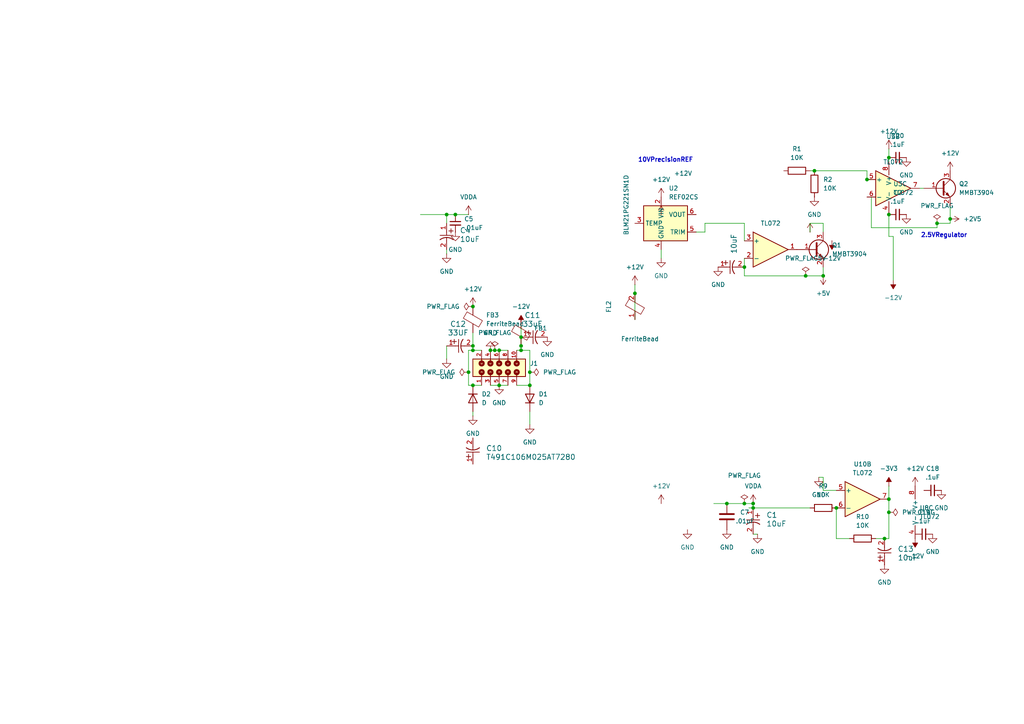
<source format=kicad_sch>
(kicad_sch
	(version 20231120)
	(generator "eeschema")
	(generator_version "8.0")
	(uuid "17a8c150-bd3e-43f6-9315-f3d1e1398665")
	(paper "A4")
	(lib_symbols
		(symbol "Amplifier_Operational:TL072"
			(pin_names
				(offset 0.127)
			)
			(exclude_from_sim no)
			(in_bom yes)
			(on_board yes)
			(property "Reference" "U"
				(at 0 5.08 0)
				(effects
					(font
						(size 1.27 1.27)
					)
					(justify left)
				)
			)
			(property "Value" "TL072"
				(at 0 -5.08 0)
				(effects
					(font
						(size 1.27 1.27)
					)
					(justify left)
				)
			)
			(property "Footprint" ""
				(at 0 0 0)
				(effects
					(font
						(size 1.27 1.27)
					)
					(hide yes)
				)
			)
			(property "Datasheet" "http://www.ti.com/lit/ds/symlink/tl071.pdf"
				(at 0 0 0)
				(effects
					(font
						(size 1.27 1.27)
					)
					(hide yes)
				)
			)
			(property "Description" "Dual Low-Noise JFET-Input Operational Amplifiers, DIP-8/SOIC-8"
				(at 0 0 0)
				(effects
					(font
						(size 1.27 1.27)
					)
					(hide yes)
				)
			)
			(property "ki_locked" ""
				(at 0 0 0)
				(effects
					(font
						(size 1.27 1.27)
					)
				)
			)
			(property "ki_keywords" "dual opamp"
				(at 0 0 0)
				(effects
					(font
						(size 1.27 1.27)
					)
					(hide yes)
				)
			)
			(property "ki_fp_filters" "SOIC*3.9x4.9mm*P1.27mm* DIP*W7.62mm* TO*99* OnSemi*Micro8* TSSOP*3x3mm*P0.65mm* TSSOP*4.4x3mm*P0.65mm* MSOP*3x3mm*P0.65mm* SSOP*3.9x4.9mm*P0.635mm* LFCSP*2x2mm*P0.5mm* *SIP* SOIC*5.3x6.2mm*P1.27mm*"
				(at 0 0 0)
				(effects
					(font
						(size 1.27 1.27)
					)
					(hide yes)
				)
			)
			(symbol "TL072_1_1"
				(polyline
					(pts
						(xy -5.08 5.08) (xy 5.08 0) (xy -5.08 -5.08) (xy -5.08 5.08)
					)
					(stroke
						(width 0.254)
						(type default)
					)
					(fill
						(type background)
					)
				)
				(pin output line
					(at 7.62 0 180)
					(length 2.54)
					(name "~"
						(effects
							(font
								(size 1.27 1.27)
							)
						)
					)
					(number "1"
						(effects
							(font
								(size 1.27 1.27)
							)
						)
					)
				)
				(pin input line
					(at -7.62 -2.54 0)
					(length 2.54)
					(name "-"
						(effects
							(font
								(size 1.27 1.27)
							)
						)
					)
					(number "2"
						(effects
							(font
								(size 1.27 1.27)
							)
						)
					)
				)
				(pin input line
					(at -7.62 2.54 0)
					(length 2.54)
					(name "+"
						(effects
							(font
								(size 1.27 1.27)
							)
						)
					)
					(number "3"
						(effects
							(font
								(size 1.27 1.27)
							)
						)
					)
				)
			)
			(symbol "TL072_2_1"
				(polyline
					(pts
						(xy -5.08 5.08) (xy 5.08 0) (xy -5.08 -5.08) (xy -5.08 5.08)
					)
					(stroke
						(width 0.254)
						(type default)
					)
					(fill
						(type background)
					)
				)
				(pin input line
					(at -7.62 2.54 0)
					(length 2.54)
					(name "+"
						(effects
							(font
								(size 1.27 1.27)
							)
						)
					)
					(number "5"
						(effects
							(font
								(size 1.27 1.27)
							)
						)
					)
				)
				(pin input line
					(at -7.62 -2.54 0)
					(length 2.54)
					(name "-"
						(effects
							(font
								(size 1.27 1.27)
							)
						)
					)
					(number "6"
						(effects
							(font
								(size 1.27 1.27)
							)
						)
					)
				)
				(pin output line
					(at 7.62 0 180)
					(length 2.54)
					(name "~"
						(effects
							(font
								(size 1.27 1.27)
							)
						)
					)
					(number "7"
						(effects
							(font
								(size 1.27 1.27)
							)
						)
					)
				)
			)
			(symbol "TL072_3_1"
				(pin power_in line
					(at -2.54 -7.62 90)
					(length 3.81)
					(name "V-"
						(effects
							(font
								(size 1.27 1.27)
							)
						)
					)
					(number "4"
						(effects
							(font
								(size 1.27 1.27)
							)
						)
					)
				)
				(pin power_in line
					(at -2.54 7.62 270)
					(length 3.81)
					(name "V+"
						(effects
							(font
								(size 1.27 1.27)
							)
						)
					)
					(number "8"
						(effects
							(font
								(size 1.27 1.27)
							)
						)
					)
				)
			)
		)
		(symbol "Device:C"
			(pin_numbers hide)
			(pin_names
				(offset 0.254)
			)
			(exclude_from_sim no)
			(in_bom yes)
			(on_board yes)
			(property "Reference" "C"
				(at 0.635 2.54 0)
				(effects
					(font
						(size 1.27 1.27)
					)
					(justify left)
				)
			)
			(property "Value" "C"
				(at 0.635 -2.54 0)
				(effects
					(font
						(size 1.27 1.27)
					)
					(justify left)
				)
			)
			(property "Footprint" ""
				(at 0.9652 -3.81 0)
				(effects
					(font
						(size 1.27 1.27)
					)
					(hide yes)
				)
			)
			(property "Datasheet" "~"
				(at 0 0 0)
				(effects
					(font
						(size 1.27 1.27)
					)
					(hide yes)
				)
			)
			(property "Description" "Unpolarized capacitor"
				(at 0 0 0)
				(effects
					(font
						(size 1.27 1.27)
					)
					(hide yes)
				)
			)
			(property "ki_keywords" "cap capacitor"
				(at 0 0 0)
				(effects
					(font
						(size 1.27 1.27)
					)
					(hide yes)
				)
			)
			(property "ki_fp_filters" "C_*"
				(at 0 0 0)
				(effects
					(font
						(size 1.27 1.27)
					)
					(hide yes)
				)
			)
			(symbol "C_0_1"
				(polyline
					(pts
						(xy -2.032 -0.762) (xy 2.032 -0.762)
					)
					(stroke
						(width 0.508)
						(type default)
					)
					(fill
						(type none)
					)
				)
				(polyline
					(pts
						(xy -2.032 0.762) (xy 2.032 0.762)
					)
					(stroke
						(width 0.508)
						(type default)
					)
					(fill
						(type none)
					)
				)
			)
			(symbol "C_1_1"
				(pin passive line
					(at 0 3.81 270)
					(length 2.794)
					(name "~"
						(effects
							(font
								(size 1.27 1.27)
							)
						)
					)
					(number "1"
						(effects
							(font
								(size 1.27 1.27)
							)
						)
					)
				)
				(pin passive line
					(at 0 -3.81 90)
					(length 2.794)
					(name "~"
						(effects
							(font
								(size 1.27 1.27)
							)
						)
					)
					(number "2"
						(effects
							(font
								(size 1.27 1.27)
							)
						)
					)
				)
			)
		)
		(symbol "Device:C_Small"
			(pin_numbers hide)
			(pin_names
				(offset 0.254) hide)
			(exclude_from_sim no)
			(in_bom yes)
			(on_board yes)
			(property "Reference" "C"
				(at 0.254 1.778 0)
				(effects
					(font
						(size 1.27 1.27)
					)
					(justify left)
				)
			)
			(property "Value" "C_Small"
				(at 0.254 -2.032 0)
				(effects
					(font
						(size 1.27 1.27)
					)
					(justify left)
				)
			)
			(property "Footprint" ""
				(at 0 0 0)
				(effects
					(font
						(size 1.27 1.27)
					)
					(hide yes)
				)
			)
			(property "Datasheet" "~"
				(at 0 0 0)
				(effects
					(font
						(size 1.27 1.27)
					)
					(hide yes)
				)
			)
			(property "Description" "Unpolarized capacitor, small symbol"
				(at 0 0 0)
				(effects
					(font
						(size 1.27 1.27)
					)
					(hide yes)
				)
			)
			(property "ki_keywords" "capacitor cap"
				(at 0 0 0)
				(effects
					(font
						(size 1.27 1.27)
					)
					(hide yes)
				)
			)
			(property "ki_fp_filters" "C_*"
				(at 0 0 0)
				(effects
					(font
						(size 1.27 1.27)
					)
					(hide yes)
				)
			)
			(symbol "C_Small_0_1"
				(polyline
					(pts
						(xy -1.524 -0.508) (xy 1.524 -0.508)
					)
					(stroke
						(width 0.3302)
						(type default)
					)
					(fill
						(type none)
					)
				)
				(polyline
					(pts
						(xy -1.524 0.508) (xy 1.524 0.508)
					)
					(stroke
						(width 0.3048)
						(type default)
					)
					(fill
						(type none)
					)
				)
			)
			(symbol "C_Small_1_1"
				(pin passive line
					(at 0 2.54 270)
					(length 2.032)
					(name "~"
						(effects
							(font
								(size 1.27 1.27)
							)
						)
					)
					(number "1"
						(effects
							(font
								(size 1.27 1.27)
							)
						)
					)
				)
				(pin passive line
					(at 0 -2.54 90)
					(length 2.032)
					(name "~"
						(effects
							(font
								(size 1.27 1.27)
							)
						)
					)
					(number "2"
						(effects
							(font
								(size 1.27 1.27)
							)
						)
					)
				)
			)
		)
		(symbol "Device:D"
			(pin_numbers hide)
			(pin_names
				(offset 1.016) hide)
			(exclude_from_sim no)
			(in_bom yes)
			(on_board yes)
			(property "Reference" "D"
				(at 0 2.54 0)
				(effects
					(font
						(size 1.27 1.27)
					)
				)
			)
			(property "Value" "D"
				(at 0 -2.54 0)
				(effects
					(font
						(size 1.27 1.27)
					)
				)
			)
			(property "Footprint" ""
				(at 0 0 0)
				(effects
					(font
						(size 1.27 1.27)
					)
					(hide yes)
				)
			)
			(property "Datasheet" "~"
				(at 0 0 0)
				(effects
					(font
						(size 1.27 1.27)
					)
					(hide yes)
				)
			)
			(property "Description" "Diode"
				(at 0 0 0)
				(effects
					(font
						(size 1.27 1.27)
					)
					(hide yes)
				)
			)
			(property "Sim.Device" "D"
				(at 0 0 0)
				(effects
					(font
						(size 1.27 1.27)
					)
					(hide yes)
				)
			)
			(property "Sim.Pins" "1=K 2=A"
				(at 0 0 0)
				(effects
					(font
						(size 1.27 1.27)
					)
					(hide yes)
				)
			)
			(property "ki_keywords" "diode"
				(at 0 0 0)
				(effects
					(font
						(size 1.27 1.27)
					)
					(hide yes)
				)
			)
			(property "ki_fp_filters" "TO-???* *_Diode_* *SingleDiode* D_*"
				(at 0 0 0)
				(effects
					(font
						(size 1.27 1.27)
					)
					(hide yes)
				)
			)
			(symbol "D_0_1"
				(polyline
					(pts
						(xy -1.27 1.27) (xy -1.27 -1.27)
					)
					(stroke
						(width 0.254)
						(type default)
					)
					(fill
						(type none)
					)
				)
				(polyline
					(pts
						(xy 1.27 0) (xy -1.27 0)
					)
					(stroke
						(width 0)
						(type default)
					)
					(fill
						(type none)
					)
				)
				(polyline
					(pts
						(xy 1.27 1.27) (xy 1.27 -1.27) (xy -1.27 0) (xy 1.27 1.27)
					)
					(stroke
						(width 0.254)
						(type default)
					)
					(fill
						(type none)
					)
				)
			)
			(symbol "D_1_1"
				(pin passive line
					(at -3.81 0 0)
					(length 2.54)
					(name "K"
						(effects
							(font
								(size 1.27 1.27)
							)
						)
					)
					(number "1"
						(effects
							(font
								(size 1.27 1.27)
							)
						)
					)
				)
				(pin passive line
					(at 3.81 0 180)
					(length 2.54)
					(name "A"
						(effects
							(font
								(size 1.27 1.27)
							)
						)
					)
					(number "2"
						(effects
							(font
								(size 1.27 1.27)
							)
						)
					)
				)
			)
		)
		(symbol "Device:FerriteBead"
			(pin_numbers hide)
			(pin_names
				(offset 0)
			)
			(exclude_from_sim no)
			(in_bom yes)
			(on_board yes)
			(property "Reference" "FB"
				(at -3.81 0.635 90)
				(effects
					(font
						(size 1.27 1.27)
					)
				)
			)
			(property "Value" "FerriteBead"
				(at 3.81 0 90)
				(effects
					(font
						(size 1.27 1.27)
					)
				)
			)
			(property "Footprint" ""
				(at -1.778 0 90)
				(effects
					(font
						(size 1.27 1.27)
					)
					(hide yes)
				)
			)
			(property "Datasheet" "~"
				(at 0 0 0)
				(effects
					(font
						(size 1.27 1.27)
					)
					(hide yes)
				)
			)
			(property "Description" "Ferrite bead"
				(at 0 0 0)
				(effects
					(font
						(size 1.27 1.27)
					)
					(hide yes)
				)
			)
			(property "ki_keywords" "L ferrite bead inductor filter"
				(at 0 0 0)
				(effects
					(font
						(size 1.27 1.27)
					)
					(hide yes)
				)
			)
			(property "ki_fp_filters" "Inductor_* L_* *Ferrite*"
				(at 0 0 0)
				(effects
					(font
						(size 1.27 1.27)
					)
					(hide yes)
				)
			)
			(symbol "FerriteBead_0_1"
				(polyline
					(pts
						(xy 0 -1.27) (xy 0 -1.2192)
					)
					(stroke
						(width 0)
						(type default)
					)
					(fill
						(type none)
					)
				)
				(polyline
					(pts
						(xy 0 1.27) (xy 0 1.2954)
					)
					(stroke
						(width 0)
						(type default)
					)
					(fill
						(type none)
					)
				)
				(polyline
					(pts
						(xy -2.7686 0.4064) (xy -1.7018 2.2606) (xy 2.7686 -0.3048) (xy 1.6764 -2.159) (xy -2.7686 0.4064)
					)
					(stroke
						(width 0)
						(type default)
					)
					(fill
						(type none)
					)
				)
			)
			(symbol "FerriteBead_1_1"
				(pin passive line
					(at 0 3.81 270)
					(length 2.54)
					(name "~"
						(effects
							(font
								(size 1.27 1.27)
							)
						)
					)
					(number "1"
						(effects
							(font
								(size 1.27 1.27)
							)
						)
					)
				)
				(pin passive line
					(at 0 -3.81 90)
					(length 2.54)
					(name "~"
						(effects
							(font
								(size 1.27 1.27)
							)
						)
					)
					(number "2"
						(effects
							(font
								(size 1.27 1.27)
							)
						)
					)
				)
			)
		)
		(symbol "Device:R"
			(pin_numbers hide)
			(pin_names
				(offset 0)
			)
			(exclude_from_sim no)
			(in_bom yes)
			(on_board yes)
			(property "Reference" "R"
				(at 2.032 0 90)
				(effects
					(font
						(size 1.27 1.27)
					)
				)
			)
			(property "Value" "R"
				(at 0 0 90)
				(effects
					(font
						(size 1.27 1.27)
					)
				)
			)
			(property "Footprint" ""
				(at -1.778 0 90)
				(effects
					(font
						(size 1.27 1.27)
					)
					(hide yes)
				)
			)
			(property "Datasheet" "~"
				(at 0 0 0)
				(effects
					(font
						(size 1.27 1.27)
					)
					(hide yes)
				)
			)
			(property "Description" "Resistor"
				(at 0 0 0)
				(effects
					(font
						(size 1.27 1.27)
					)
					(hide yes)
				)
			)
			(property "ki_keywords" "R res resistor"
				(at 0 0 0)
				(effects
					(font
						(size 1.27 1.27)
					)
					(hide yes)
				)
			)
			(property "ki_fp_filters" "R_*"
				(at 0 0 0)
				(effects
					(font
						(size 1.27 1.27)
					)
					(hide yes)
				)
			)
			(symbol "R_0_1"
				(rectangle
					(start -1.016 -2.54)
					(end 1.016 2.54)
					(stroke
						(width 0.254)
						(type default)
					)
					(fill
						(type none)
					)
				)
			)
			(symbol "R_1_1"
				(pin passive line
					(at 0 3.81 270)
					(length 1.27)
					(name "~"
						(effects
							(font
								(size 1.27 1.27)
							)
						)
					)
					(number "1"
						(effects
							(font
								(size 1.27 1.27)
							)
						)
					)
				)
				(pin passive line
					(at 0 -3.81 90)
					(length 1.27)
					(name "~"
						(effects
							(font
								(size 1.27 1.27)
							)
						)
					)
					(number "2"
						(effects
							(font
								(size 1.27 1.27)
							)
						)
					)
				)
			)
		)
		(symbol "Reference_Voltage:REF02CS"
			(exclude_from_sim no)
			(in_bom yes)
			(on_board yes)
			(property "Reference" "U"
				(at 1.905 8.255 0)
				(effects
					(font
						(size 1.27 1.27)
					)
				)
			)
			(property "Value" "REF02CS"
				(at 0.635 6.35 0)
				(effects
					(font
						(size 1.27 1.27)
					)
					(justify left)
				)
			)
			(property "Footprint" "Package_SO:SOIC-8_3.9x4.9mm_P1.27mm"
				(at -1.27 1.27 0)
				(effects
					(font
						(size 1.27 1.27)
						(italic yes)
					)
					(hide yes)
				)
			)
			(property "Datasheet" "https://www.analog.com/media/en/technical-documentation/data-sheets/REF01_02_03.pdf"
				(at -1.27 0 0)
				(effects
					(font
						(size 1.27 1.27)
						(italic yes)
					)
					(hide yes)
				)
			)
			(property "Description" "5V ±50mV Precision Voltage Reference, SO-8"
				(at 0 0 0)
				(effects
					(font
						(size 1.27 1.27)
					)
					(hide yes)
				)
			)
			(property "ki_keywords" "Precision Voltage Reference 5V"
				(at 0 0 0)
				(effects
					(font
						(size 1.27 1.27)
					)
					(hide yes)
				)
			)
			(property "ki_fp_filters" "SOIC*3.9x4.9mm*P1.27mm*"
				(at 0 0 0)
				(effects
					(font
						(size 1.27 1.27)
					)
					(hide yes)
				)
			)
			(symbol "REF02CS_0_1"
				(rectangle
					(start -5.08 5.08)
					(end 7.62 -5.08)
					(stroke
						(width 0.254)
						(type default)
					)
					(fill
						(type background)
					)
				)
			)
			(symbol "REF02CS_1_1"
				(pin no_connect line
					(at 2.54 -5.08 90)
					(length 2.54) hide
					(name "NC"
						(effects
							(font
								(size 1.27 1.27)
							)
						)
					)
					(number "1"
						(effects
							(font
								(size 1.27 1.27)
							)
						)
					)
				)
				(pin power_in line
					(at 0 7.62 270)
					(length 2.54)
					(name "VIN"
						(effects
							(font
								(size 1.27 1.27)
							)
						)
					)
					(number "2"
						(effects
							(font
								(size 1.27 1.27)
							)
						)
					)
				)
				(pin passive line
					(at -7.62 0 0)
					(length 2.54)
					(name "TEMP"
						(effects
							(font
								(size 1.27 1.27)
							)
						)
					)
					(number "3"
						(effects
							(font
								(size 1.27 1.27)
							)
						)
					)
				)
				(pin power_in line
					(at 0 -7.62 90)
					(length 2.54)
					(name "GND"
						(effects
							(font
								(size 1.27 1.27)
							)
						)
					)
					(number "4"
						(effects
							(font
								(size 1.27 1.27)
							)
						)
					)
				)
				(pin passive line
					(at 10.16 -2.54 180)
					(length 2.54)
					(name "TRIM"
						(effects
							(font
								(size 1.27 1.27)
							)
						)
					)
					(number "5"
						(effects
							(font
								(size 1.27 1.27)
							)
						)
					)
				)
				(pin power_out line
					(at 10.16 2.54 180)
					(length 2.54)
					(name "VOUT"
						(effects
							(font
								(size 1.27 1.27)
							)
						)
					)
					(number "6"
						(effects
							(font
								(size 1.27 1.27)
							)
						)
					)
				)
				(pin no_connect line
					(at -2.54 -5.08 90)
					(length 2.54) hide
					(name "NC"
						(effects
							(font
								(size 1.27 1.27)
							)
						)
					)
					(number "7"
						(effects
							(font
								(size 1.27 1.27)
							)
						)
					)
				)
				(pin no_connect line
					(at 7.62 0 180)
					(length 2.54) hide
					(name "NC"
						(effects
							(font
								(size 1.27 1.27)
							)
						)
					)
					(number "8"
						(effects
							(font
								(size 1.27 1.27)
							)
						)
					)
				)
			)
		)
		(symbol "Transistor_BJT:MMBT3904"
			(pin_names
				(offset 0) hide)
			(exclude_from_sim no)
			(in_bom yes)
			(on_board yes)
			(property "Reference" "Q"
				(at 5.08 1.905 0)
				(effects
					(font
						(size 1.27 1.27)
					)
					(justify left)
				)
			)
			(property "Value" "MMBT3904"
				(at 5.08 0 0)
				(effects
					(font
						(size 1.27 1.27)
					)
					(justify left)
				)
			)
			(property "Footprint" "Package_TO_SOT_SMD:SOT-23"
				(at 5.08 -1.905 0)
				(effects
					(font
						(size 1.27 1.27)
						(italic yes)
					)
					(justify left)
					(hide yes)
				)
			)
			(property "Datasheet" "https://www.onsemi.com/pdf/datasheet/pzt3904-d.pdf"
				(at 0 0 0)
				(effects
					(font
						(size 1.27 1.27)
					)
					(justify left)
					(hide yes)
				)
			)
			(property "Description" "0.2A Ic, 40V Vce, Small Signal NPN Transistor, SOT-23"
				(at 0 0 0)
				(effects
					(font
						(size 1.27 1.27)
					)
					(hide yes)
				)
			)
			(property "ki_keywords" "NPN Transistor"
				(at 0 0 0)
				(effects
					(font
						(size 1.27 1.27)
					)
					(hide yes)
				)
			)
			(property "ki_fp_filters" "SOT?23*"
				(at 0 0 0)
				(effects
					(font
						(size 1.27 1.27)
					)
					(hide yes)
				)
			)
			(symbol "MMBT3904_0_1"
				(polyline
					(pts
						(xy 0.635 0.635) (xy 2.54 2.54)
					)
					(stroke
						(width 0)
						(type default)
					)
					(fill
						(type none)
					)
				)
				(polyline
					(pts
						(xy 0.635 -0.635) (xy 2.54 -2.54) (xy 2.54 -2.54)
					)
					(stroke
						(width 0)
						(type default)
					)
					(fill
						(type none)
					)
				)
				(polyline
					(pts
						(xy 0.635 1.905) (xy 0.635 -1.905) (xy 0.635 -1.905)
					)
					(stroke
						(width 0.508)
						(type default)
					)
					(fill
						(type none)
					)
				)
				(polyline
					(pts
						(xy 1.27 -1.778) (xy 1.778 -1.27) (xy 2.286 -2.286) (xy 1.27 -1.778) (xy 1.27 -1.778)
					)
					(stroke
						(width 0)
						(type default)
					)
					(fill
						(type outline)
					)
				)
				(circle
					(center 1.27 0)
					(radius 2.8194)
					(stroke
						(width 0.254)
						(type default)
					)
					(fill
						(type none)
					)
				)
			)
			(symbol "MMBT3904_1_1"
				(pin input line
					(at -5.08 0 0)
					(length 5.715)
					(name "B"
						(effects
							(font
								(size 1.27 1.27)
							)
						)
					)
					(number "1"
						(effects
							(font
								(size 1.27 1.27)
							)
						)
					)
				)
				(pin passive line
					(at 2.54 -5.08 90)
					(length 2.54)
					(name "E"
						(effects
							(font
								(size 1.27 1.27)
							)
						)
					)
					(number "2"
						(effects
							(font
								(size 1.27 1.27)
							)
						)
					)
				)
				(pin passive line
					(at 2.54 5.08 270)
					(length 2.54)
					(name "C"
						(effects
							(font
								(size 1.27 1.27)
							)
						)
					)
					(number "3"
						(effects
							(font
								(size 1.27 1.27)
							)
						)
					)
				)
			)
		)
		(symbol "esp32lib:T491C106M025AT7280"
			(pin_names
				(offset 0.254)
			)
			(exclude_from_sim no)
			(in_bom yes)
			(on_board yes)
			(property "Reference" "C"
				(at 3.81 3.81 0)
				(effects
					(font
						(size 1.524 1.524)
					)
				)
			)
			(property "Value" "T491C106M025AT7280"
				(at 3.81 -3.81 0)
				(effects
					(font
						(size 1.524 1.524)
					)
				)
			)
			(property "Footprint" "customfootprints:10uFtantcap"
				(at 0 0 0)
				(effects
					(font
						(size 1.27 1.27)
						(italic yes)
					)
					(hide yes)
				)
			)
			(property "Datasheet" "T491C106M025AT7280"
				(at 0 0 0)
				(effects
					(font
						(size 1.27 1.27)
						(italic yes)
					)
					(hide yes)
				)
			)
			(property "Description" ""
				(at 0 0 0)
				(effects
					(font
						(size 1.27 1.27)
					)
					(hide yes)
				)
			)
			(property "ki_keywords" "10uFtantcap"
				(at 0 0 0)
				(effects
					(font
						(size 1.27 1.27)
					)
					(hide yes)
				)
			)
			(property "ki_fp_filters" "CAPMP6.3X3.2_2.8N_KEM CAPMP6.3X3.2_2.8N_KEM-M CAPMP6.3X3.2_2.8N_KEM-L"
				(at 0 0 0)
				(effects
					(font
						(size 1.27 1.27)
					)
					(hide yes)
				)
			)
			(symbol "T491C106M025AT7280_1_1"
				(polyline
					(pts
						(xy 1.5748 1.27) (xy 2.8448 1.27)
					)
					(stroke
						(width 0.2032)
						(type default)
					)
					(fill
						(type none)
					)
				)
				(polyline
					(pts
						(xy 2.2098 0.635) (xy 2.2098 1.905)
					)
					(stroke
						(width 0.2032)
						(type default)
					)
					(fill
						(type none)
					)
				)
				(polyline
					(pts
						(xy 2.54 0) (xy 3.4798 0)
					)
					(stroke
						(width 0.2032)
						(type default)
					)
					(fill
						(type none)
					)
				)
				(polyline
					(pts
						(xy 3.4798 -1.905) (xy 3.4798 1.905)
					)
					(stroke
						(width 0.2032)
						(type default)
					)
					(fill
						(type none)
					)
				)
				(polyline
					(pts
						(xy 4.1148 0) (xy 5.08 0)
					)
					(stroke
						(width 0.2032)
						(type default)
					)
					(fill
						(type none)
					)
				)
				(arc
					(start 4.7541 1.9108)
					(mid 4.1148 0)
					(end 4.7541 -1.9108)
					(stroke
						(width 0.254)
						(type default)
					)
					(fill
						(type none)
					)
				)
				(pin unspecified line
					(at 0 0 0)
					(length 2.54)
					(name ""
						(effects
							(font
								(size 1.27 1.27)
							)
						)
					)
					(number "1"
						(effects
							(font
								(size 1.27 1.27)
							)
						)
					)
				)
				(pin unspecified line
					(at 7.62 0 180)
					(length 2.54)
					(name ""
						(effects
							(font
								(size 1.27 1.27)
							)
						)
					)
					(number "2"
						(effects
							(font
								(size 1.27 1.27)
							)
						)
					)
				)
			)
			(symbol "T491C106M025AT7280_1_2"
				(polyline
					(pts
						(xy -1.905 -3.4798) (xy 1.905 -3.4798)
					)
					(stroke
						(width 0.2032)
						(type default)
					)
					(fill
						(type none)
					)
				)
				(polyline
					(pts
						(xy 0 -4.1148) (xy 0 -5.08)
					)
					(stroke
						(width 0.2032)
						(type default)
					)
					(fill
						(type none)
					)
				)
				(polyline
					(pts
						(xy 0 -2.54) (xy 0 -3.4798)
					)
					(stroke
						(width 0.2032)
						(type default)
					)
					(fill
						(type none)
					)
				)
				(polyline
					(pts
						(xy 0.635 -2.2098) (xy 1.905 -2.2098)
					)
					(stroke
						(width 0.2032)
						(type default)
					)
					(fill
						(type none)
					)
				)
				(polyline
					(pts
						(xy 1.27 -1.5748) (xy 1.27 -2.8448)
					)
					(stroke
						(width 0.2032)
						(type default)
					)
					(fill
						(type none)
					)
				)
				(arc
					(start 1.9108 -4.7541)
					(mid 0 -4.1148)
					(end -1.9108 -4.7541)
					(stroke
						(width 0.254)
						(type default)
					)
					(fill
						(type none)
					)
				)
				(pin unspecified line
					(at 0 0 270)
					(length 2.54)
					(name ""
						(effects
							(font
								(size 1.27 1.27)
							)
						)
					)
					(number "1"
						(effects
							(font
								(size 1.27 1.27)
							)
						)
					)
				)
				(pin unspecified line
					(at 0 -7.62 90)
					(length 2.54)
					(name ""
						(effects
							(font
								(size 1.27 1.27)
							)
						)
					)
					(number "2"
						(effects
							(font
								(size 1.27 1.27)
							)
						)
					)
				)
			)
		)
		(symbol "esp32lib:bead"
			(pin_names
				(offset 1.016)
			)
			(exclude_from_sim no)
			(in_bom yes)
			(on_board yes)
			(property "Reference" "FL1"
				(at -1.27 6.35 0)
				(effects
					(font
						(size 1.27 1.27)
					)
				)
			)
			(property "Value" "BLM21PG221SN1D"
				(at -1.27 3.81 0)
				(effects
					(font
						(size 1.27 1.27)
					)
				)
			)
			(property "Footprint" "customfootprints:bead"
				(at 0 0 0)
				(effects
					(font
						(size 1.27 1.27)
					)
					(justify bottom)
					(hide yes)
				)
			)
			(property "Datasheet" ""
				(at 0 0 0)
				(effects
					(font
						(size 1.27 1.27)
					)
					(hide yes)
				)
			)
			(property "Description" ""
				(at 0 0 0)
				(effects
					(font
						(size 1.27 1.27)
					)
					(hide yes)
				)
			)
			(property "ki_keywords" "beadBLM21PG221SN1D"
				(at 0 0 0)
				(effects
					(font
						(size 1.27 1.27)
					)
					(hide yes)
				)
			)
			(symbol "bead_0_1"
				(polyline
					(pts
						(xy -3.81 -2.54) (xy -3.81 -2.4892)
					)
					(stroke
						(width 0)
						(type default)
					)
					(fill
						(type none)
					)
				)
				(polyline
					(pts
						(xy -3.81 0) (xy -3.81 0.0254)
					)
					(stroke
						(width 0)
						(type default)
					)
					(fill
						(type none)
					)
				)
				(polyline
					(pts
						(xy -6.5786 -0.8636) (xy -5.5118 0.9906) (xy -1.0414 -1.5748) (xy -2.1336 -3.429) (xy -6.5786 -0.8636)
					)
					(stroke
						(width 0)
						(type default)
					)
					(fill
						(type none)
					)
				)
			)
			(symbol "bead_1_1"
				(pin passive line
					(at -3.81 2.54 270)
					(length 2.54)
					(name "~"
						(effects
							(font
								(size 1.27 1.27)
							)
						)
					)
					(number "1"
						(effects
							(font
								(size 1.27 1.27)
							)
						)
					)
				)
				(pin passive line
					(at -3.81 -5.08 90)
					(length 2.54)
					(name "~"
						(effects
							(font
								(size 1.27 1.27)
							)
						)
					)
					(number "2"
						(effects
							(font
								(size 1.27 1.27)
							)
						)
					)
				)
			)
		)
		(symbol "esp32lib:header2x5"
			(pin_names
				(offset 1.016)
			)
			(exclude_from_sim no)
			(in_bom yes)
			(on_board yes)
			(property "Reference" "J"
				(at -8.8 0.35 0)
				(effects
					(font
						(size 1.27 1.27)
					)
					(justify right bottom)
				)
			)
			(property "Value" "6120XX21621_61201021621"
				(at -8.66 -1.87 0)
				(effects
					(font
						(size 1.27 1.27)
					)
					(justify right bottom)
				)
			)
			(property "Footprint" "customfootprints:2x5header"
				(at 0 0 0)
				(effects
					(font
						(size 1.27 1.27)
					)
					(justify bottom)
					(hide yes)
				)
			)
			(property "Datasheet" ""
				(at 0 0 0)
				(effects
					(font
						(size 1.27 1.27)
					)
					(hide yes)
				)
			)
			(property "Description" ""
				(at 0 0 0)
				(effects
					(font
						(size 1.27 1.27)
					)
					(hide yes)
				)
			)
			(property "ki_keywords" "header2x5europower"
				(at 0 0 0)
				(effects
					(font
						(size 1.27 1.27)
					)
					(hide yes)
				)
			)
			(symbol "header2x5_0_0"
				(rectangle
					(start -7.62 -2.54)
					(end 7.62 2.54)
					(stroke
						(width 0.254)
						(type default)
					)
					(fill
						(type background)
					)
				)
				(circle
					(center -5.08 -1.27)
					(radius 0.254)
					(stroke
						(width 0.635)
						(type default)
					)
					(fill
						(type none)
					)
				)
				(circle
					(center -5.08 1.27)
					(radius 0.254)
					(stroke
						(width 0.635)
						(type default)
					)
					(fill
						(type none)
					)
				)
				(circle
					(center -2.54 -1.27)
					(radius 0.254)
					(stroke
						(width 0.635)
						(type default)
					)
					(fill
						(type none)
					)
				)
				(circle
					(center -2.54 1.27)
					(radius 0.254)
					(stroke
						(width 0.635)
						(type default)
					)
					(fill
						(type none)
					)
				)
				(circle
					(center 0 -1.27)
					(radius 0.254)
					(stroke
						(width 0.635)
						(type default)
					)
					(fill
						(type none)
					)
				)
				(polyline
					(pts
						(xy -5.08 -1.27) (xy -5.08 -2.54)
					)
					(stroke
						(width 0.254)
						(type default)
					)
					(fill
						(type none)
					)
				)
				(polyline
					(pts
						(xy -5.08 1.27) (xy -5.08 2.54)
					)
					(stroke
						(width 0.254)
						(type default)
					)
					(fill
						(type none)
					)
				)
				(polyline
					(pts
						(xy -2.54 -1.27) (xy -2.54 -2.54)
					)
					(stroke
						(width 0.254)
						(type default)
					)
					(fill
						(type none)
					)
				)
				(polyline
					(pts
						(xy -2.54 1.27) (xy -2.54 2.54)
					)
					(stroke
						(width 0.254)
						(type default)
					)
					(fill
						(type none)
					)
				)
				(polyline
					(pts
						(xy 0 -1.27) (xy 0 -2.54)
					)
					(stroke
						(width 0.254)
						(type default)
					)
					(fill
						(type none)
					)
				)
				(polyline
					(pts
						(xy 0 1.27) (xy 0 2.54)
					)
					(stroke
						(width 0.254)
						(type default)
					)
					(fill
						(type none)
					)
				)
				(polyline
					(pts
						(xy 2.54 -1.27) (xy 2.54 -2.54)
					)
					(stroke
						(width 0.254)
						(type default)
					)
					(fill
						(type none)
					)
				)
				(polyline
					(pts
						(xy 2.54 1.27) (xy 2.54 2.54)
					)
					(stroke
						(width 0.254)
						(type default)
					)
					(fill
						(type none)
					)
				)
				(polyline
					(pts
						(xy 5.08 -1.27) (xy 5.08 -2.54)
					)
					(stroke
						(width 0.254)
						(type default)
					)
					(fill
						(type none)
					)
				)
				(polyline
					(pts
						(xy 5.08 1.27) (xy 5.08 2.54)
					)
					(stroke
						(width 0.254)
						(type default)
					)
					(fill
						(type none)
					)
				)
				(circle
					(center 0 1.27)
					(radius 0.254)
					(stroke
						(width 0.635)
						(type default)
					)
					(fill
						(type none)
					)
				)
				(circle
					(center 2.54 -1.27)
					(radius 0.254)
					(stroke
						(width 0.635)
						(type default)
					)
					(fill
						(type none)
					)
				)
				(circle
					(center 2.54 1.27)
					(radius 0.254)
					(stroke
						(width 0.635)
						(type default)
					)
					(fill
						(type none)
					)
				)
				(circle
					(center 5.08 -1.27)
					(radius 0.254)
					(stroke
						(width 0.635)
						(type default)
					)
					(fill
						(type none)
					)
				)
				(circle
					(center 5.08 1.27)
					(radius 0.254)
					(stroke
						(width 0.635)
						(type default)
					)
					(fill
						(type none)
					)
				)
				(pin passive line
					(at -5.08 -5.08 90)
					(length 2.54)
					(name "~"
						(effects
							(font
								(size 1.016 1.016)
							)
						)
					)
					(number "1"
						(effects
							(font
								(size 1.016 1.016)
							)
						)
					)
				)
				(pin passive line
					(at 5.08 5.08 270)
					(length 2.54)
					(name "~"
						(effects
							(font
								(size 1.016 1.016)
							)
						)
					)
					(number "10"
						(effects
							(font
								(size 1.016 1.016)
							)
						)
					)
				)
				(pin passive line
					(at -5.08 5.08 270)
					(length 2.54)
					(name "~"
						(effects
							(font
								(size 1.016 1.016)
							)
						)
					)
					(number "2"
						(effects
							(font
								(size 1.016 1.016)
							)
						)
					)
				)
				(pin passive line
					(at -2.54 -5.08 90)
					(length 2.54)
					(name "~"
						(effects
							(font
								(size 1.016 1.016)
							)
						)
					)
					(number "3"
						(effects
							(font
								(size 1.016 1.016)
							)
						)
					)
				)
				(pin passive line
					(at -2.54 5.08 270)
					(length 2.54)
					(name "~"
						(effects
							(font
								(size 1.016 1.016)
							)
						)
					)
					(number "4"
						(effects
							(font
								(size 1.016 1.016)
							)
						)
					)
				)
				(pin passive line
					(at 0 -5.08 90)
					(length 2.54)
					(name "~"
						(effects
							(font
								(size 1.016 1.016)
							)
						)
					)
					(number "5"
						(effects
							(font
								(size 1.016 1.016)
							)
						)
					)
				)
				(pin passive line
					(at 0 5.08 270)
					(length 2.54)
					(name "~"
						(effects
							(font
								(size 1.016 1.016)
							)
						)
					)
					(number "6"
						(effects
							(font
								(size 1.016 1.016)
							)
						)
					)
				)
				(pin passive line
					(at 2.54 -5.08 90)
					(length 2.54)
					(name "~"
						(effects
							(font
								(size 1.016 1.016)
							)
						)
					)
					(number "7"
						(effects
							(font
								(size 1.016 1.016)
							)
						)
					)
				)
				(pin passive line
					(at 2.54 5.08 270)
					(length 2.54)
					(name "~"
						(effects
							(font
								(size 1.016 1.016)
							)
						)
					)
					(number "8"
						(effects
							(font
								(size 1.016 1.016)
							)
						)
					)
				)
				(pin passive line
					(at 5.08 -5.08 90)
					(length 2.54)
					(name "~"
						(effects
							(font
								(size 1.016 1.016)
							)
						)
					)
					(number "9"
						(effects
							(font
								(size 1.016 1.016)
							)
						)
					)
				)
			)
		)
		(symbol "power:+12V"
			(power)
			(pin_numbers hide)
			(pin_names
				(offset 0) hide)
			(exclude_from_sim no)
			(in_bom yes)
			(on_board yes)
			(property "Reference" "#PWR"
				(at 0 -3.81 0)
				(effects
					(font
						(size 1.27 1.27)
					)
					(hide yes)
				)
			)
			(property "Value" "+12V"
				(at 0 3.556 0)
				(effects
					(font
						(size 1.27 1.27)
					)
				)
			)
			(property "Footprint" ""
				(at 0 0 0)
				(effects
					(font
						(size 1.27 1.27)
					)
					(hide yes)
				)
			)
			(property "Datasheet" ""
				(at 0 0 0)
				(effects
					(font
						(size 1.27 1.27)
					)
					(hide yes)
				)
			)
			(property "Description" "Power symbol creates a global label with name \"+12V\""
				(at 0 0 0)
				(effects
					(font
						(size 1.27 1.27)
					)
					(hide yes)
				)
			)
			(property "ki_keywords" "global power"
				(at 0 0 0)
				(effects
					(font
						(size 1.27 1.27)
					)
					(hide yes)
				)
			)
			(symbol "+12V_0_1"
				(polyline
					(pts
						(xy -0.762 1.27) (xy 0 2.54)
					)
					(stroke
						(width 0)
						(type default)
					)
					(fill
						(type none)
					)
				)
				(polyline
					(pts
						(xy 0 0) (xy 0 2.54)
					)
					(stroke
						(width 0)
						(type default)
					)
					(fill
						(type none)
					)
				)
				(polyline
					(pts
						(xy 0 2.54) (xy 0.762 1.27)
					)
					(stroke
						(width 0)
						(type default)
					)
					(fill
						(type none)
					)
				)
			)
			(symbol "+12V_1_1"
				(pin power_in line
					(at 0 0 90)
					(length 0)
					(name "~"
						(effects
							(font
								(size 1.27 1.27)
							)
						)
					)
					(number "1"
						(effects
							(font
								(size 1.27 1.27)
							)
						)
					)
				)
			)
		)
		(symbol "power:+2V5"
			(power)
			(pin_numbers hide)
			(pin_names
				(offset 0) hide)
			(exclude_from_sim no)
			(in_bom yes)
			(on_board yes)
			(property "Reference" "#PWR"
				(at 0 -3.81 0)
				(effects
					(font
						(size 1.27 1.27)
					)
					(hide yes)
				)
			)
			(property "Value" "+2V5"
				(at 0 3.556 0)
				(effects
					(font
						(size 1.27 1.27)
					)
				)
			)
			(property "Footprint" ""
				(at 0 0 0)
				(effects
					(font
						(size 1.27 1.27)
					)
					(hide yes)
				)
			)
			(property "Datasheet" ""
				(at 0 0 0)
				(effects
					(font
						(size 1.27 1.27)
					)
					(hide yes)
				)
			)
			(property "Description" "Power symbol creates a global label with name \"+2V5\""
				(at 0 0 0)
				(effects
					(font
						(size 1.27 1.27)
					)
					(hide yes)
				)
			)
			(property "ki_keywords" "global power"
				(at 0 0 0)
				(effects
					(font
						(size 1.27 1.27)
					)
					(hide yes)
				)
			)
			(symbol "+2V5_0_1"
				(polyline
					(pts
						(xy -0.762 1.27) (xy 0 2.54)
					)
					(stroke
						(width 0)
						(type default)
					)
					(fill
						(type none)
					)
				)
				(polyline
					(pts
						(xy 0 0) (xy 0 2.54)
					)
					(stroke
						(width 0)
						(type default)
					)
					(fill
						(type none)
					)
				)
				(polyline
					(pts
						(xy 0 2.54) (xy 0.762 1.27)
					)
					(stroke
						(width 0)
						(type default)
					)
					(fill
						(type none)
					)
				)
			)
			(symbol "+2V5_1_1"
				(pin power_in line
					(at 0 0 90)
					(length 0)
					(name "~"
						(effects
							(font
								(size 1.27 1.27)
							)
						)
					)
					(number "1"
						(effects
							(font
								(size 1.27 1.27)
							)
						)
					)
				)
			)
		)
		(symbol "power:+5V"
			(power)
			(pin_numbers hide)
			(pin_names
				(offset 0) hide)
			(exclude_from_sim no)
			(in_bom yes)
			(on_board yes)
			(property "Reference" "#PWR"
				(at 0 -3.81 0)
				(effects
					(font
						(size 1.27 1.27)
					)
					(hide yes)
				)
			)
			(property "Value" "+5V"
				(at 0 3.556 0)
				(effects
					(font
						(size 1.27 1.27)
					)
				)
			)
			(property "Footprint" ""
				(at 0 0 0)
				(effects
					(font
						(size 1.27 1.27)
					)
					(hide yes)
				)
			)
			(property "Datasheet" ""
				(at 0 0 0)
				(effects
					(font
						(size 1.27 1.27)
					)
					(hide yes)
				)
			)
			(property "Description" "Power symbol creates a global label with name \"+5V\""
				(at 0 0 0)
				(effects
					(font
						(size 1.27 1.27)
					)
					(hide yes)
				)
			)
			(property "ki_keywords" "global power"
				(at 0 0 0)
				(effects
					(font
						(size 1.27 1.27)
					)
					(hide yes)
				)
			)
			(symbol "+5V_0_1"
				(polyline
					(pts
						(xy -0.762 1.27) (xy 0 2.54)
					)
					(stroke
						(width 0)
						(type default)
					)
					(fill
						(type none)
					)
				)
				(polyline
					(pts
						(xy 0 0) (xy 0 2.54)
					)
					(stroke
						(width 0)
						(type default)
					)
					(fill
						(type none)
					)
				)
				(polyline
					(pts
						(xy 0 2.54) (xy 0.762 1.27)
					)
					(stroke
						(width 0)
						(type default)
					)
					(fill
						(type none)
					)
				)
			)
			(symbol "+5V_1_1"
				(pin power_in line
					(at 0 0 90)
					(length 0)
					(name "~"
						(effects
							(font
								(size 1.27 1.27)
							)
						)
					)
					(number "1"
						(effects
							(font
								(size 1.27 1.27)
							)
						)
					)
				)
			)
		)
		(symbol "power:-12V"
			(power)
			(pin_numbers hide)
			(pin_names
				(offset 0) hide)
			(exclude_from_sim no)
			(in_bom yes)
			(on_board yes)
			(property "Reference" "#PWR"
				(at 0 -3.81 0)
				(effects
					(font
						(size 1.27 1.27)
					)
					(hide yes)
				)
			)
			(property "Value" "-12V"
				(at 0 3.556 0)
				(effects
					(font
						(size 1.27 1.27)
					)
				)
			)
			(property "Footprint" ""
				(at 0 0 0)
				(effects
					(font
						(size 1.27 1.27)
					)
					(hide yes)
				)
			)
			(property "Datasheet" ""
				(at 0 0 0)
				(effects
					(font
						(size 1.27 1.27)
					)
					(hide yes)
				)
			)
			(property "Description" "Power symbol creates a global label with name \"-12V\""
				(at 0 0 0)
				(effects
					(font
						(size 1.27 1.27)
					)
					(hide yes)
				)
			)
			(property "ki_keywords" "global power"
				(at 0 0 0)
				(effects
					(font
						(size 1.27 1.27)
					)
					(hide yes)
				)
			)
			(symbol "-12V_0_0"
				(pin power_in line
					(at 0 0 90)
					(length 0)
					(name "~"
						(effects
							(font
								(size 1.27 1.27)
							)
						)
					)
					(number "1"
						(effects
							(font
								(size 1.27 1.27)
							)
						)
					)
				)
			)
			(symbol "-12V_0_1"
				(polyline
					(pts
						(xy 0 0) (xy 0 1.27) (xy 0.762 1.27) (xy 0 2.54) (xy -0.762 1.27) (xy 0 1.27)
					)
					(stroke
						(width 0)
						(type default)
					)
					(fill
						(type outline)
					)
				)
			)
		)
		(symbol "power:-3V3"
			(power)
			(pin_numbers hide)
			(pin_names
				(offset 0) hide)
			(exclude_from_sim no)
			(in_bom yes)
			(on_board yes)
			(property "Reference" "#PWR"
				(at 0 -3.81 0)
				(effects
					(font
						(size 1.27 1.27)
					)
					(hide yes)
				)
			)
			(property "Value" "-3V3"
				(at 0 3.556 0)
				(effects
					(font
						(size 1.27 1.27)
					)
				)
			)
			(property "Footprint" ""
				(at 0 0 0)
				(effects
					(font
						(size 1.27 1.27)
					)
					(hide yes)
				)
			)
			(property "Datasheet" ""
				(at 0 0 0)
				(effects
					(font
						(size 1.27 1.27)
					)
					(hide yes)
				)
			)
			(property "Description" "Power symbol creates a global label with name \"-3V3\""
				(at 0 0 0)
				(effects
					(font
						(size 1.27 1.27)
					)
					(hide yes)
				)
			)
			(property "ki_keywords" "global power"
				(at 0 0 0)
				(effects
					(font
						(size 1.27 1.27)
					)
					(hide yes)
				)
			)
			(symbol "-3V3_0_0"
				(pin power_in line
					(at 0 0 90)
					(length 0)
					(name "~"
						(effects
							(font
								(size 1.27 1.27)
							)
						)
					)
					(number "1"
						(effects
							(font
								(size 1.27 1.27)
							)
						)
					)
				)
			)
			(symbol "-3V3_0_1"
				(polyline
					(pts
						(xy 0 0) (xy 0 1.27) (xy 0.762 1.27) (xy 0 2.54) (xy -0.762 1.27) (xy 0 1.27)
					)
					(stroke
						(width 0)
						(type default)
					)
					(fill
						(type outline)
					)
				)
			)
		)
		(symbol "power:GND"
			(power)
			(pin_numbers hide)
			(pin_names
				(offset 0) hide)
			(exclude_from_sim no)
			(in_bom yes)
			(on_board yes)
			(property "Reference" "#PWR"
				(at 0 -6.35 0)
				(effects
					(font
						(size 1.27 1.27)
					)
					(hide yes)
				)
			)
			(property "Value" "GND"
				(at 0 -3.81 0)
				(effects
					(font
						(size 1.27 1.27)
					)
				)
			)
			(property "Footprint" ""
				(at 0 0 0)
				(effects
					(font
						(size 1.27 1.27)
					)
					(hide yes)
				)
			)
			(property "Datasheet" ""
				(at 0 0 0)
				(effects
					(font
						(size 1.27 1.27)
					)
					(hide yes)
				)
			)
			(property "Description" "Power symbol creates a global label with name \"GND\" , ground"
				(at 0 0 0)
				(effects
					(font
						(size 1.27 1.27)
					)
					(hide yes)
				)
			)
			(property "ki_keywords" "global power"
				(at 0 0 0)
				(effects
					(font
						(size 1.27 1.27)
					)
					(hide yes)
				)
			)
			(symbol "GND_0_1"
				(polyline
					(pts
						(xy 0 0) (xy 0 -1.27) (xy 1.27 -1.27) (xy 0 -2.54) (xy -1.27 -1.27) (xy 0 -1.27)
					)
					(stroke
						(width 0)
						(type default)
					)
					(fill
						(type none)
					)
				)
			)
			(symbol "GND_1_1"
				(pin power_in line
					(at 0 0 270)
					(length 0)
					(name "~"
						(effects
							(font
								(size 1.27 1.27)
							)
						)
					)
					(number "1"
						(effects
							(font
								(size 1.27 1.27)
							)
						)
					)
				)
			)
		)
		(symbol "power:PWR_FLAG"
			(power)
			(pin_numbers hide)
			(pin_names
				(offset 0) hide)
			(exclude_from_sim no)
			(in_bom yes)
			(on_board yes)
			(property "Reference" "#FLG"
				(at 0 1.905 0)
				(effects
					(font
						(size 1.27 1.27)
					)
					(hide yes)
				)
			)
			(property "Value" "PWR_FLAG"
				(at 0 3.81 0)
				(effects
					(font
						(size 1.27 1.27)
					)
				)
			)
			(property "Footprint" ""
				(at 0 0 0)
				(effects
					(font
						(size 1.27 1.27)
					)
					(hide yes)
				)
			)
			(property "Datasheet" "~"
				(at 0 0 0)
				(effects
					(font
						(size 1.27 1.27)
					)
					(hide yes)
				)
			)
			(property "Description" "Special symbol for telling ERC where power comes from"
				(at 0 0 0)
				(effects
					(font
						(size 1.27 1.27)
					)
					(hide yes)
				)
			)
			(property "ki_keywords" "flag power"
				(at 0 0 0)
				(effects
					(font
						(size 1.27 1.27)
					)
					(hide yes)
				)
			)
			(symbol "PWR_FLAG_0_0"
				(pin power_out line
					(at 0 0 90)
					(length 0)
					(name "~"
						(effects
							(font
								(size 1.27 1.27)
							)
						)
					)
					(number "1"
						(effects
							(font
								(size 1.27 1.27)
							)
						)
					)
				)
			)
			(symbol "PWR_FLAG_0_1"
				(polyline
					(pts
						(xy 0 0) (xy 0 1.27) (xy -1.016 1.905) (xy 0 2.54) (xy 1.016 1.905) (xy 0 1.27)
					)
					(stroke
						(width 0)
						(type default)
					)
					(fill
						(type none)
					)
				)
			)
		)
		(symbol "power:VDDA"
			(power)
			(pin_numbers hide)
			(pin_names
				(offset 0) hide)
			(exclude_from_sim no)
			(in_bom yes)
			(on_board yes)
			(property "Reference" "#PWR"
				(at 0 -3.81 0)
				(effects
					(font
						(size 1.27 1.27)
					)
					(hide yes)
				)
			)
			(property "Value" "VDDA"
				(at 0 3.556 0)
				(effects
					(font
						(size 1.27 1.27)
					)
				)
			)
			(property "Footprint" ""
				(at 0 0 0)
				(effects
					(font
						(size 1.27 1.27)
					)
					(hide yes)
				)
			)
			(property "Datasheet" ""
				(at 0 0 0)
				(effects
					(font
						(size 1.27 1.27)
					)
					(hide yes)
				)
			)
			(property "Description" "Power symbol creates a global label with name \"VDDA\""
				(at 0 0 0)
				(effects
					(font
						(size 1.27 1.27)
					)
					(hide yes)
				)
			)
			(property "ki_keywords" "global power"
				(at 0 0 0)
				(effects
					(font
						(size 1.27 1.27)
					)
					(hide yes)
				)
			)
			(symbol "VDDA_0_1"
				(polyline
					(pts
						(xy -0.762 1.27) (xy 0 2.54)
					)
					(stroke
						(width 0)
						(type default)
					)
					(fill
						(type none)
					)
				)
				(polyline
					(pts
						(xy 0 0) (xy 0 2.54)
					)
					(stroke
						(width 0)
						(type default)
					)
					(fill
						(type none)
					)
				)
				(polyline
					(pts
						(xy 0 2.54) (xy 0.762 1.27)
					)
					(stroke
						(width 0)
						(type default)
					)
					(fill
						(type none)
					)
				)
			)
			(symbol "VDDA_1_1"
				(pin power_in line
					(at 0 0 90)
					(length 0)
					(name "~"
						(effects
							(font
								(size 1.27 1.27)
							)
						)
					)
					(number "1"
						(effects
							(font
								(size 1.27 1.27)
							)
						)
					)
				)
			)
		)
	)
	(junction
		(at 144.78 111.76)
		(diameter 0)
		(color 0 0 0 0)
		(uuid "0651e94b-c40a-4784-a51e-9354050bc6b2")
	)
	(junction
		(at 256.54 156.21)
		(diameter 0)
		(color 0 0 0 0)
		(uuid "0819a071-4efe-4072-9a0e-100506b92fc4")
	)
	(junction
		(at 257.81 144.78)
		(diameter 0)
		(color 0 0 0 0)
		(uuid "0f06018e-6213-47c9-8149-d2c95e117457")
	)
	(junction
		(at 238.76 80.01)
		(diameter 0)
		(color 0 0 0 0)
		(uuid "1e2947df-d31b-4167-8714-ee6edf08453a")
	)
	(junction
		(at 153.67 107.95)
		(diameter 0)
		(color 0 0 0 0)
		(uuid "1ec28f35-4808-40b6-8424-5857d5b52ea4")
	)
	(junction
		(at 151.13 97.79)
		(diameter 0)
		(color 0 0 0 0)
		(uuid "20be1e4d-5675-47f7-a187-35306f31f58b")
	)
	(junction
		(at 151.13 100.33)
		(diameter 0)
		(color 0 0 0 0)
		(uuid "2be960d6-7c4a-4b14-ad1e-6dc80c75da9e")
	)
	(junction
		(at 218.44 146.05)
		(diameter 0)
		(color 0 0 0 0)
		(uuid "38ab997e-5de6-4355-abad-6b2716ca7e38")
	)
	(junction
		(at 242.57 147.32)
		(diameter 0)
		(color 0 0 0 0)
		(uuid "397c44c0-abab-4f87-a28c-4dcee6a7041f")
	)
	(junction
		(at 151.13 101.6)
		(diameter 0)
		(color 0 0 0 0)
		(uuid "3cb939b5-1027-4553-a06f-1d9e6c5d9fde")
	)
	(junction
		(at 251.46 52.07)
		(diameter 0)
		(color 0 0 0 0)
		(uuid "5c6002d9-2989-47b0-a00e-0cd2af2f5f1e")
	)
	(junction
		(at 210.82 146.05)
		(diameter 0)
		(color 0 0 0 0)
		(uuid "67714a67-32a8-4a7b-a3cc-0c58161e5ba7")
	)
	(junction
		(at 257.81 45.72)
		(diameter 0)
		(color 0 0 0 0)
		(uuid "6b720b55-0b6d-45eb-bfec-352d34fd2e67")
	)
	(junction
		(at 257.81 62.23)
		(diameter 0)
		(color 0 0 0 0)
		(uuid "6e1b95f4-d10d-48ed-84f3-b5d41cb6b431")
	)
	(junction
		(at 144.78 101.6)
		(diameter 0)
		(color 0 0 0 0)
		(uuid "7485a0e6-0f1f-44ab-8af0-086b0af6d196")
	)
	(junction
		(at 215.9 146.05)
		(diameter 0)
		(color 0 0 0 0)
		(uuid "754b1c0b-a7d5-4000-aa1d-99586163af3e")
	)
	(junction
		(at 218.44 147.32)
		(diameter 0)
		(color 0 0 0 0)
		(uuid "7c23ee93-5c04-4318-a448-0175eaedc766")
	)
	(junction
		(at 143.51 101.6)
		(diameter 0)
		(color 0 0 0 0)
		(uuid "81cb445c-cc8c-4112-b058-da552e1d964c")
	)
	(junction
		(at 129.54 62.23)
		(diameter 0)
		(color 0 0 0 0)
		(uuid "9a609332-0811-4e64-a145-2d03c60341e1")
	)
	(junction
		(at 184.15 85.09)
		(diameter 0)
		(color 0 0 0 0)
		(uuid "a0871a81-8770-4955-8f9d-a09bbf29a613")
	)
	(junction
		(at 257.81 148.59)
		(diameter 0)
		(color 0 0 0 0)
		(uuid "a4ce092d-f8a4-45d6-bc00-e98d29b7b255")
	)
	(junction
		(at 271.78 64.77)
		(diameter 0)
		(color 0 0 0 0)
		(uuid "a5af538b-4d0c-4783-abbe-562194eefede")
	)
	(junction
		(at 137.16 88.9)
		(diameter 0)
		(color 0 0 0 0)
		(uuid "b965f2d9-cf0c-4bb7-b722-4ec7ca7b93d5")
	)
	(junction
		(at 137.16 100.33)
		(diameter 0)
		(color 0 0 0 0)
		(uuid "bae2aaec-692c-4191-8f90-707d3e9ddef7")
	)
	(junction
		(at 236.22 49.53)
		(diameter 0)
		(color 0 0 0 0)
		(uuid "c0b040a2-cace-4bce-a538-39f119a471c0")
	)
	(junction
		(at 135.89 107.95)
		(diameter 0)
		(color 0 0 0 0)
		(uuid "ca45ba98-af42-4b02-9288-ddc86c245673")
	)
	(junction
		(at 137.16 101.6)
		(diameter 0)
		(color 0 0 0 0)
		(uuid "d04dc9e3-0811-482c-ab28-a4172660bdd2")
	)
	(junction
		(at 137.16 111.76)
		(diameter 0)
		(color 0 0 0 0)
		(uuid "d8c7236e-212c-40af-b925-4d6d6f703d2a")
	)
	(junction
		(at 153.67 111.76)
		(diameter 0)
		(color 0 0 0 0)
		(uuid "de589bf9-b6cc-4c97-8ca9-c4f91d263374")
	)
	(junction
		(at 215.9 77.47)
		(diameter 0)
		(color 0 0 0 0)
		(uuid "e4cbcc14-ad17-46a9-8fd2-4ca44f3ceacf")
	)
	(junction
		(at 142.24 101.6)
		(diameter 0)
		(color 0 0 0 0)
		(uuid "eb7dbdec-5ffc-4ae5-8d28-e831f5dbb243")
	)
	(junction
		(at 275.59 63.5)
		(diameter 0)
		(color 0 0 0 0)
		(uuid "ee89230f-b8ad-4873-bcec-f7a3f0b6c0ae")
	)
	(junction
		(at 132.08 62.23)
		(diameter 0)
		(color 0 0 0 0)
		(uuid "f7f90ff6-48dc-473e-853f-a19e6c76a527")
	)
	(junction
		(at 233.68 80.01)
		(diameter 0)
		(color 0 0 0 0)
		(uuid "ff98924c-b711-4f06-98f0-4f029bcba8a0")
	)
	(wire
		(pts
			(xy 137.16 101.6) (xy 139.7 101.6)
		)
		(stroke
			(width 0)
			(type default)
		)
		(uuid "01e3d9ae-2a55-40de-9ec6-ee8b8670a57f")
	)
	(wire
		(pts
			(xy 210.82 146.05) (xy 207.01 146.05)
		)
		(stroke
			(width 0)
			(type default)
		)
		(uuid "0286bfc1-0b18-4836-b66b-002b13451080")
	)
	(wire
		(pts
			(xy 191.77 74.93) (xy 191.77 72.39)
		)
		(stroke
			(width 0)
			(type default)
		)
		(uuid "065398de-a7e3-49fd-a3f5-4e6e2a354994")
	)
	(wire
		(pts
			(xy 201.93 67.31) (xy 204.47 67.31)
		)
		(stroke
			(width 0)
			(type default)
		)
		(uuid "0931149f-eef2-4721-ab21-dd4d4cedab6a")
	)
	(wire
		(pts
			(xy 238.76 138.43) (xy 238.76 142.24)
		)
		(stroke
			(width 0)
			(type default)
		)
		(uuid "0956c009-506e-478b-8f74-d86dec67ab50")
	)
	(wire
		(pts
			(xy 252.73 66.04) (xy 252.73 57.15)
		)
		(stroke
			(width 0)
			(type default)
		)
		(uuid "0a85affe-9735-42e3-be34-f5ee286cfd53")
	)
	(wire
		(pts
			(xy 238.76 64.77) (xy 234.95 64.77)
		)
		(stroke
			(width 0)
			(type default)
		)
		(uuid "0c9a7ec6-0842-4145-938b-1cd96160c60b")
	)
	(wire
		(pts
			(xy 129.54 104.14) (xy 129.54 100.33)
		)
		(stroke
			(width 0)
			(type default)
		)
		(uuid "0cc63128-b074-4821-8f81-20c145d386b0")
	)
	(wire
		(pts
			(xy 234.95 64.77) (xy 234.95 67.31)
		)
		(stroke
			(width 0)
			(type default)
		)
		(uuid "0d946a1c-c4c1-481b-9c68-29e1731c2a62")
	)
	(wire
		(pts
			(xy 143.51 101.6) (xy 144.78 101.6)
		)
		(stroke
			(width 0)
			(type default)
		)
		(uuid "11927cd8-146d-4f0d-8f82-36375cbea31b")
	)
	(wire
		(pts
			(xy 215.9 146.05) (xy 210.82 146.05)
		)
		(stroke
			(width 0)
			(type default)
		)
		(uuid "168bd991-2509-48c1-a1ca-653690e8434d")
	)
	(wire
		(pts
			(xy 151.13 100.33) (xy 151.13 101.6)
		)
		(stroke
			(width 0)
			(type default)
		)
		(uuid "19f35d7e-e6ef-4e46-b949-6fcca8eb381c")
	)
	(wire
		(pts
			(xy 129.54 64.77) (xy 129.54 62.23)
		)
		(stroke
			(width 0)
			(type default)
		)
		(uuid "1b0bc27f-f948-4b01-b263-8241754b7e09")
	)
	(wire
		(pts
			(xy 266.7 54.61) (xy 267.97 54.61)
		)
		(stroke
			(width 0)
			(type default)
		)
		(uuid "1b12e5d8-05e1-4641-ac41-389e1c4be565")
	)
	(wire
		(pts
			(xy 135.89 111.76) (xy 135.89 107.95)
		)
		(stroke
			(width 0)
			(type default)
		)
		(uuid "1bbc07a6-c575-4b7c-8093-b594fe7792a0")
	)
	(wire
		(pts
			(xy 237.49 138.43) (xy 238.76 138.43)
		)
		(stroke
			(width 0)
			(type default)
		)
		(uuid "1be4ddd5-3cd6-4f2d-bbf0-6fd89a1e6317")
	)
	(wire
		(pts
			(xy 257.81 144.78) (xy 257.81 148.59)
		)
		(stroke
			(width 0)
			(type default)
		)
		(uuid "1fc914b1-dbff-42ad-8666-ec86fde190b3")
	)
	(wire
		(pts
			(xy 218.44 147.32) (xy 234.95 147.32)
		)
		(stroke
			(width 0)
			(type default)
		)
		(uuid "28f053c0-7b32-4b54-869b-c3a38d096af5")
	)
	(wire
		(pts
			(xy 236.22 49.53) (xy 234.95 49.53)
		)
		(stroke
			(width 0)
			(type default)
		)
		(uuid "2b90f45c-0aca-4ecf-bfb5-39ba22034a29")
	)
	(wire
		(pts
			(xy 151.13 93.98) (xy 151.13 97.79)
		)
		(stroke
			(width 0)
			(type default)
		)
		(uuid "2c5c785f-f6af-47be-bbdf-e1523f9daa3c")
	)
	(wire
		(pts
			(xy 144.78 111.76) (xy 147.32 111.76)
		)
		(stroke
			(width 0)
			(type default)
		)
		(uuid "315df2bf-7ce1-4a28-9a4d-d4855e695f02")
	)
	(wire
		(pts
			(xy 153.67 107.95) (xy 153.67 111.76)
		)
		(stroke
			(width 0)
			(type default)
		)
		(uuid "3a1cfa29-a34c-49f2-bee8-ef7e4aece195")
	)
	(wire
		(pts
			(xy 139.7 111.76) (xy 137.16 111.76)
		)
		(stroke
			(width 0)
			(type default)
		)
		(uuid "3ac540f7-1277-45be-97b3-0360006912e1")
	)
	(wire
		(pts
			(xy 238.76 142.24) (xy 242.57 142.24)
		)
		(stroke
			(width 0)
			(type default)
		)
		(uuid "3b98613a-360d-44be-8b6f-9dda9eebf5a7")
	)
	(wire
		(pts
			(xy 271.78 66.04) (xy 271.78 64.77)
		)
		(stroke
			(width 0)
			(type default)
		)
		(uuid "3d1747c7-9920-4a1b-9f25-7b834d3ea86a")
	)
	(wire
		(pts
			(xy 275.59 64.77) (xy 271.78 64.77)
		)
		(stroke
			(width 0)
			(type default)
		)
		(uuid "3d8d6c13-71bf-4759-b10b-b7a78f44d636")
	)
	(wire
		(pts
			(xy 252.73 66.04) (xy 271.78 66.04)
		)
		(stroke
			(width 0)
			(type default)
		)
		(uuid "3f7c1483-f618-46e9-a5b6-51efb349b0e0")
	)
	(wire
		(pts
			(xy 275.59 59.69) (xy 275.59 63.5)
		)
		(stroke
			(width 0)
			(type default)
		)
		(uuid "4114f92b-f45d-4bb9-9bfa-77eb9b9c4a15")
	)
	(wire
		(pts
			(xy 218.44 147.32) (xy 218.44 146.05)
		)
		(stroke
			(width 0)
			(type default)
		)
		(uuid "4d23c591-eb15-47a2-b5ca-fe0b80231dfd")
	)
	(wire
		(pts
			(xy 254 156.21) (xy 256.54 156.21)
		)
		(stroke
			(width 0)
			(type default)
		)
		(uuid "502d1456-52e2-49b0-b204-5446f5ebfec7")
	)
	(wire
		(pts
			(xy 137.16 120.65) (xy 137.16 119.38)
		)
		(stroke
			(width 0)
			(type default)
		)
		(uuid "54e1b407-fc2a-4988-a71c-db59bd2207f4")
	)
	(wire
		(pts
			(xy 256.54 156.21) (xy 257.81 156.21)
		)
		(stroke
			(width 0)
			(type default)
		)
		(uuid "5bb56d0b-0616-48a1-bcb2-70b5e460e73f")
	)
	(wire
		(pts
			(xy 129.54 72.39) (xy 129.54 73.66)
		)
		(stroke
			(width 0)
			(type default)
		)
		(uuid "5ce4f8eb-414f-4e19-a459-e091399b9306")
	)
	(wire
		(pts
			(xy 246.38 156.21) (xy 242.57 156.21)
		)
		(stroke
			(width 0)
			(type default)
		)
		(uuid "5d2435a8-416f-41f2-8594-4220ee3fe89a")
	)
	(wire
		(pts
			(xy 275.59 63.5) (xy 275.59 64.77)
		)
		(stroke
			(width 0)
			(type default)
		)
		(uuid "5ecb4d36-101e-447a-b499-590635aea583")
	)
	(wire
		(pts
			(xy 153.67 119.38) (xy 153.67 123.19)
		)
		(stroke
			(width 0)
			(type default)
		)
		(uuid "60be421f-c327-47a1-a6f6-d71517afca4b")
	)
	(wire
		(pts
			(xy 142.24 111.76) (xy 144.78 111.76)
		)
		(stroke
			(width 0)
			(type default)
		)
		(uuid "657eb221-9fc9-42d6-8ce6-539cfee8d402")
	)
	(wire
		(pts
			(xy 218.44 146.05) (xy 215.9 146.05)
		)
		(stroke
			(width 0)
			(type default)
		)
		(uuid "69c3d1ef-dc06-4ee6-a6bf-2e63c2d02757")
	)
	(wire
		(pts
			(xy 217.17 147.32) (xy 218.44 147.32)
		)
		(stroke
			(width 0)
			(type default)
		)
		(uuid "6d1b58e4-804f-416c-9a47-9f66b160659d")
	)
	(wire
		(pts
			(xy 149.86 101.6) (xy 151.13 101.6)
		)
		(stroke
			(width 0)
			(type default)
		)
		(uuid "726f1299-b5f6-4570-8dde-f5086e6c478f")
	)
	(wire
		(pts
			(xy 238.76 67.31) (xy 238.76 64.77)
		)
		(stroke
			(width 0)
			(type default)
		)
		(uuid "767bf85c-e4ca-4fca-8f0c-d2603c68f506")
	)
	(wire
		(pts
			(xy 242.57 156.21) (xy 242.57 147.32)
		)
		(stroke
			(width 0)
			(type default)
		)
		(uuid "8482a190-5c87-4e49-b833-d074f0d8de38")
	)
	(wire
		(pts
			(xy 238.76 80.01) (xy 233.68 80.01)
		)
		(stroke
			(width 0)
			(type default)
		)
		(uuid "87342c85-d825-4911-89c0-5d2f333043b1")
	)
	(wire
		(pts
			(xy 144.78 101.6) (xy 147.32 101.6)
		)
		(stroke
			(width 0)
			(type default)
		)
		(uuid "879dbe90-8afb-46bb-8b6e-1ab166a71f2e")
	)
	(wire
		(pts
			(xy 257.81 148.59) (xy 257.81 156.21)
		)
		(stroke
			(width 0)
			(type default)
		)
		(uuid "9202466d-59b9-44d4-a992-c55e7bd354a6")
	)
	(wire
		(pts
			(xy 135.89 107.95) (xy 135.89 101.6)
		)
		(stroke
			(width 0)
			(type default)
		)
		(uuid "920ad02f-d217-419b-9114-a0f6b5c08215")
	)
	(wire
		(pts
			(xy 233.68 80.01) (xy 215.9 80.01)
		)
		(stroke
			(width 0)
			(type default)
		)
		(uuid "9f64acf4-a9f6-496c-b3d3-d251a938a0f3")
	)
	(wire
		(pts
			(xy 204.47 64.77) (xy 215.9 64.77)
		)
		(stroke
			(width 0)
			(type default)
		)
		(uuid "9f8dceb1-cb72-4dc4-b818-63b0fdfc0217")
	)
	(wire
		(pts
			(xy 135.89 101.6) (xy 137.16 101.6)
		)
		(stroke
			(width 0)
			(type default)
		)
		(uuid "9ff71c88-d893-4524-8611-b409e344a3a6")
	)
	(wire
		(pts
			(xy 184.15 92.71) (xy 184.15 85.09)
		)
		(stroke
			(width 0)
			(type default)
		)
		(uuid "a729f2c5-cf34-4e37-b908-d79a3b03d50c")
	)
	(wire
		(pts
			(xy 215.9 64.77) (xy 215.9 69.85)
		)
		(stroke
			(width 0)
			(type default)
		)
		(uuid "a9b9417d-9db6-4823-af13-e809f3d9adc6")
	)
	(wire
		(pts
			(xy 259.08 81.28) (xy 259.08 68.58)
		)
		(stroke
			(width 0)
			(type default)
		)
		(uuid "ae22fcfa-23ea-4091-bf3e-4fd12c321791")
	)
	(wire
		(pts
			(xy 151.13 101.6) (xy 153.67 101.6)
		)
		(stroke
			(width 0)
			(type default)
		)
		(uuid "b0ecb234-1692-47ce-8fc7-45f401479d6d")
	)
	(wire
		(pts
			(xy 184.15 82.55) (xy 184.15 85.09)
		)
		(stroke
			(width 0)
			(type default)
		)
		(uuid "b26f8e8a-c9e1-4711-aa56-d7bee445161e")
	)
	(wire
		(pts
			(xy 238.76 77.47) (xy 238.76 80.01)
		)
		(stroke
			(width 0)
			(type default)
		)
		(uuid "c1eddd2d-1e16-482e-9051-1a5336cf7efd")
	)
	(wire
		(pts
			(xy 137.16 96.52) (xy 137.16 100.33)
		)
		(stroke
			(width 0)
			(type default)
		)
		(uuid "c3d9b7a6-11d7-4ba7-971d-aae3abd6b50f")
	)
	(wire
		(pts
			(xy 121.92 62.23) (xy 129.54 62.23)
		)
		(stroke
			(width 0)
			(type default)
		)
		(uuid "c62f17bf-cf17-4e55-b647-e2516f7f6d5a")
	)
	(wire
		(pts
			(xy 257.81 140.97) (xy 257.81 144.78)
		)
		(stroke
			(width 0)
			(type default)
		)
		(uuid "cfdb995d-3b69-435f-9fee-26365931e248")
	)
	(wire
		(pts
			(xy 215.9 74.93) (xy 215.9 77.47)
		)
		(stroke
			(width 0)
			(type default)
		)
		(uuid "d0ae2ce0-7fdd-4558-b4d6-5c44c38aff19")
	)
	(wire
		(pts
			(xy 218.44 154.94) (xy 219.71 154.94)
		)
		(stroke
			(width 0)
			(type default)
		)
		(uuid "d1d4a436-1d1c-4873-b928-35d506f99aa9")
	)
	(wire
		(pts
			(xy 153.67 111.76) (xy 149.86 111.76)
		)
		(stroke
			(width 0)
			(type default)
		)
		(uuid "d3efa954-97d9-4034-9cba-dde035e135e4")
	)
	(wire
		(pts
			(xy 132.08 62.23) (xy 135.89 62.23)
		)
		(stroke
			(width 0)
			(type default)
		)
		(uuid "d64c0bb8-76e8-465a-b808-932b7058077d")
	)
	(wire
		(pts
			(xy 151.13 97.79) (xy 151.13 100.33)
		)
		(stroke
			(width 0)
			(type default)
		)
		(uuid "d8fc8d38-57da-413e-8a15-b94f5bdfabc0")
	)
	(wire
		(pts
			(xy 257.81 43.18) (xy 257.81 45.72)
		)
		(stroke
			(width 0)
			(type default)
		)
		(uuid "dabb175b-5cdf-4f24-ac2b-a2bc59caaad7")
	)
	(wire
		(pts
			(xy 204.47 67.31) (xy 204.47 64.77)
		)
		(stroke
			(width 0)
			(type default)
		)
		(uuid "db7eb762-bad7-44a8-8ac0-9d56b12c9116")
	)
	(wire
		(pts
			(xy 129.54 62.23) (xy 132.08 62.23)
		)
		(stroke
			(width 0)
			(type default)
		)
		(uuid "dc59b7dc-122d-4690-bda1-28cac0558a12")
	)
	(wire
		(pts
			(xy 137.16 111.76) (xy 135.89 111.76)
		)
		(stroke
			(width 0)
			(type default)
		)
		(uuid "e0663ac4-3b27-4169-b188-9660daf62763")
	)
	(wire
		(pts
			(xy 252.73 52.07) (xy 251.46 52.07)
		)
		(stroke
			(width 0)
			(type default)
		)
		(uuid "e31075f2-1cde-43dd-872b-ac0be1a141c5")
	)
	(wire
		(pts
			(xy 257.81 45.72) (xy 257.81 46.99)
		)
		(stroke
			(width 0)
			(type default)
		)
		(uuid "e4c5dbdc-da9d-4c01-ac41-aeff017bf4f5")
	)
	(wire
		(pts
			(xy 236.22 49.53) (xy 251.46 49.53)
		)
		(stroke
			(width 0)
			(type default)
		)
		(uuid "e54b7a31-bc12-4264-af33-e386cc040e87")
	)
	(wire
		(pts
			(xy 142.24 101.6) (xy 143.51 101.6)
		)
		(stroke
			(width 0)
			(type default)
		)
		(uuid "e6305b08-94b8-4875-964f-52fe45f0b882")
	)
	(wire
		(pts
			(xy 257.81 68.58) (xy 257.81 62.23)
		)
		(stroke
			(width 0)
			(type default)
		)
		(uuid "e65ae07d-e5de-4fab-85f5-1cbdcd141edb")
	)
	(wire
		(pts
			(xy 251.46 49.53) (xy 251.46 52.07)
		)
		(stroke
			(width 0)
			(type default)
		)
		(uuid "ef245580-b767-4e53-8b04-45d5603f84ff")
	)
	(wire
		(pts
			(xy 259.08 68.58) (xy 257.81 68.58)
		)
		(stroke
			(width 0)
			(type default)
		)
		(uuid "eff1ac27-194e-4087-a87d-5e5184e1ee78")
	)
	(wire
		(pts
			(xy 153.67 101.6) (xy 153.67 107.95)
		)
		(stroke
			(width 0)
			(type default)
		)
		(uuid "f416abb7-8eee-4e6d-84ee-587c218df5e2")
	)
	(wire
		(pts
			(xy 137.16 100.33) (xy 137.16 101.6)
		)
		(stroke
			(width 0)
			(type default)
		)
		(uuid "f7b9eedd-10d8-4a4f-80b3-90d5a9865901")
	)
	(wire
		(pts
			(xy 215.9 77.47) (xy 215.9 80.01)
		)
		(stroke
			(width 0)
			(type default)
		)
		(uuid "fdba0c16-9289-4722-8d94-2d544a51becc")
	)
	(text "2.5VRegulator"
		(exclude_from_sim no)
		(at 273.812 68.326 0)
		(effects
			(font
				(size 1.27 1.27)
				(thickness 0.254)
				(bold yes)
			)
		)
		(uuid "5b671c20-f85c-4845-80bd-32d18d867676")
	)
	(text "10VPrecisionREF"
		(exclude_from_sim no)
		(at 193.04 46.482 0)
		(effects
			(font
				(size 1.27 1.27)
				(thickness 0.254)
				(bold yes)
			)
		)
		(uuid "bfe7fc16-1213-4062-ad10-84d0994619c1")
	)
	(symbol
		(lib_id "power:PWR_FLAG")
		(at 215.9 146.05 0)
		(unit 1)
		(exclude_from_sim no)
		(in_bom yes)
		(on_board yes)
		(dnp no)
		(uuid "0643664f-bdfa-45bb-ae0c-26c7b24f0f13")
		(property "Reference" "#FLG2"
			(at 215.9 144.145 0)
			(effects
				(font
					(size 1.27 1.27)
				)
				(hide yes)
			)
		)
		(property "Value" "PWR_FLAG"
			(at 215.9 137.922 0)
			(effects
				(font
					(size 1.27 1.27)
				)
			)
		)
		(property "Footprint" ""
			(at 215.9 146.05 0)
			(effects
				(font
					(size 1.27 1.27)
				)
				(hide yes)
			)
		)
		(property "Datasheet" "~"
			(at 215.9 146.05 0)
			(effects
				(font
					(size 1.27 1.27)
				)
				(hide yes)
			)
		)
		(property "Description" "Special symbol for telling ERC where power comes from"
			(at 215.9 146.05 0)
			(effects
				(font
					(size 1.27 1.27)
				)
				(hide yes)
			)
		)
		(pin "1"
			(uuid "4a9509c4-5da3-497f-a258-df69687f47ee")
		)
		(instances
			(project ""
				(path "/4b76d7ba-2e9a-48ca-9682-f8dc31b1b3ae/bc955f7d-a835-47ca-b755-faa87fe7cd77"
					(reference "#FLG2")
					(unit 1)
				)
			)
			(project ""
				(path "/c4754426-a41b-4341-9d09-2e389619f3d6/4920d9cc-53c2-4c88-995f-b1115cf9bcec"
					(reference "#FLG2")
					(unit 1)
				)
			)
		)
	)
	(symbol
		(lib_id "esp32lib:T491C106M025AT7280")
		(at 151.13 97.79 0)
		(unit 1)
		(exclude_from_sim no)
		(in_bom yes)
		(on_board yes)
		(dnp no)
		(fields_autoplaced yes)
		(uuid "0bcc20d1-d914-4bec-9af1-e80fd2fdbc80")
		(property "Reference" "C11"
			(at 154.4574 91.44 0)
			(effects
				(font
					(size 1.524 1.524)
				)
			)
		)
		(property "Value" "33uF"
			(at 154.4574 93.98 0)
			(effects
				(font
					(size 1.524 1.524)
				)
			)
		)
		(property "Footprint" "customfootprints:10uFtantcap"
			(at 151.13 97.79 0)
			(effects
				(font
					(size 1.27 1.27)
					(italic yes)
				)
				(hide yes)
			)
		)
		(property "Datasheet" "T491C106M025AT7280"
			(at 151.13 97.79 0)
			(effects
				(font
					(size 1.27 1.27)
					(italic yes)
				)
				(hide yes)
			)
		)
		(property "Description" ""
			(at 151.13 97.79 0)
			(effects
				(font
					(size 1.27 1.27)
				)
				(hide yes)
			)
		)
		(pin "2"
			(uuid "bc11c5ed-6f6c-4333-8f0c-0d46f05aa1fc")
		)
		(pin "1"
			(uuid "3b0c35b1-feba-4ab8-b10a-9e781b70f1c6")
		)
		(instances
			(project ""
				(path "/4b76d7ba-2e9a-48ca-9682-f8dc31b1b3ae/bc955f7d-a835-47ca-b755-faa87fe7cd77"
					(reference "C11")
					(unit 1)
				)
			)
			(project ""
				(path "/c4754426-a41b-4341-9d09-2e389619f3d6/4920d9cc-53c2-4c88-995f-b1115cf9bcec"
					(reference "C11")
					(unit 1)
				)
			)
		)
	)
	(symbol
		(lib_id "power:GND")
		(at 199.39 153.67 0)
		(unit 1)
		(exclude_from_sim no)
		(in_bom yes)
		(on_board yes)
		(dnp no)
		(fields_autoplaced yes)
		(uuid "0e54b4ec-3a6e-4e4f-a4d7-3430d99a6dbe")
		(property "Reference" "#PWR12"
			(at 199.39 160.02 0)
			(effects
				(font
					(size 1.27 1.27)
				)
				(hide yes)
			)
		)
		(property "Value" "GND"
			(at 199.39 158.75 0)
			(effects
				(font
					(size 1.27 1.27)
				)
			)
		)
		(property "Footprint" ""
			(at 199.39 153.67 0)
			(effects
				(font
					(size 1.27 1.27)
				)
				(hide yes)
			)
		)
		(property "Datasheet" ""
			(at 199.39 153.67 0)
			(effects
				(font
					(size 1.27 1.27)
				)
				(hide yes)
			)
		)
		(property "Description" "Power symbol creates a global label with name \"GND\" , ground"
			(at 199.39 153.67 0)
			(effects
				(font
					(size 1.27 1.27)
				)
				(hide yes)
			)
		)
		(pin "1"
			(uuid "2e269009-62ed-4f9e-87f1-4d296dcfb740")
		)
		(instances
			(project ""
				(path "/4b76d7ba-2e9a-48ca-9682-f8dc31b1b3ae/bc955f7d-a835-47ca-b755-faa87fe7cd77"
					(reference "#PWR12")
					(unit 1)
				)
			)
			(project ""
				(path "/c4754426-a41b-4341-9d09-2e389619f3d6/4920d9cc-53c2-4c88-995f-b1115cf9bcec"
					(reference "#PWR12")
					(unit 1)
				)
			)
		)
	)
	(symbol
		(lib_id "power:PWR_FLAG")
		(at 153.67 107.95 270)
		(unit 1)
		(exclude_from_sim no)
		(in_bom yes)
		(on_board yes)
		(dnp no)
		(fields_autoplaced yes)
		(uuid "109fcd56-ad60-4bd1-8911-f17b20be67c9")
		(property "Reference" "#FLG4"
			(at 155.575 107.95 0)
			(effects
				(font
					(size 1.27 1.27)
				)
				(hide yes)
			)
		)
		(property "Value" "PWR_FLAG"
			(at 157.48 107.9499 90)
			(effects
				(font
					(size 1.27 1.27)
				)
				(justify left)
			)
		)
		(property "Footprint" ""
			(at 153.67 107.95 0)
			(effects
				(font
					(size 1.27 1.27)
				)
				(hide yes)
			)
		)
		(property "Datasheet" "~"
			(at 153.67 107.95 0)
			(effects
				(font
					(size 1.27 1.27)
				)
				(hide yes)
			)
		)
		(property "Description" "Special symbol for telling ERC where power comes from"
			(at 153.67 107.95 0)
			(effects
				(font
					(size 1.27 1.27)
				)
				(hide yes)
			)
		)
		(pin "1"
			(uuid "eb2477ab-c468-4820-a8e7-eb83c1068a0b")
		)
		(instances
			(project "esp32"
				(path "/4b76d7ba-2e9a-48ca-9682-f8dc31b1b3ae/bc955f7d-a835-47ca-b755-faa87fe7cd77"
					(reference "#FLG4")
					(unit 1)
				)
			)
			(project "esp32"
				(path "/c4754426-a41b-4341-9d09-2e389619f3d6/4920d9cc-53c2-4c88-995f-b1115cf9bcec"
					(reference "#FLG4")
					(unit 1)
				)
			)
		)
	)
	(symbol
		(lib_id "Device:D")
		(at 153.67 115.57 90)
		(unit 1)
		(exclude_from_sim no)
		(in_bom yes)
		(on_board yes)
		(dnp no)
		(fields_autoplaced yes)
		(uuid "12af42e5-940a-4b5d-8e65-b85f47cfa212")
		(property "Reference" "D1"
			(at 156.21 114.2999 90)
			(effects
				(font
					(size 1.27 1.27)
				)
				(justify right)
			)
		)
		(property "Value" "D"
			(at 156.21 116.8399 90)
			(effects
				(font
					(size 1.27 1.27)
				)
				(justify right)
			)
		)
		(property "Footprint" ""
			(at 153.67 115.57 0)
			(effects
				(font
					(size 1.27 1.27)
				)
				(hide yes)
			)
		)
		(property "Datasheet" "~"
			(at 153.67 115.57 0)
			(effects
				(font
					(size 1.27 1.27)
				)
				(hide yes)
			)
		)
		(property "Description" "Diode"
			(at 153.67 115.57 0)
			(effects
				(font
					(size 1.27 1.27)
				)
				(hide yes)
			)
		)
		(property "Sim.Device" "D"
			(at 153.67 115.57 0)
			(effects
				(font
					(size 1.27 1.27)
				)
				(hide yes)
			)
		)
		(property "Sim.Pins" "1=K 2=A"
			(at 153.67 115.57 0)
			(effects
				(font
					(size 1.27 1.27)
				)
				(hide yes)
			)
		)
		(pin "2"
			(uuid "0efb0fa0-3988-4a25-8d07-7a09199b7425")
		)
		(pin "1"
			(uuid "aae49141-2de6-4bd6-8137-aaf9ca9a0761")
		)
		(instances
			(project ""
				(path "/4b76d7ba-2e9a-48ca-9682-f8dc31b1b3ae/bc955f7d-a835-47ca-b755-faa87fe7cd77"
					(reference "D1")
					(unit 1)
				)
			)
			(project ""
				(path "/c4754426-a41b-4341-9d09-2e389619f3d6/4920d9cc-53c2-4c88-995f-b1115cf9bcec"
					(reference "D1")
					(unit 1)
				)
			)
		)
	)
	(symbol
		(lib_id "Device:C_Small")
		(at 267.97 154.94 90)
		(unit 1)
		(exclude_from_sim no)
		(in_bom yes)
		(on_board yes)
		(dnp no)
		(fields_autoplaced yes)
		(uuid "144a5e62-4b82-4274-99d2-61b27cd9e0ee")
		(property "Reference" "C19"
			(at 267.9763 148.59 90)
			(effects
				(font
					(size 1.27 1.27)
				)
			)
		)
		(property "Value" ".1uF"
			(at 267.9763 151.13 90)
			(effects
				(font
					(size 1.27 1.27)
				)
			)
		)
		(property "Footprint" "Capacitor_SMD:C_0603_1608Metric_Pad1.08x0.95mm_HandSolder"
			(at 267.97 154.94 0)
			(effects
				(font
					(size 1.27 1.27)
				)
				(hide yes)
			)
		)
		(property "Datasheet" "~"
			(at 267.97 154.94 0)
			(effects
				(font
					(size 1.27 1.27)
				)
				(hide yes)
			)
		)
		(property "Description" "Unpolarized capacitor, small symbol"
			(at 267.97 154.94 0)
			(effects
				(font
					(size 1.27 1.27)
				)
				(hide yes)
			)
		)
		(pin "1"
			(uuid "5ac6c7d7-a8d1-4f9f-91de-0709e3cb67fc")
		)
		(pin "2"
			(uuid "356ef7d9-3fa0-47f7-92fe-915e6408e638")
		)
		(instances
			(project "esp32"
				(path "/4b76d7ba-2e9a-48ca-9682-f8dc31b1b3ae/bc955f7d-a835-47ca-b755-faa87fe7cd77"
					(reference "C19")
					(unit 1)
				)
			)
			(project "esp32"
				(path "/c4754426-a41b-4341-9d09-2e389619f3d6/4920d9cc-53c2-4c88-995f-b1115cf9bcec"
					(reference "C19")
					(unit 1)
				)
			)
		)
	)
	(symbol
		(lib_id "Transistor_BJT:MMBT3904")
		(at 236.22 72.39 0)
		(unit 1)
		(exclude_from_sim no)
		(in_bom yes)
		(on_board yes)
		(dnp no)
		(fields_autoplaced yes)
		(uuid "1617f1d7-25e5-4b75-9a38-2eef397b6835")
		(property "Reference" "Q1"
			(at 241.3 71.1199 0)
			(effects
				(font
					(size 1.27 1.27)
				)
				(justify left)
			)
		)
		(property "Value" "MMBT3904"
			(at 241.3 73.6599 0)
			(effects
				(font
					(size 1.27 1.27)
				)
				(justify left)
			)
		)
		(property "Footprint" "Package_TO_SOT_SMD:SOT-23"
			(at 241.3 74.295 0)
			(effects
				(font
					(size 1.27 1.27)
					(italic yes)
				)
				(justify left)
				(hide yes)
			)
		)
		(property "Datasheet" "https://www.onsemi.com/pdf/datasheet/pzt3904-d.pdf"
			(at 236.22 72.39 0)
			(effects
				(font
					(size 1.27 1.27)
				)
				(justify left)
				(hide yes)
			)
		)
		(property "Description" "0.2A Ic, 40V Vce, Small Signal NPN Transistor, SOT-23"
			(at 236.22 72.39 0)
			(effects
				(font
					(size 1.27 1.27)
				)
				(hide yes)
			)
		)
		(pin "2"
			(uuid "58d4a578-6ba9-493a-9f79-9f8c074d7a2c")
		)
		(pin "1"
			(uuid "4c5163e1-f3bc-4f88-af3b-6496c8873285")
		)
		(pin "3"
			(uuid "9298bf72-db92-486d-810c-23a0fa426cd1")
		)
		(instances
			(project ""
				(path "/4b76d7ba-2e9a-48ca-9682-f8dc31b1b3ae/bc955f7d-a835-47ca-b755-faa87fe7cd77"
					(reference "Q1")
					(unit 1)
				)
			)
			(project ""
				(path "/c4754426-a41b-4341-9d09-2e389619f3d6/4920d9cc-53c2-4c88-995f-b1115cf9bcec"
					(reference "Q1")
					(unit 1)
				)
			)
		)
	)
	(symbol
		(lib_id "power:GND")
		(at 208.28 77.47 0)
		(unit 1)
		(exclude_from_sim no)
		(in_bom yes)
		(on_board yes)
		(dnp no)
		(fields_autoplaced yes)
		(uuid "16c84574-56a2-4599-8935-5cff1f5b4483")
		(property "Reference" "#PWR50"
			(at 208.28 83.82 0)
			(effects
				(font
					(size 1.27 1.27)
				)
				(hide yes)
			)
		)
		(property "Value" "GND"
			(at 208.28 82.55 0)
			(effects
				(font
					(size 1.27 1.27)
				)
			)
		)
		(property "Footprint" ""
			(at 208.28 77.47 0)
			(effects
				(font
					(size 1.27 1.27)
				)
				(hide yes)
			)
		)
		(property "Datasheet" ""
			(at 208.28 77.47 0)
			(effects
				(font
					(size 1.27 1.27)
				)
				(hide yes)
			)
		)
		(property "Description" "Power symbol creates a global label with name \"GND\" , ground"
			(at 208.28 77.47 0)
			(effects
				(font
					(size 1.27 1.27)
				)
				(hide yes)
			)
		)
		(pin "1"
			(uuid "86f49f45-5edf-4c30-a58a-467816be9b96")
		)
		(instances
			(project ""
				(path "/4b76d7ba-2e9a-48ca-9682-f8dc31b1b3ae/bc955f7d-a835-47ca-b755-faa87fe7cd77"
					(reference "#PWR50")
					(unit 1)
				)
			)
			(project ""
				(path "/c4754426-a41b-4341-9d09-2e389619f3d6/4920d9cc-53c2-4c88-995f-b1115cf9bcec"
					(reference "#PWR50")
					(unit 1)
				)
			)
		)
	)
	(symbol
		(lib_id "Device:R")
		(at 238.76 147.32 90)
		(unit 1)
		(exclude_from_sim no)
		(in_bom yes)
		(on_board yes)
		(dnp no)
		(fields_autoplaced yes)
		(uuid "22e3da1e-1cd9-441b-b06e-6651874ffde8")
		(property "Reference" "R9"
			(at 238.76 140.97 90)
			(effects
				(font
					(size 1.27 1.27)
				)
			)
		)
		(property "Value" "10K"
			(at 238.76 143.51 90)
			(effects
				(font
					(size 1.27 1.27)
				)
			)
		)
		(property "Footprint" ""
			(at 238.76 149.098 90)
			(effects
				(font
					(size 1.27 1.27)
				)
				(hide yes)
			)
		)
		(property "Datasheet" "~"
			(at 238.76 147.32 0)
			(effects
				(font
					(size 1.27 1.27)
				)
				(hide yes)
			)
		)
		(property "Description" "Resistor"
			(at 238.76 147.32 0)
			(effects
				(font
					(size 1.27 1.27)
				)
				(hide yes)
			)
		)
		(pin "1"
			(uuid "f9a8a03a-48f0-4627-b387-46a605a4dbae")
		)
		(pin "2"
			(uuid "feae05c8-a232-4479-8897-5bcc5680b7bc")
		)
		(instances
			(project ""
				(path "/4b76d7ba-2e9a-48ca-9682-f8dc31b1b3ae/bc955f7d-a835-47ca-b755-faa87fe7cd77"
					(reference "R9")
					(unit 1)
				)
			)
			(project ""
				(path "/c4754426-a41b-4341-9d09-2e389619f3d6/4920d9cc-53c2-4c88-995f-b1115cf9bcec"
					(reference "R9")
					(unit 1)
				)
			)
		)
	)
	(symbol
		(lib_id "power:PWR_FLAG")
		(at 137.16 88.9 90)
		(unit 1)
		(exclude_from_sim no)
		(in_bom yes)
		(on_board yes)
		(dnp no)
		(fields_autoplaced yes)
		(uuid "233c5c72-b56a-4ef1-ae62-13173958f5ac")
		(property "Reference" "#FLG3"
			(at 135.255 88.9 0)
			(effects
				(font
					(size 1.27 1.27)
				)
				(hide yes)
			)
		)
		(property "Value" "PWR_FLAG"
			(at 133.35 88.8999 90)
			(effects
				(font
					(size 1.27 1.27)
				)
				(justify left)
			)
		)
		(property "Footprint" ""
			(at 137.16 88.9 0)
			(effects
				(font
					(size 1.27 1.27)
				)
				(hide yes)
			)
		)
		(property "Datasheet" "~"
			(at 137.16 88.9 0)
			(effects
				(font
					(size 1.27 1.27)
				)
				(hide yes)
			)
		)
		(property "Description" "Special symbol for telling ERC where power comes from"
			(at 137.16 88.9 0)
			(effects
				(font
					(size 1.27 1.27)
				)
				(hide yes)
			)
		)
		(pin "1"
			(uuid "b5605efe-2df7-4c30-b78e-b061a1ede828")
		)
		(instances
			(project ""
				(path "/4b76d7ba-2e9a-48ca-9682-f8dc31b1b3ae/bc955f7d-a835-47ca-b755-faa87fe7cd77"
					(reference "#FLG3")
					(unit 1)
				)
			)
			(project ""
				(path "/c4754426-a41b-4341-9d09-2e389619f3d6/4920d9cc-53c2-4c88-995f-b1115cf9bcec"
					(reference "#FLG3")
					(unit 1)
				)
			)
		)
	)
	(symbol
		(lib_id "power:-12V")
		(at 265.43 156.21 180)
		(unit 1)
		(exclude_from_sim no)
		(in_bom yes)
		(on_board yes)
		(dnp no)
		(fields_autoplaced yes)
		(uuid "29d06b6d-d8d2-4651-9e70-483e5b09cc07")
		(property "Reference" "#PWR43"
			(at 265.43 152.4 0)
			(effects
				(font
					(size 1.27 1.27)
				)
				(hide yes)
			)
		)
		(property "Value" "-12V"
			(at 265.43 161.29 0)
			(effects
				(font
					(size 1.27 1.27)
				)
			)
		)
		(property "Footprint" ""
			(at 265.43 156.21 0)
			(effects
				(font
					(size 1.27 1.27)
				)
				(hide yes)
			)
		)
		(property "Datasheet" ""
			(at 265.43 156.21 0)
			(effects
				(font
					(size 1.27 1.27)
				)
				(hide yes)
			)
		)
		(property "Description" "Power symbol creates a global label with name \"-12V\""
			(at 265.43 156.21 0)
			(effects
				(font
					(size 1.27 1.27)
				)
				(hide yes)
			)
		)
		(pin "1"
			(uuid "dc49b7c2-89f8-4c7f-b2c9-10db15bb984e")
		)
		(instances
			(project ""
				(path "/4b76d7ba-2e9a-48ca-9682-f8dc31b1b3ae/bc955f7d-a835-47ca-b755-faa87fe7cd77"
					(reference "#PWR43")
					(unit 1)
				)
			)
			(project ""
				(path "/c4754426-a41b-4341-9d09-2e389619f3d6/4920d9cc-53c2-4c88-995f-b1115cf9bcec"
					(reference "#PWR43")
					(unit 1)
				)
			)
		)
	)
	(symbol
		(lib_id "power:-12V")
		(at 151.13 93.98 0)
		(unit 1)
		(exclude_from_sim no)
		(in_bom yes)
		(on_board yes)
		(dnp no)
		(fields_autoplaced yes)
		(uuid "2aaeb33c-26a2-4143-bc32-0215c04cc27c")
		(property "Reference" "#PWR21"
			(at 151.13 97.79 0)
			(effects
				(font
					(size 1.27 1.27)
				)
				(hide yes)
			)
		)
		(property "Value" "-12V"
			(at 151.13 88.9 0)
			(effects
				(font
					(size 1.27 1.27)
				)
			)
		)
		(property "Footprint" ""
			(at 151.13 93.98 0)
			(effects
				(font
					(size 1.27 1.27)
				)
				(hide yes)
			)
		)
		(property "Datasheet" ""
			(at 151.13 93.98 0)
			(effects
				(font
					(size 1.27 1.27)
				)
				(hide yes)
			)
		)
		(property "Description" "Power symbol creates a global label with name \"-12V\""
			(at 151.13 93.98 0)
			(effects
				(font
					(size 1.27 1.27)
				)
				(hide yes)
			)
		)
		(pin "1"
			(uuid "00bc528a-8345-4868-813c-4168f4294c85")
		)
		(instances
			(project ""
				(path "/4b76d7ba-2e9a-48ca-9682-f8dc31b1b3ae/bc955f7d-a835-47ca-b755-faa87fe7cd77"
					(reference "#PWR21")
					(unit 1)
				)
			)
			(project ""
				(path "/c4754426-a41b-4341-9d09-2e389619f3d6/4920d9cc-53c2-4c88-995f-b1115cf9bcec"
					(reference "#PWR21")
					(unit 1)
				)
			)
		)
	)
	(symbol
		(lib_id "power:GND")
		(at 129.54 104.14 0)
		(unit 1)
		(exclude_from_sim no)
		(in_bom yes)
		(on_board yes)
		(dnp no)
		(fields_autoplaced yes)
		(uuid "2d833e3e-2d36-42ab-91f1-1aad805095e3")
		(property "Reference" "#PWR23"
			(at 129.54 110.49 0)
			(effects
				(font
					(size 1.27 1.27)
				)
				(hide yes)
			)
		)
		(property "Value" "GND"
			(at 129.54 109.22 0)
			(effects
				(font
					(size 1.27 1.27)
				)
			)
		)
		(property "Footprint" ""
			(at 129.54 104.14 0)
			(effects
				(font
					(size 1.27 1.27)
				)
				(hide yes)
			)
		)
		(property "Datasheet" ""
			(at 129.54 104.14 0)
			(effects
				(font
					(size 1.27 1.27)
				)
				(hide yes)
			)
		)
		(property "Description" "Power symbol creates a global label with name \"GND\" , ground"
			(at 129.54 104.14 0)
			(effects
				(font
					(size 1.27 1.27)
				)
				(hide yes)
			)
		)
		(pin "1"
			(uuid "c7668536-c700-445f-ad2f-1db942dc89ff")
		)
		(instances
			(project ""
				(path "/4b76d7ba-2e9a-48ca-9682-f8dc31b1b3ae/bc955f7d-a835-47ca-b755-faa87fe7cd77"
					(reference "#PWR23")
					(unit 1)
				)
			)
			(project ""
				(path "/c4754426-a41b-4341-9d09-2e389619f3d6/4920d9cc-53c2-4c88-995f-b1115cf9bcec"
					(reference "#PWR23")
					(unit 1)
				)
			)
		)
	)
	(symbol
		(lib_id "power:GND")
		(at 270.51 154.94 0)
		(unit 1)
		(exclude_from_sim no)
		(in_bom yes)
		(on_board yes)
		(dnp no)
		(fields_autoplaced yes)
		(uuid "2e3e4d2e-9d41-422b-9f26-1bd943f089ec")
		(property "Reference" "#PWR53"
			(at 270.51 161.29 0)
			(effects
				(font
					(size 1.27 1.27)
				)
				(hide yes)
			)
		)
		(property "Value" "GND"
			(at 270.51 160.02 0)
			(effects
				(font
					(size 1.27 1.27)
				)
			)
		)
		(property "Footprint" ""
			(at 270.51 154.94 0)
			(effects
				(font
					(size 1.27 1.27)
				)
				(hide yes)
			)
		)
		(property "Datasheet" ""
			(at 270.51 154.94 0)
			(effects
				(font
					(size 1.27 1.27)
				)
				(hide yes)
			)
		)
		(property "Description" "Power symbol creates a global label with name \"GND\" , ground"
			(at 270.51 154.94 0)
			(effects
				(font
					(size 1.27 1.27)
				)
				(hide yes)
			)
		)
		(pin "1"
			(uuid "0d34dbea-572e-4004-92be-af588939597b")
		)
		(instances
			(project ""
				(path "/4b76d7ba-2e9a-48ca-9682-f8dc31b1b3ae/bc955f7d-a835-47ca-b755-faa87fe7cd77"
					(reference "#PWR53")
					(unit 1)
				)
			)
			(project ""
				(path "/c4754426-a41b-4341-9d09-2e389619f3d6/4920d9cc-53c2-4c88-995f-b1115cf9bcec"
					(reference "#PWR53")
					(unit 1)
				)
			)
		)
	)
	(symbol
		(lib_id "power:GND")
		(at 262.89 62.23 0)
		(unit 1)
		(exclude_from_sim no)
		(in_bom yes)
		(on_board yes)
		(dnp no)
		(fields_autoplaced yes)
		(uuid "31343a7a-337a-4854-800a-f7a751fcd209")
		(property "Reference" "#PWR13"
			(at 262.89 68.58 0)
			(effects
				(font
					(size 1.27 1.27)
				)
				(hide yes)
			)
		)
		(property "Value" "GND"
			(at 262.89 67.31 0)
			(effects
				(font
					(size 1.27 1.27)
				)
			)
		)
		(property "Footprint" ""
			(at 262.89 62.23 0)
			(effects
				(font
					(size 1.27 1.27)
				)
				(hide yes)
			)
		)
		(property "Datasheet" ""
			(at 262.89 62.23 0)
			(effects
				(font
					(size 1.27 1.27)
				)
				(hide yes)
			)
		)
		(property "Description" "Power symbol creates a global label with name \"GND\" , ground"
			(at 262.89 62.23 0)
			(effects
				(font
					(size 1.27 1.27)
				)
				(hide yes)
			)
		)
		(pin "1"
			(uuid "90fabdb9-585f-43e6-9402-e5f4e7c3359e")
		)
		(instances
			(project ""
				(path "/4b76d7ba-2e9a-48ca-9682-f8dc31b1b3ae/bc955f7d-a835-47ca-b755-faa87fe7cd77"
					(reference "#PWR13")
					(unit 1)
				)
			)
		)
	)
	(symbol
		(lib_id "power:GND")
		(at 132.08 67.31 0)
		(unit 1)
		(exclude_from_sim no)
		(in_bom yes)
		(on_board yes)
		(dnp no)
		(fields_autoplaced yes)
		(uuid "33d5f306-74da-4d10-9865-6970b03b2291")
		(property "Reference" "#PWR9"
			(at 132.08 73.66 0)
			(effects
				(font
					(size 1.27 1.27)
				)
				(hide yes)
			)
		)
		(property "Value" "GND"
			(at 132.08 72.39 0)
			(effects
				(font
					(size 1.27 1.27)
				)
			)
		)
		(property "Footprint" ""
			(at 132.08 67.31 0)
			(effects
				(font
					(size 1.27 1.27)
				)
				(hide yes)
			)
		)
		(property "Datasheet" ""
			(at 132.08 67.31 0)
			(effects
				(font
					(size 1.27 1.27)
				)
				(hide yes)
			)
		)
		(property "Description" "Power symbol creates a global label with name \"GND\" , ground"
			(at 132.08 67.31 0)
			(effects
				(font
					(size 1.27 1.27)
				)
				(hide yes)
			)
		)
		(pin "1"
			(uuid "0d3219f2-3db2-4bfe-9387-8ef2b87d538a")
		)
		(instances
			(project ""
				(path "/4b76d7ba-2e9a-48ca-9682-f8dc31b1b3ae/bc955f7d-a835-47ca-b755-faa87fe7cd77"
					(reference "#PWR9")
					(unit 1)
				)
			)
			(project ""
				(path "/c4754426-a41b-4341-9d09-2e389619f3d6/4920d9cc-53c2-4c88-995f-b1115cf9bcec"
					(reference "#PWR9")
					(unit 1)
				)
			)
		)
	)
	(symbol
		(lib_id "Device:R")
		(at 236.22 53.34 0)
		(unit 1)
		(exclude_from_sim no)
		(in_bom yes)
		(on_board yes)
		(dnp no)
		(fields_autoplaced yes)
		(uuid "34a7831f-b260-49a0-823d-6793d8641777")
		(property "Reference" "R2"
			(at 238.76 52.0699 0)
			(effects
				(font
					(size 1.27 1.27)
				)
				(justify left)
			)
		)
		(property "Value" "10K"
			(at 238.76 54.6099 0)
			(effects
				(font
					(size 1.27 1.27)
				)
				(justify left)
			)
		)
		(property "Footprint" ""
			(at 234.442 53.34 90)
			(effects
				(font
					(size 1.27 1.27)
				)
				(hide yes)
			)
		)
		(property "Datasheet" "~"
			(at 236.22 53.34 0)
			(effects
				(font
					(size 1.27 1.27)
				)
				(hide yes)
			)
		)
		(property "Description" "Resistor"
			(at 236.22 53.34 0)
			(effects
				(font
					(size 1.27 1.27)
				)
				(hide yes)
			)
		)
		(pin "1"
			(uuid "98c3fded-a8a9-4ecd-8dce-7169f4acead9")
		)
		(pin "2"
			(uuid "dc6bbd97-c775-409a-ad40-550a7f36510b")
		)
		(instances
			(project ""
				(path "/4b76d7ba-2e9a-48ca-9682-f8dc31b1b3ae/bc955f7d-a835-47ca-b755-faa87fe7cd77"
					(reference "R2")
					(unit 1)
				)
			)
		)
	)
	(symbol
		(lib_id "power:VDDA")
		(at 135.89 62.23 0)
		(unit 1)
		(exclude_from_sim no)
		(in_bom yes)
		(on_board yes)
		(dnp no)
		(fields_autoplaced yes)
		(uuid "34c9a3b0-260d-4dc0-8258-1bc4706c7255")
		(property "Reference" "#PWR7"
			(at 135.89 66.04 0)
			(effects
				(font
					(size 1.27 1.27)
				)
				(hide yes)
			)
		)
		(property "Value" "VDDA"
			(at 135.89 57.15 0)
			(effects
				(font
					(size 1.27 1.27)
				)
			)
		)
		(property "Footprint" ""
			(at 135.89 62.23 0)
			(effects
				(font
					(size 1.27 1.27)
				)
				(hide yes)
			)
		)
		(property "Datasheet" ""
			(at 135.89 62.23 0)
			(effects
				(font
					(size 1.27 1.27)
				)
				(hide yes)
			)
		)
		(property "Description" "Power symbol creates a global label with name \"VDDA\""
			(at 135.89 62.23 0)
			(effects
				(font
					(size 1.27 1.27)
				)
				(hide yes)
			)
		)
		(pin "1"
			(uuid "6b346ac4-75f5-4ea2-8e97-6811ec847639")
		)
		(instances
			(project ""
				(path "/4b76d7ba-2e9a-48ca-9682-f8dc31b1b3ae/bc955f7d-a835-47ca-b755-faa87fe7cd77"
					(reference "#PWR7")
					(unit 1)
				)
			)
			(project ""
				(path "/c4754426-a41b-4341-9d09-2e389619f3d6/4920d9cc-53c2-4c88-995f-b1115cf9bcec"
					(reference "#PWR7")
					(unit 1)
				)
			)
		)
	)
	(symbol
		(lib_id "power:+12V")
		(at 184.15 82.55 0)
		(unit 1)
		(exclude_from_sim no)
		(in_bom yes)
		(on_board yes)
		(dnp no)
		(fields_autoplaced yes)
		(uuid "3acbbc3b-ad67-4558-b267-bd21a391577f")
		(property "Reference" "#PWR1"
			(at 184.15 86.36 0)
			(effects
				(font
					(size 1.27 1.27)
				)
				(hide yes)
			)
		)
		(property "Value" "+12V"
			(at 184.15 77.47 0)
			(effects
				(font
					(size 1.27 1.27)
				)
			)
		)
		(property "Footprint" ""
			(at 184.15 82.55 0)
			(effects
				(font
					(size 1.27 1.27)
				)
				(hide yes)
			)
		)
		(property "Datasheet" ""
			(at 184.15 82.55 0)
			(effects
				(font
					(size 1.27 1.27)
				)
				(hide yes)
			)
		)
		(property "Description" "Power symbol creates a global label with name \"+12V\""
			(at 184.15 82.55 0)
			(effects
				(font
					(size 1.27 1.27)
				)
				(hide yes)
			)
		)
		(pin "1"
			(uuid "42c19c63-3d87-4f40-820c-8701c79b7929")
		)
		(instances
			(project ""
				(path "/4b76d7ba-2e9a-48ca-9682-f8dc31b1b3ae/bc955f7d-a835-47ca-b755-faa87fe7cd77"
					(reference "#PWR1")
					(unit 1)
				)
			)
			(project ""
				(path "/c4754426-a41b-4341-9d09-2e389619f3d6/4920d9cc-53c2-4c88-995f-b1115cf9bcec"
					(reference "#PWR1")
					(unit 1)
				)
			)
		)
	)
	(symbol
		(lib_id "power:GND")
		(at 256.54 163.83 0)
		(unit 1)
		(exclude_from_sim no)
		(in_bom yes)
		(on_board yes)
		(dnp no)
		(fields_autoplaced yes)
		(uuid "3c5a60d3-85ba-4fc2-bbac-f72b2127e462")
		(property "Reference" "#PWR54"
			(at 256.54 170.18 0)
			(effects
				(font
					(size 1.27 1.27)
				)
				(hide yes)
			)
		)
		(property "Value" "GND"
			(at 256.54 168.91 0)
			(effects
				(font
					(size 1.27 1.27)
				)
			)
		)
		(property "Footprint" ""
			(at 256.54 163.83 0)
			(effects
				(font
					(size 1.27 1.27)
				)
				(hide yes)
			)
		)
		(property "Datasheet" ""
			(at 256.54 163.83 0)
			(effects
				(font
					(size 1.27 1.27)
				)
				(hide yes)
			)
		)
		(property "Description" "Power symbol creates a global label with name \"GND\" , ground"
			(at 256.54 163.83 0)
			(effects
				(font
					(size 1.27 1.27)
				)
				(hide yes)
			)
		)
		(pin "1"
			(uuid "69b5b3d3-3525-4b95-9ffa-f01da022fb93")
		)
		(instances
			(project ""
				(path "/4b76d7ba-2e9a-48ca-9682-f8dc31b1b3ae/bc955f7d-a835-47ca-b755-faa87fe7cd77"
					(reference "#PWR54")
					(unit 1)
				)
			)
			(project ""
				(path "/c4754426-a41b-4341-9d09-2e389619f3d6/4920d9cc-53c2-4c88-995f-b1115cf9bcec"
					(reference "#PWR54")
					(unit 1)
				)
			)
		)
	)
	(symbol
		(lib_id "Device:C")
		(at 210.82 149.86 0)
		(unit 1)
		(exclude_from_sim no)
		(in_bom yes)
		(on_board yes)
		(dnp no)
		(uuid "40c4f5ab-9228-4b58-9140-0acae92d3889")
		(property "Reference" "C7"
			(at 214.63 148.5899 0)
			(effects
				(font
					(size 1.27 1.27)
				)
				(justify left)
			)
		)
		(property "Value" ".01uF"
			(at 213.36 151.13 0)
			(effects
				(font
					(size 1.27 1.27)
				)
				(justify left)
			)
		)
		(property "Footprint" ""
			(at 211.7852 153.67 0)
			(effects
				(font
					(size 1.27 1.27)
				)
				(hide yes)
			)
		)
		(property "Datasheet" "~"
			(at 210.82 149.86 0)
			(effects
				(font
					(size 1.27 1.27)
				)
				(hide yes)
			)
		)
		(property "Description" "Unpolarized capacitor"
			(at 210.82 149.86 0)
			(effects
				(font
					(size 1.27 1.27)
				)
				(hide yes)
			)
		)
		(pin "1"
			(uuid "46782c44-76ae-4c8a-b14e-cc0bb9679eaf")
		)
		(pin "2"
			(uuid "87751ae5-9d48-4c2f-ab2c-ddd134d5ca5f")
		)
		(instances
			(project ""
				(path "/4b76d7ba-2e9a-48ca-9682-f8dc31b1b3ae/bc955f7d-a835-47ca-b755-faa87fe7cd77"
					(reference "C7")
					(unit 1)
				)
			)
			(project ""
				(path "/c4754426-a41b-4341-9d09-2e389619f3d6/4920d9cc-53c2-4c88-995f-b1115cf9bcec"
					(reference "C7")
					(unit 1)
				)
			)
		)
	)
	(symbol
		(lib_id "esp32lib:T491C106M025AT7280")
		(at 256.54 163.83 90)
		(unit 1)
		(exclude_from_sim no)
		(in_bom yes)
		(on_board yes)
		(dnp no)
		(fields_autoplaced yes)
		(uuid "42e9182f-419e-4f8a-b0c0-d2d1fb266655")
		(property "Reference" "C13"
			(at 260.35 159.2325 90)
			(effects
				(font
					(size 1.524 1.524)
				)
				(justify right)
			)
		)
		(property "Value" "10uF"
			(at 260.35 161.7725 90)
			(effects
				(font
					(size 1.524 1.524)
				)
				(justify right)
			)
		)
		(property "Footprint" "customfootprints:10uFtantcap"
			(at 256.54 163.83 0)
			(effects
				(font
					(size 1.27 1.27)
					(italic yes)
				)
				(hide yes)
			)
		)
		(property "Datasheet" "T491C106M025AT7280"
			(at 256.54 163.83 0)
			(effects
				(font
					(size 1.27 1.27)
					(italic yes)
				)
				(hide yes)
			)
		)
		(property "Description" ""
			(at 256.54 163.83 0)
			(effects
				(font
					(size 1.27 1.27)
				)
				(hide yes)
			)
		)
		(pin "1"
			(uuid "29398c5f-4442-4315-aacd-ce5d5889da18")
		)
		(pin "2"
			(uuid "22bff5f2-65c4-4963-9aaa-60645a4addae")
		)
		(instances
			(project "esp32"
				(path "/4b76d7ba-2e9a-48ca-9682-f8dc31b1b3ae/bc955f7d-a835-47ca-b755-faa87fe7cd77"
					(reference "C13")
					(unit 1)
				)
			)
			(project "esp32"
				(path "/c4754426-a41b-4341-9d09-2e389619f3d6/4920d9cc-53c2-4c88-995f-b1115cf9bcec"
					(reference "C13")
					(unit 1)
				)
			)
		)
	)
	(symbol
		(lib_id "power:+12V")
		(at 191.77 62.23 0)
		(unit 1)
		(exclude_from_sim no)
		(in_bom yes)
		(on_board yes)
		(dnp no)
		(uuid "48e8440a-9951-4dfc-9639-7cec8a1f415a")
		(property "Reference" "#PWR47"
			(at 191.77 66.04 0)
			(effects
				(font
					(size 1.27 1.27)
				)
				(hide yes)
			)
		)
		(property "Value" "+12V"
			(at 198.12 50.292 0)
			(effects
				(font
					(size 1.27 1.27)
				)
			)
		)
		(property "Footprint" ""
			(at 191.77 62.23 0)
			(effects
				(font
					(size 1.27 1.27)
				)
				(hide yes)
			)
		)
		(property "Datasheet" ""
			(at 191.77 62.23 0)
			(effects
				(font
					(size 1.27 1.27)
				)
				(hide yes)
			)
		)
		(property "Description" "Power symbol creates a global label with name \"+12V\""
			(at 191.77 62.23 0)
			(effects
				(font
					(size 1.27 1.27)
				)
				(hide yes)
			)
		)
		(pin "1"
			(uuid "65533125-79fd-408b-8611-0cfacc09cfb9")
		)
		(instances
			(project ""
				(path "/4b76d7ba-2e9a-48ca-9682-f8dc31b1b3ae/bc955f7d-a835-47ca-b755-faa87fe7cd77"
					(reference "#PWR47")
					(unit 1)
				)
			)
			(project ""
				(path "/c4754426-a41b-4341-9d09-2e389619f3d6/4920d9cc-53c2-4c88-995f-b1115cf9bcec"
					(reference "#PWR47")
					(unit 1)
				)
			)
		)
	)
	(symbol
		(lib_id "power:+12V")
		(at 137.16 88.9 0)
		(unit 1)
		(exclude_from_sim no)
		(in_bom yes)
		(on_board yes)
		(dnp no)
		(fields_autoplaced yes)
		(uuid "4bcfc3fb-79c3-4a8a-b99c-e10336b53dd4")
		(property "Reference" "#PWR20"
			(at 137.16 92.71 0)
			(effects
				(font
					(size 1.27 1.27)
				)
				(hide yes)
			)
		)
		(property "Value" "+12V"
			(at 137.16 83.82 0)
			(effects
				(font
					(size 1.27 1.27)
				)
			)
		)
		(property "Footprint" ""
			(at 137.16 88.9 0)
			(effects
				(font
					(size 1.27 1.27)
				)
				(hide yes)
			)
		)
		(property "Datasheet" ""
			(at 137.16 88.9 0)
			(effects
				(font
					(size 1.27 1.27)
				)
				(hide yes)
			)
		)
		(property "Description" "Power symbol creates a global label with name \"+12V\""
			(at 137.16 88.9 0)
			(effects
				(font
					(size 1.27 1.27)
				)
				(hide yes)
			)
		)
		(pin "1"
			(uuid "28130a7a-b765-46c2-b620-04997176dbe4")
		)
		(instances
			(project ""
				(path "/4b76d7ba-2e9a-48ca-9682-f8dc31b1b3ae/bc955f7d-a835-47ca-b755-faa87fe7cd77"
					(reference "#PWR20")
					(unit 1)
				)
			)
			(project ""
				(path "/c4754426-a41b-4341-9d09-2e389619f3d6/4920d9cc-53c2-4c88-995f-b1115cf9bcec"
					(reference "#PWR20")
					(unit 1)
				)
			)
		)
	)
	(symbol
		(lib_id "power:+12V")
		(at 257.81 43.18 0)
		(unit 1)
		(exclude_from_sim no)
		(in_bom yes)
		(on_board yes)
		(dnp no)
		(fields_autoplaced yes)
		(uuid "5512ad60-e09b-4e1e-a684-82cae4994aa0")
		(property "Reference" "#PWR32"
			(at 257.81 46.99 0)
			(effects
				(font
					(size 1.27 1.27)
				)
				(hide yes)
			)
		)
		(property "Value" "+12V"
			(at 257.81 38.1 0)
			(effects
				(font
					(size 1.27 1.27)
				)
			)
		)
		(property "Footprint" ""
			(at 257.81 43.18 0)
			(effects
				(font
					(size 1.27 1.27)
				)
				(hide yes)
			)
		)
		(property "Datasheet" ""
			(at 257.81 43.18 0)
			(effects
				(font
					(size 1.27 1.27)
				)
				(hide yes)
			)
		)
		(property "Description" "Power symbol creates a global label with name \"+12V\""
			(at 257.81 43.18 0)
			(effects
				(font
					(size 1.27 1.27)
				)
				(hide yes)
			)
		)
		(pin "1"
			(uuid "336f5399-f02f-4c5c-b6a5-52c0fe3f2e78")
		)
		(instances
			(project ""
				(path "/4b76d7ba-2e9a-48ca-9682-f8dc31b1b3ae/bc955f7d-a835-47ca-b755-faa87fe7cd77"
					(reference "#PWR32")
					(unit 1)
				)
			)
			(project ""
				(path "/c4754426-a41b-4341-9d09-2e389619f3d6/4920d9cc-53c2-4c88-995f-b1115cf9bcec"
					(reference "#PWR32")
					(unit 1)
				)
			)
		)
	)
	(symbol
		(lib_id "Device:C_Small")
		(at 132.08 64.77 0)
		(unit 1)
		(exclude_from_sim no)
		(in_bom yes)
		(on_board yes)
		(dnp no)
		(fields_autoplaced yes)
		(uuid "56c32943-18e1-4a73-94b4-21e65bec357d")
		(property "Reference" "C5"
			(at 134.62 63.5062 0)
			(effects
				(font
					(size 1.27 1.27)
				)
				(justify left)
			)
		)
		(property "Value" ".01uF"
			(at 134.62 66.0462 0)
			(effects
				(font
					(size 1.27 1.27)
				)
				(justify left)
			)
		)
		(property "Footprint" "Capacitor_SMD:C_0603_1608Metric"
			(at 132.08 64.77 0)
			(effects
				(font
					(size 1.27 1.27)
				)
				(hide yes)
			)
		)
		(property "Datasheet" "~"
			(at 132.08 64.77 0)
			(effects
				(font
					(size 1.27 1.27)
				)
				(hide yes)
			)
		)
		(property "Description" "Unpolarized capacitor, small symbol"
			(at 132.08 64.77 0)
			(effects
				(font
					(size 1.27 1.27)
				)
				(hide yes)
			)
		)
		(pin "1"
			(uuid "c11421b1-eac3-4cc2-9e33-b43991eb4b00")
		)
		(pin "2"
			(uuid "05ee299b-30f5-429f-ae89-b00fa9654d38")
		)
		(instances
			(project ""
				(path "/4b76d7ba-2e9a-48ca-9682-f8dc31b1b3ae/bc955f7d-a835-47ca-b755-faa87fe7cd77"
					(reference "C5")
					(unit 1)
				)
			)
			(project ""
				(path "/c4754426-a41b-4341-9d09-2e389619f3d6/4920d9cc-53c2-4c88-995f-b1115cf9bcec"
					(reference "C5")
					(unit 1)
				)
			)
		)
	)
	(symbol
		(lib_id "power:+12V")
		(at 234.95 67.31 0)
		(unit 1)
		(exclude_from_sim no)
		(in_bom yes)
		(on_board yes)
		(dnp no)
		(fields_autoplaced yes)
		(uuid "598354e3-7a77-498d-8066-21c7db6e12e7")
		(property "Reference" "#PWR40"
			(at 234.95 71.12 0)
			(effects
				(font
					(size 1.27 1.27)
				)
				(hide yes)
			)
		)
		(property "Value" "+12V"
			(at 234.95 62.23 0)
			(effects
				(font
					(size 1.27 1.27)
				)
				(hide yes)
			)
		)
		(property "Footprint" ""
			(at 234.95 67.31 0)
			(effects
				(font
					(size 1.27 1.27)
				)
				(hide yes)
			)
		)
		(property "Datasheet" ""
			(at 234.95 67.31 0)
			(effects
				(font
					(size 1.27 1.27)
				)
				(hide yes)
			)
		)
		(property "Description" "Power symbol creates a global label with name \"+12V\""
			(at 234.95 67.31 0)
			(effects
				(font
					(size 1.27 1.27)
				)
				(hide yes)
			)
		)
		(pin "1"
			(uuid "c5a406c2-e9c6-41a7-a1e1-917725aac222")
		)
		(instances
			(project ""
				(path "/4b76d7ba-2e9a-48ca-9682-f8dc31b1b3ae/bc955f7d-a835-47ca-b755-faa87fe7cd77"
					(reference "#PWR40")
					(unit 1)
				)
			)
			(project ""
				(path "/c4754426-a41b-4341-9d09-2e389619f3d6/4920d9cc-53c2-4c88-995f-b1115cf9bcec"
					(reference "#PWR40")
					(unit 1)
				)
			)
		)
	)
	(symbol
		(lib_id "esp32lib:T491C106M025AT7280")
		(at 208.28 77.47 0)
		(unit 1)
		(exclude_from_sim no)
		(in_bom yes)
		(on_board yes)
		(dnp no)
		(uuid "5fab74a4-66d0-496e-8a93-c9d019782513")
		(property "Reference" "C17"
			(at 212.344 82.042 90)
			(effects
				(font
					(size 1.524 1.524)
				)
				(justify left)
				(hide yes)
			)
		)
		(property "Value" "10uF"
			(at 212.8773 73.66 90)
			(effects
				(font
					(size 1.524 1.524)
				)
				(justify left)
			)
		)
		(property "Footprint" "customfootprints:10uFtantcap"
			(at 208.28 77.47 0)
			(effects
				(font
					(size 1.27 1.27)
					(italic yes)
				)
				(hide yes)
			)
		)
		(property "Datasheet" "T491C106M025AT7280"
			(at 208.28 77.47 0)
			(effects
				(font
					(size 1.27 1.27)
					(italic yes)
				)
				(hide yes)
			)
		)
		(property "Description" ""
			(at 208.28 77.47 0)
			(effects
				(font
					(size 1.27 1.27)
				)
				(hide yes)
			)
		)
		(pin "2"
			(uuid "64832020-8dc4-4268-a340-91c99e272a45")
		)
		(pin "1"
			(uuid "cd645137-d720-4023-ba45-1b55fbac530f")
		)
		(instances
			(project "esp32"
				(path "/4b76d7ba-2e9a-48ca-9682-f8dc31b1b3ae/bc955f7d-a835-47ca-b755-faa87fe7cd77"
					(reference "C17")
					(unit 1)
				)
			)
			(project "esp32"
				(path "/c4754426-a41b-4341-9d09-2e389619f3d6/4920d9cc-53c2-4c88-995f-b1115cf9bcec"
					(reference "C17")
					(unit 1)
				)
			)
		)
	)
	(symbol
		(lib_id "power:+12V")
		(at 191.77 146.05 0)
		(unit 1)
		(exclude_from_sim no)
		(in_bom yes)
		(on_board yes)
		(dnp no)
		(fields_autoplaced yes)
		(uuid "6464ebb0-0ee6-4cf1-8749-0e46895844ea")
		(property "Reference" "#PWR6"
			(at 191.77 149.86 0)
			(effects
				(font
					(size 1.27 1.27)
				)
				(hide yes)
			)
		)
		(property "Value" "+12V"
			(at 191.77 140.97 0)
			(effects
				(font
					(size 1.27 1.27)
				)
			)
		)
		(property "Footprint" ""
			(at 191.77 146.05 0)
			(effects
				(font
					(size 1.27 1.27)
				)
				(hide yes)
			)
		)
		(property "Datasheet" ""
			(at 191.77 146.05 0)
			(effects
				(font
					(size 1.27 1.27)
				)
				(hide yes)
			)
		)
		(property "Description" "Power symbol creates a global label with name \"+12V\""
			(at 191.77 146.05 0)
			(effects
				(font
					(size 1.27 1.27)
				)
				(hide yes)
			)
		)
		(pin "1"
			(uuid "c42a0f0f-e508-4b4e-b865-abb092c2e2d6")
		)
		(instances
			(project ""
				(path "/4b76d7ba-2e9a-48ca-9682-f8dc31b1b3ae/bc955f7d-a835-47ca-b755-faa87fe7cd77"
					(reference "#PWR6")
					(unit 1)
				)
			)
			(project ""
				(path "/c4754426-a41b-4341-9d09-2e389619f3d6/4920d9cc-53c2-4c88-995f-b1115cf9bcec"
					(reference "#PWR6")
					(unit 1)
				)
			)
		)
	)
	(symbol
		(lib_id "Device:D")
		(at 137.16 115.57 270)
		(unit 1)
		(exclude_from_sim no)
		(in_bom yes)
		(on_board yes)
		(dnp no)
		(fields_autoplaced yes)
		(uuid "67c1395e-d3f6-4046-a016-fe35109e537b")
		(property "Reference" "D2"
			(at 139.7 114.2999 90)
			(effects
				(font
					(size 1.27 1.27)
				)
				(justify left)
			)
		)
		(property "Value" "D"
			(at 139.7 116.8399 90)
			(effects
				(font
					(size 1.27 1.27)
				)
				(justify left)
			)
		)
		(property "Footprint" ""
			(at 137.16 115.57 0)
			(effects
				(font
					(size 1.27 1.27)
				)
				(hide yes)
			)
		)
		(property "Datasheet" "~"
			(at 137.16 115.57 0)
			(effects
				(font
					(size 1.27 1.27)
				)
				(hide yes)
			)
		)
		(property "Description" "Diode"
			(at 137.16 115.57 0)
			(effects
				(font
					(size 1.27 1.27)
				)
				(hide yes)
			)
		)
		(property "Sim.Device" "D"
			(at 137.16 115.57 0)
			(effects
				(font
					(size 1.27 1.27)
				)
				(hide yes)
			)
		)
		(property "Sim.Pins" "1=K 2=A"
			(at 137.16 115.57 0)
			(effects
				(font
					(size 1.27 1.27)
				)
				(hide yes)
			)
		)
		(pin "2"
			(uuid "bd323154-7876-4048-8af0-f1c60940ba6c")
		)
		(pin "1"
			(uuid "dadf3371-52c9-4156-a015-681e98dd907e")
		)
		(instances
			(project ""
				(path "/4b76d7ba-2e9a-48ca-9682-f8dc31b1b3ae/bc955f7d-a835-47ca-b755-faa87fe7cd77"
					(reference "D2")
					(unit 1)
				)
			)
			(project ""
				(path "/c4754426-a41b-4341-9d09-2e389619f3d6/4920d9cc-53c2-4c88-995f-b1115cf9bcec"
					(reference "D2")
					(unit 1)
				)
			)
		)
	)
	(symbol
		(lib_id "Device:C_Small")
		(at 270.51 142.24 90)
		(unit 1)
		(exclude_from_sim no)
		(in_bom yes)
		(on_board yes)
		(dnp no)
		(fields_autoplaced yes)
		(uuid "680e828e-cc09-4ff7-b647-dd26c72957b9")
		(property "Reference" "C18"
			(at 270.5163 135.89 90)
			(effects
				(font
					(size 1.27 1.27)
				)
			)
		)
		(property "Value" ".1uF"
			(at 270.5163 138.43 90)
			(effects
				(font
					(size 1.27 1.27)
				)
			)
		)
		(property "Footprint" "Capacitor_SMD:C_0603_1608Metric_Pad1.08x0.95mm_HandSolder"
			(at 270.51 142.24 0)
			(effects
				(font
					(size 1.27 1.27)
				)
				(hide yes)
			)
		)
		(property "Datasheet" "~"
			(at 270.51 142.24 0)
			(effects
				(font
					(size 1.27 1.27)
				)
				(hide yes)
			)
		)
		(property "Description" "Unpolarized capacitor, small symbol"
			(at 270.51 142.24 0)
			(effects
				(font
					(size 1.27 1.27)
				)
				(hide yes)
			)
		)
		(pin "1"
			(uuid "41939461-cad4-4023-ac39-7e46b0b0f42a")
		)
		(pin "2"
			(uuid "bb7e444d-b361-41c5-83da-a6ce84220d25")
		)
		(instances
			(project ""
				(path "/4b76d7ba-2e9a-48ca-9682-f8dc31b1b3ae/bc955f7d-a835-47ca-b755-faa87fe7cd77"
					(reference "C18")
					(unit 1)
				)
			)
			(project ""
				(path "/c4754426-a41b-4341-9d09-2e389619f3d6/4920d9cc-53c2-4c88-995f-b1115cf9bcec"
					(reference "C18")
					(unit 1)
				)
			)
		)
	)
	(symbol
		(lib_id "power:VDDA")
		(at 218.44 146.05 0)
		(unit 1)
		(exclude_from_sim no)
		(in_bom yes)
		(on_board yes)
		(dnp no)
		(fields_autoplaced yes)
		(uuid "683091c7-2e35-4bb0-b6d3-daa5d08a697b")
		(property "Reference" "#PWR5"
			(at 218.44 149.86 0)
			(effects
				(font
					(size 1.27 1.27)
				)
				(hide yes)
			)
		)
		(property "Value" "VDDA"
			(at 218.44 140.97 0)
			(effects
				(font
					(size 1.27 1.27)
				)
			)
		)
		(property "Footprint" ""
			(at 218.44 146.05 0)
			(effects
				(font
					(size 1.27 1.27)
				)
				(hide yes)
			)
		)
		(property "Datasheet" ""
			(at 218.44 146.05 0)
			(effects
				(font
					(size 1.27 1.27)
				)
				(hide yes)
			)
		)
		(property "Description" "Power symbol creates a global label with name \"VDDA\""
			(at 218.44 146.05 0)
			(effects
				(font
					(size 1.27 1.27)
				)
				(hide yes)
			)
		)
		(pin "1"
			(uuid "865a2cf1-9a76-4ea0-8f9f-f7da3fddbbf2")
		)
		(instances
			(project ""
				(path "/4b76d7ba-2e9a-48ca-9682-f8dc31b1b3ae/bc955f7d-a835-47ca-b755-faa87fe7cd77"
					(reference "#PWR5")
					(unit 1)
				)
			)
			(project ""
				(path "/c4754426-a41b-4341-9d09-2e389619f3d6/4920d9cc-53c2-4c88-995f-b1115cf9bcec"
					(reference "#PWR5")
					(unit 1)
				)
			)
		)
	)
	(symbol
		(lib_id "power:PWR_FLAG")
		(at 271.78 64.77 0)
		(unit 1)
		(exclude_from_sim no)
		(in_bom yes)
		(on_board yes)
		(dnp no)
		(fields_autoplaced yes)
		(uuid "688598c6-68ea-41b5-befb-2f03606c3a58")
		(property "Reference" "#FLG7"
			(at 271.78 62.865 0)
			(effects
				(font
					(size 1.27 1.27)
				)
				(hide yes)
			)
		)
		(property "Value" "PWR_FLAG"
			(at 271.78 59.69 0)
			(effects
				(font
					(size 1.27 1.27)
				)
			)
		)
		(property "Footprint" ""
			(at 271.78 64.77 0)
			(effects
				(font
					(size 1.27 1.27)
				)
				(hide yes)
			)
		)
		(property "Datasheet" "~"
			(at 271.78 64.77 0)
			(effects
				(font
					(size 1.27 1.27)
				)
				(hide yes)
			)
		)
		(property "Description" "Special symbol for telling ERC where power comes from"
			(at 271.78 64.77 0)
			(effects
				(font
					(size 1.27 1.27)
				)
				(hide yes)
			)
		)
		(pin "1"
			(uuid "c512bfd7-1769-4781-9613-1a22c63e0213")
		)
		(instances
			(project ""
				(path "/4b76d7ba-2e9a-48ca-9682-f8dc31b1b3ae/bc955f7d-a835-47ca-b755-faa87fe7cd77"
					(reference "#FLG7")
					(unit 1)
				)
			)
			(project ""
				(path "/c4754426-a41b-4341-9d09-2e389619f3d6/4920d9cc-53c2-4c88-995f-b1115cf9bcec"
					(reference "#FLG7")
					(unit 1)
				)
			)
		)
	)
	(symbol
		(lib_id "Device:R")
		(at 250.19 156.21 90)
		(unit 1)
		(exclude_from_sim no)
		(in_bom yes)
		(on_board yes)
		(dnp no)
		(fields_autoplaced yes)
		(uuid "6c405f14-58e5-4284-8a0d-177e4284873c")
		(property "Reference" "R10"
			(at 250.19 149.86 90)
			(effects
				(font
					(size 1.27 1.27)
				)
			)
		)
		(property "Value" "10K"
			(at 250.19 152.4 90)
			(effects
				(font
					(size 1.27 1.27)
				)
			)
		)
		(property "Footprint" ""
			(at 250.19 157.988 90)
			(effects
				(font
					(size 1.27 1.27)
				)
				(hide yes)
			)
		)
		(property "Datasheet" "~"
			(at 250.19 156.21 0)
			(effects
				(font
					(size 1.27 1.27)
				)
				(hide yes)
			)
		)
		(property "Description" "Resistor"
			(at 250.19 156.21 0)
			(effects
				(font
					(size 1.27 1.27)
				)
				(hide yes)
			)
		)
		(pin "1"
			(uuid "b2fd6a37-41f0-476a-9bae-e6eae1d9d22a")
		)
		(pin "2"
			(uuid "a368c26a-4a51-43cc-9e0e-9cb50e622fa5")
		)
		(instances
			(project "esp32"
				(path "/4b76d7ba-2e9a-48ca-9682-f8dc31b1b3ae/bc955f7d-a835-47ca-b755-faa87fe7cd77"
					(reference "R10")
					(unit 1)
				)
			)
			(project "esp32"
				(path "/c4754426-a41b-4341-9d09-2e389619f3d6/4920d9cc-53c2-4c88-995f-b1115cf9bcec"
					(reference "R10")
					(unit 1)
				)
			)
		)
	)
	(symbol
		(lib_id "power:+12V")
		(at 275.59 49.53 0)
		(unit 1)
		(exclude_from_sim no)
		(in_bom yes)
		(on_board yes)
		(dnp no)
		(fields_autoplaced yes)
		(uuid "6e2d56a9-797a-479b-bd15-94f73ba4e5c0")
		(property "Reference" "#PWR17"
			(at 275.59 53.34 0)
			(effects
				(font
					(size 1.27 1.27)
				)
				(hide yes)
			)
		)
		(property "Value" "+12V"
			(at 275.59 44.45 0)
			(effects
				(font
					(size 1.27 1.27)
				)
			)
		)
		(property "Footprint" ""
			(at 275.59 49.53 0)
			(effects
				(font
					(size 1.27 1.27)
				)
				(hide yes)
			)
		)
		(property "Datasheet" ""
			(at 275.59 49.53 0)
			(effects
				(font
					(size 1.27 1.27)
				)
				(hide yes)
			)
		)
		(property "Description" "Power symbol creates a global label with name \"+12V\""
			(at 275.59 49.53 0)
			(effects
				(font
					(size 1.27 1.27)
				)
				(hide yes)
			)
		)
		(pin "1"
			(uuid "ba4f5bb6-d77b-43bc-be5a-148575aca2a0")
		)
		(instances
			(project "2130VCO"
				(path "/4b76d7ba-2e9a-48ca-9682-f8dc31b1b3ae/bc955f7d-a835-47ca-b755-faa87fe7cd77"
					(reference "#PWR17")
					(unit 1)
				)
			)
		)
	)
	(symbol
		(lib_id "power:+5V")
		(at 238.76 80.01 180)
		(unit 1)
		(exclude_from_sim no)
		(in_bom yes)
		(on_board yes)
		(dnp no)
		(fields_autoplaced yes)
		(uuid "6f3970d3-9d17-485e-8f40-21d7edb21797")
		(property "Reference" "#PWR2"
			(at 238.76 76.2 0)
			(effects
				(font
					(size 1.27 1.27)
				)
				(hide yes)
			)
		)
		(property "Value" "+5V"
			(at 238.76 85.09 0)
			(effects
				(font
					(size 1.27 1.27)
				)
			)
		)
		(property "Footprint" ""
			(at 238.76 80.01 0)
			(effects
				(font
					(size 1.27 1.27)
				)
				(hide yes)
			)
		)
		(property "Datasheet" ""
			(at 238.76 80.01 0)
			(effects
				(font
					(size 1.27 1.27)
				)
				(hide yes)
			)
		)
		(property "Description" "Power symbol creates a global label with name \"+5V\""
			(at 238.76 80.01 0)
			(effects
				(font
					(size 1.27 1.27)
				)
				(hide yes)
			)
		)
		(pin "1"
			(uuid "b29d2f38-2fc8-4e05-9006-11ac02a77ae5")
		)
		(instances
			(project ""
				(path "/4b76d7ba-2e9a-48ca-9682-f8dc31b1b3ae/bc955f7d-a835-47ca-b755-faa87fe7cd77"
					(reference "#PWR2")
					(unit 1)
				)
			)
		)
	)
	(symbol
		(lib_id "power:+12V")
		(at 265.43 140.97 0)
		(unit 1)
		(exclude_from_sim no)
		(in_bom yes)
		(on_board yes)
		(dnp no)
		(fields_autoplaced yes)
		(uuid "70ca83e4-592e-40b7-9d8c-b7143c38179b")
		(property "Reference" "#PWR42"
			(at 265.43 144.78 0)
			(effects
				(font
					(size 1.27 1.27)
				)
				(hide yes)
			)
		)
		(property "Value" "+12V"
			(at 265.43 135.89 0)
			(effects
				(font
					(size 1.27 1.27)
				)
			)
		)
		(property "Footprint" ""
			(at 265.43 140.97 0)
			(effects
				(font
					(size 1.27 1.27)
				)
				(hide yes)
			)
		)
		(property "Datasheet" ""
			(at 265.43 140.97 0)
			(effects
				(font
					(size 1.27 1.27)
				)
				(hide yes)
			)
		)
		(property "Description" "Power symbol creates a global label with name \"+12V\""
			(at 265.43 140.97 0)
			(effects
				(font
					(size 1.27 1.27)
				)
				(hide yes)
			)
		)
		(pin "1"
			(uuid "9b3a28cc-5f43-4291-9b89-3358e7d921c2")
		)
		(instances
			(project ""
				(path "/4b76d7ba-2e9a-48ca-9682-f8dc31b1b3ae/bc955f7d-a835-47ca-b755-faa87fe7cd77"
					(reference "#PWR42")
					(unit 1)
				)
			)
			(project ""
				(path "/c4754426-a41b-4341-9d09-2e389619f3d6/4920d9cc-53c2-4c88-995f-b1115cf9bcec"
					(reference "#PWR42")
					(unit 1)
				)
			)
		)
	)
	(symbol
		(lib_id "power:GND")
		(at 237.49 138.43 0)
		(unit 1)
		(exclude_from_sim no)
		(in_bom yes)
		(on_board yes)
		(dnp no)
		(fields_autoplaced yes)
		(uuid "78541c12-038e-4916-aad7-70c0a10d70b7")
		(property "Reference" "#PWR51"
			(at 237.49 144.78 0)
			(effects
				(font
					(size 1.27 1.27)
				)
				(hide yes)
			)
		)
		(property "Value" "GND"
			(at 237.49 143.51 0)
			(effects
				(font
					(size 1.27 1.27)
				)
			)
		)
		(property "Footprint" ""
			(at 237.49 138.43 0)
			(effects
				(font
					(size 1.27 1.27)
				)
				(hide yes)
			)
		)
		(property "Datasheet" ""
			(at 237.49 138.43 0)
			(effects
				(font
					(size 1.27 1.27)
				)
				(hide yes)
			)
		)
		(property "Description" "Power symbol creates a global label with name \"GND\" , ground"
			(at 237.49 138.43 0)
			(effects
				(font
					(size 1.27 1.27)
				)
				(hide yes)
			)
		)
		(pin "1"
			(uuid "947d1b4a-7aa9-413a-8c6d-66e86f427347")
		)
		(instances
			(project ""
				(path "/4b76d7ba-2e9a-48ca-9682-f8dc31b1b3ae/bc955f7d-a835-47ca-b755-faa87fe7cd77"
					(reference "#PWR51")
					(unit 1)
				)
			)
			(project ""
				(path "/c4754426-a41b-4341-9d09-2e389619f3d6/4920d9cc-53c2-4c88-995f-b1115cf9bcec"
					(reference "#PWR51")
					(unit 1)
				)
			)
		)
	)
	(symbol
		(lib_id "esp32lib:T491C106M025AT7280")
		(at 129.54 64.77 270)
		(unit 1)
		(exclude_from_sim no)
		(in_bom yes)
		(on_board yes)
		(dnp no)
		(fields_autoplaced yes)
		(uuid "7f969f1e-bcf0-4e9c-8c5d-54daa7ad4a25")
		(property "Reference" "C4"
			(at 133.35 66.8273 90)
			(effects
				(font
					(size 1.524 1.524)
				)
				(justify left)
			)
		)
		(property "Value" "10uF"
			(at 133.35 69.3673 90)
			(effects
				(font
					(size 1.524 1.524)
				)
				(justify left)
			)
		)
		(property "Footprint" "customfootprints:10uFtantcap"
			(at 129.54 64.77 0)
			(effects
				(font
					(size 1.27 1.27)
					(italic yes)
				)
				(hide yes)
			)
		)
		(property "Datasheet" "T491C106M025AT7280"
			(at 129.54 64.77 0)
			(effects
				(font
					(size 1.27 1.27)
					(italic yes)
				)
				(hide yes)
			)
		)
		(property "Description" ""
			(at 129.54 64.77 0)
			(effects
				(font
					(size 1.27 1.27)
				)
				(hide yes)
			)
		)
		(pin "2"
			(uuid "364bf40d-ca9e-4512-a6dc-75ff8a5facf2")
		)
		(pin "1"
			(uuid "48afc746-a975-4109-baf0-0c7a128c8cad")
		)
		(instances
			(project ""
				(path "/4b76d7ba-2e9a-48ca-9682-f8dc31b1b3ae/bc955f7d-a835-47ca-b755-faa87fe7cd77"
					(reference "C4")
					(unit 1)
				)
			)
			(project ""
				(path "/c4754426-a41b-4341-9d09-2e389619f3d6/4920d9cc-53c2-4c88-995f-b1115cf9bcec"
					(reference "C4")
					(unit 1)
				)
			)
		)
	)
	(symbol
		(lib_id "Device:C_Small")
		(at 260.35 45.72 90)
		(unit 1)
		(exclude_from_sim no)
		(in_bom yes)
		(on_board yes)
		(dnp no)
		(fields_autoplaced yes)
		(uuid "833fdc6c-b8c5-489f-ae86-12cacbaf2085")
		(property "Reference" "C20"
			(at 260.3563 39.37 90)
			(effects
				(font
					(size 1.27 1.27)
				)
			)
		)
		(property "Value" ".1uF"
			(at 260.3563 41.91 90)
			(effects
				(font
					(size 1.27 1.27)
				)
			)
		)
		(property "Footprint" "Capacitor_SMD:C_0603_1608Metric_Pad1.08x0.95mm_HandSolder"
			(at 260.35 45.72 0)
			(effects
				(font
					(size 1.27 1.27)
				)
				(hide yes)
			)
		)
		(property "Datasheet" "~"
			(at 260.35 45.72 0)
			(effects
				(font
					(size 1.27 1.27)
				)
				(hide yes)
			)
		)
		(property "Description" "Unpolarized capacitor, small symbol"
			(at 260.35 45.72 0)
			(effects
				(font
					(size 1.27 1.27)
				)
				(hide yes)
			)
		)
		(pin "1"
			(uuid "57d3c772-bc7d-4c4a-bbf3-302f9fd25b00")
		)
		(pin "2"
			(uuid "63f1ae84-69e4-45ca-b700-6e51199d052f")
		)
		(instances
			(project "esp32"
				(path "/4b76d7ba-2e9a-48ca-9682-f8dc31b1b3ae/bc955f7d-a835-47ca-b755-faa87fe7cd77"
					(reference "C20")
					(unit 1)
				)
			)
			(project "esp32"
				(path "/c4754426-a41b-4341-9d09-2e389619f3d6/4920d9cc-53c2-4c88-995f-b1115cf9bcec"
					(reference "C20")
					(unit 1)
				)
			)
		)
	)
	(symbol
		(lib_id "power:GND")
		(at 153.67 123.19 0)
		(unit 1)
		(exclude_from_sim no)
		(in_bom yes)
		(on_board yes)
		(dnp no)
		(fields_autoplaced yes)
		(uuid "8b1fdeef-755a-4929-b9c6-edbfb5704c6e")
		(property "Reference" "#PWR26"
			(at 153.67 129.54 0)
			(effects
				(font
					(size 1.27 1.27)
				)
				(hide yes)
			)
		)
		(property "Value" "GND"
			(at 153.67 128.27 0)
			(effects
				(font
					(size 1.27 1.27)
				)
			)
		)
		(property "Footprint" ""
			(at 153.67 123.19 0)
			(effects
				(font
					(size 1.27 1.27)
				)
				(hide yes)
			)
		)
		(property "Datasheet" ""
			(at 153.67 123.19 0)
			(effects
				(font
					(size 1.27 1.27)
				)
				(hide yes)
			)
		)
		(property "Description" "Power symbol creates a global label with name \"GND\" , ground"
			(at 153.67 123.19 0)
			(effects
				(font
					(size 1.27 1.27)
				)
				(hide yes)
			)
		)
		(pin "1"
			(uuid "2bfad261-b7e7-464d-a23a-788afe8a994a")
		)
		(instances
			(project ""
				(path "/4b76d7ba-2e9a-48ca-9682-f8dc31b1b3ae/bc955f7d-a835-47ca-b755-faa87fe7cd77"
					(reference "#PWR26")
					(unit 1)
				)
			)
			(project ""
				(path "/c4754426-a41b-4341-9d09-2e389619f3d6/4920d9cc-53c2-4c88-995f-b1115cf9bcec"
					(reference "#PWR26")
					(unit 1)
				)
			)
		)
	)
	(symbol
		(lib_id "Amplifier_Operational:TL072")
		(at 260.35 54.61 0)
		(unit 3)
		(exclude_from_sim no)
		(in_bom yes)
		(on_board yes)
		(dnp no)
		(fields_autoplaced yes)
		(uuid "8f6b9f4a-df17-462a-992c-5f96cbe11873")
		(property "Reference" "U3"
			(at 259.08 53.3399 0)
			(effects
				(font
					(size 1.27 1.27)
				)
				(justify left)
			)
		)
		(property "Value" "TL072"
			(at 259.08 55.8799 0)
			(effects
				(font
					(size 1.27 1.27)
				)
				(justify left)
			)
		)
		(property "Footprint" ""
			(at 260.35 54.61 0)
			(effects
				(font
					(size 1.27 1.27)
				)
				(hide yes)
			)
		)
		(property "Datasheet" "http://www.ti.com/lit/ds/symlink/tl071.pdf"
			(at 260.35 54.61 0)
			(effects
				(font
					(size 1.27 1.27)
				)
				(hide yes)
			)
		)
		(property "Description" "Dual Low-Noise JFET-Input Operational Amplifiers, DIP-8/SOIC-8"
			(at 260.35 54.61 0)
			(effects
				(font
					(size 1.27 1.27)
				)
				(hide yes)
			)
		)
		(pin "1"
			(uuid "e65bc292-a6f5-447c-95c2-8810891b480e")
		)
		(pin "2"
			(uuid "f31d2467-141c-4107-89e8-e73350b3bc3b")
		)
		(pin "5"
			(uuid "2591daea-4585-4716-a208-6c9fee1c0e34")
		)
		(pin "3"
			(uuid "fb4941bf-049b-4133-97a7-c5f3052bca9f")
		)
		(pin "4"
			(uuid "eaba2966-54cc-4173-b0c9-9f9ea3edbc3a")
		)
		(pin "6"
			(uuid "18a35b81-b4df-4db4-bd6b-f471d62873f7")
		)
		(pin "7"
			(uuid "144209d6-1be3-475d-87e2-85d6a73fdd48")
		)
		(pin "8"
			(uuid "c8aa54ed-9e39-49b5-9ec2-d60f42fa204f")
		)
		(instances
			(project ""
				(path "/4b76d7ba-2e9a-48ca-9682-f8dc31b1b3ae/bc955f7d-a835-47ca-b755-faa87fe7cd77"
					(reference "U3")
					(unit 3)
				)
			)
		)
	)
	(symbol
		(lib_id "esp32lib:header2x5")
		(at 144.78 106.68 0)
		(unit 1)
		(exclude_from_sim no)
		(in_bom yes)
		(on_board yes)
		(dnp no)
		(fields_autoplaced yes)
		(uuid "8fc4faba-75cc-4923-98e5-e87955eb2cec")
		(property "Reference" "J1"
			(at 153.67 105.4099 0)
			(effects
				(font
					(size 1.27 1.27)
				)
				(justify left)
			)
		)
		(property "Value" "6120XX21621_61201021621"
			(at 153.67 107.9499 0)
			(effects
				(font
					(size 1.27 1.27)
				)
				(justify left)
				(hide yes)
			)
		)
		(property "Footprint" "customfootprints:2x5header"
			(at 144.78 106.68 0)
			(effects
				(font
					(size 1.27 1.27)
				)
				(justify bottom)
				(hide yes)
			)
		)
		(property "Datasheet" ""
			(at 144.78 106.68 0)
			(effects
				(font
					(size 1.27 1.27)
				)
				(hide yes)
			)
		)
		(property "Description" ""
			(at 144.78 106.68 0)
			(effects
				(font
					(size 1.27 1.27)
				)
				(hide yes)
			)
		)
		(pin "3"
			(uuid "6271868d-b3a3-4bf4-9659-372dba94d5ab")
		)
		(pin "10"
			(uuid "94b1859e-70b1-44fa-8968-a37e941cf195")
		)
		(pin "7"
			(uuid "b36bc5a9-a83f-48d9-b198-891398192668")
		)
		(pin "9"
			(uuid "04ac8728-661f-472d-9fe7-bc4a6c9c0354")
		)
		(pin "2"
			(uuid "7926db3d-2ea8-4400-88e9-febd3d583e12")
		)
		(pin "6"
			(uuid "8b80bf98-3a72-4406-9c6a-f643d19018d3")
		)
		(pin "1"
			(uuid "8db081da-2e64-410e-aae1-f2bc7b77e9df")
		)
		(pin "5"
			(uuid "c7c7dd41-4015-4343-a1d9-d2508bcf1aec")
		)
		(pin "4"
			(uuid "9a1a794d-735a-4c7e-ac34-517b1c4901a0")
		)
		(pin "8"
			(uuid "20fab030-8438-4d87-9d45-98cd7725b0b5")
		)
		(instances
			(project ""
				(path "/4b76d7ba-2e9a-48ca-9682-f8dc31b1b3ae/bc955f7d-a835-47ca-b755-faa87fe7cd77"
					(reference "J1")
					(unit 1)
				)
			)
			(project ""
				(path "/c4754426-a41b-4341-9d09-2e389619f3d6/4920d9cc-53c2-4c88-995f-b1115cf9bcec"
					(reference "J1")
					(unit 1)
				)
			)
		)
	)
	(symbol
		(lib_id "Amplifier_Operational:TL072")
		(at 250.19 144.78 0)
		(unit 2)
		(exclude_from_sim no)
		(in_bom yes)
		(on_board yes)
		(dnp no)
		(fields_autoplaced yes)
		(uuid "904a41b9-aac7-4af5-8c88-73346328d0c9")
		(property "Reference" "U10"
			(at 250.19 134.62 0)
			(effects
				(font
					(size 1.27 1.27)
				)
			)
		)
		(property "Value" "TL072"
			(at 250.19 137.16 0)
			(effects
				(font
					(size 1.27 1.27)
				)
			)
		)
		(property "Footprint" ""
			(at 250.19 144.78 0)
			(effects
				(font
					(size 1.27 1.27)
				)
				(hide yes)
			)
		)
		(property "Datasheet" "http://www.ti.com/lit/ds/symlink/tl071.pdf"
			(at 250.19 144.78 0)
			(effects
				(font
					(size 1.27 1.27)
				)
				(hide yes)
			)
		)
		(property "Description" "Dual Low-Noise JFET-Input Operational Amplifiers, DIP-8/SOIC-8"
			(at 250.19 144.78 0)
			(effects
				(font
					(size 1.27 1.27)
				)
				(hide yes)
			)
		)
		(pin "3"
			(uuid "6276a1e0-7fbb-413f-9bd0-f5c8ba6365b8")
		)
		(pin "7"
			(uuid "062ea8a2-7e9a-4ea2-9004-29b33ba134a5")
		)
		(pin "6"
			(uuid "9aaeb38d-d08a-4861-a3ee-871ea1d4ce34")
		)
		(pin "4"
			(uuid "36531712-3c80-452e-ad9c-95052e0e369c")
		)
		(pin "2"
			(uuid "8c596894-344a-48ad-9969-e119a0b85768")
		)
		(pin "1"
			(uuid "7c97cf27-7825-4a59-a8eb-5373ee920ff4")
		)
		(pin "5"
			(uuid "fe89d56e-0616-44dc-94cd-e56438eb92fd")
		)
		(pin "8"
			(uuid "a57b25af-25df-4cfe-9bb2-80c2464ec437")
		)
		(instances
			(project ""
				(path "/4b76d7ba-2e9a-48ca-9682-f8dc31b1b3ae/bc955f7d-a835-47ca-b755-faa87fe7cd77"
					(reference "U10")
					(unit 2)
				)
			)
			(project ""
				(path "/c4754426-a41b-4341-9d09-2e389619f3d6/4920d9cc-53c2-4c88-995f-b1115cf9bcec"
					(reference "U10")
					(unit 2)
				)
			)
		)
	)
	(symbol
		(lib_id "Amplifier_Operational:TL072")
		(at 223.52 72.39 0)
		(unit 1)
		(exclude_from_sim no)
		(in_bom yes)
		(on_board yes)
		(dnp no)
		(fields_autoplaced yes)
		(uuid "91bce800-16b2-4421-b860-c4b43892231d")
		(property "Reference" "U3"
			(at 223.52 62.23 0)
			(effects
				(font
					(size 1.27 1.27)
				)
				(hide yes)
			)
		)
		(property "Value" "TL072"
			(at 223.52 64.77 0)
			(effects
				(font
					(size 1.27 1.27)
				)
			)
		)
		(property "Footprint" ""
			(at 223.52 72.39 0)
			(effects
				(font
					(size 1.27 1.27)
				)
				(hide yes)
			)
		)
		(property "Datasheet" "http://www.ti.com/lit/ds/symlink/tl071.pdf"
			(at 223.52 72.39 0)
			(effects
				(font
					(size 1.27 1.27)
				)
				(hide yes)
			)
		)
		(property "Description" "Dual Low-Noise JFET-Input Operational Amplifiers, DIP-8/SOIC-8"
			(at 223.52 72.39 0)
			(effects
				(font
					(size 1.27 1.27)
				)
				(hide yes)
			)
		)
		(pin "1"
			(uuid "e65bc292-a6f5-447c-95c2-8810891b480f")
		)
		(pin "2"
			(uuid "f31d2467-141c-4107-89e8-e73350b3bc3c")
		)
		(pin "5"
			(uuid "2591daea-4585-4716-a208-6c9fee1c0e35")
		)
		(pin "3"
			(uuid "fb4941bf-049b-4133-97a7-c5f3052bcaa0")
		)
		(pin "4"
			(uuid "eaba2966-54cc-4173-b0c9-9f9ea3edbc3b")
		)
		(pin "6"
			(uuid "18a35b81-b4df-4db4-bd6b-f471d62873f8")
		)
		(pin "7"
			(uuid "144209d6-1be3-475d-87e2-85d6a73fdd49")
		)
		(pin "8"
			(uuid "c8aa54ed-9e39-49b5-9ec2-d60f42fa2050")
		)
		(instances
			(project ""
				(path "/4b76d7ba-2e9a-48ca-9682-f8dc31b1b3ae/bc955f7d-a835-47ca-b755-faa87fe7cd77"
					(reference "U3")
					(unit 1)
				)
			)
		)
	)
	(symbol
		(lib_id "power:GND")
		(at 273.05 142.24 0)
		(unit 1)
		(exclude_from_sim no)
		(in_bom yes)
		(on_board yes)
		(dnp no)
		(fields_autoplaced yes)
		(uuid "94174b67-b18a-4593-b2be-8e4fff8631f2")
		(property "Reference" "#PWR52"
			(at 273.05 148.59 0)
			(effects
				(font
					(size 1.27 1.27)
				)
				(hide yes)
			)
		)
		(property "Value" "GND"
			(at 273.05 147.32 0)
			(effects
				(font
					(size 1.27 1.27)
				)
			)
		)
		(property "Footprint" ""
			(at 273.05 142.24 0)
			(effects
				(font
					(size 1.27 1.27)
				)
				(hide yes)
			)
		)
		(property "Datasheet" ""
			(at 273.05 142.24 0)
			(effects
				(font
					(size 1.27 1.27)
				)
				(hide yes)
			)
		)
		(property "Description" "Power symbol creates a global label with name \"GND\" , ground"
			(at 273.05 142.24 0)
			(effects
				(font
					(size 1.27 1.27)
				)
				(hide yes)
			)
		)
		(pin "1"
			(uuid "69d7ca99-71b0-471f-9f4b-4fdcfa0dbf02")
		)
		(instances
			(project ""
				(path "/4b76d7ba-2e9a-48ca-9682-f8dc31b1b3ae/bc955f7d-a835-47ca-b755-faa87fe7cd77"
					(reference "#PWR52")
					(unit 1)
				)
			)
			(project ""
				(path "/c4754426-a41b-4341-9d09-2e389619f3d6/4920d9cc-53c2-4c88-995f-b1115cf9bcec"
					(reference "#PWR52")
					(unit 1)
				)
			)
		)
	)
	(symbol
		(lib_id "power:GND")
		(at 137.16 120.65 0)
		(unit 1)
		(exclude_from_sim no)
		(in_bom yes)
		(on_board yes)
		(dnp no)
		(fields_autoplaced yes)
		(uuid "95137e69-44d8-45e2-b54d-70b9c1deafce")
		(property "Reference" "#PWR27"
			(at 137.16 127 0)
			(effects
				(font
					(size 1.27 1.27)
				)
				(hide yes)
			)
		)
		(property "Value" "GND"
			(at 137.16 125.73 0)
			(effects
				(font
					(size 1.27 1.27)
				)
			)
		)
		(property "Footprint" ""
			(at 137.16 120.65 0)
			(effects
				(font
					(size 1.27 1.27)
				)
				(hide yes)
			)
		)
		(property "Datasheet" ""
			(at 137.16 120.65 0)
			(effects
				(font
					(size 1.27 1.27)
				)
				(hide yes)
			)
		)
		(property "Description" "Power symbol creates a global label with name \"GND\" , ground"
			(at 137.16 120.65 0)
			(effects
				(font
					(size 1.27 1.27)
				)
				(hide yes)
			)
		)
		(pin "1"
			(uuid "44d32642-fb08-4520-9395-edc7da913009")
		)
		(instances
			(project ""
				(path "/4b76d7ba-2e9a-48ca-9682-f8dc31b1b3ae/bc955f7d-a835-47ca-b755-faa87fe7cd77"
					(reference "#PWR27")
					(unit 1)
				)
			)
			(project ""
				(path "/c4754426-a41b-4341-9d09-2e389619f3d6/4920d9cc-53c2-4c88-995f-b1115cf9bcec"
					(reference "#PWR27")
					(unit 1)
				)
			)
		)
	)
	(symbol
		(lib_id "esp32lib:T491C106M025AT7280")
		(at 218.44 147.32 270)
		(unit 1)
		(exclude_from_sim no)
		(in_bom yes)
		(on_board yes)
		(dnp no)
		(fields_autoplaced yes)
		(uuid "9a587c9a-1929-4b7e-8172-7a4f99090945")
		(property "Reference" "C1"
			(at 222.25 149.3773 90)
			(effects
				(font
					(size 1.524 1.524)
				)
				(justify left)
			)
		)
		(property "Value" "10uF"
			(at 222.25 151.9173 90)
			(effects
				(font
					(size 1.524 1.524)
				)
				(justify left)
			)
		)
		(property "Footprint" "customfootprints:10uFtantcap"
			(at 218.44 147.32 0)
			(effects
				(font
					(size 1.27 1.27)
					(italic yes)
				)
				(hide yes)
			)
		)
		(property "Datasheet" "T491C106M025AT7280"
			(at 218.44 147.32 0)
			(effects
				(font
					(size 1.27 1.27)
					(italic yes)
				)
				(hide yes)
			)
		)
		(property "Description" ""
			(at 218.44 147.32 0)
			(effects
				(font
					(size 1.27 1.27)
				)
				(hide yes)
			)
		)
		(pin "1"
			(uuid "e947df30-05e1-4751-ab62-9c86cc3ac6e7")
		)
		(pin "2"
			(uuid "a02d2e3b-00e6-468e-991f-3f75678c4125")
		)
		(instances
			(project ""
				(path "/4b76d7ba-2e9a-48ca-9682-f8dc31b1b3ae/bc955f7d-a835-47ca-b755-faa87fe7cd77"
					(reference "C1")
					(unit 1)
				)
			)
			(project ""
				(path "/c4754426-a41b-4341-9d09-2e389619f3d6/4920d9cc-53c2-4c88-995f-b1115cf9bcec"
					(reference "C1")
					(unit 1)
				)
			)
		)
	)
	(symbol
		(lib_id "power:GND")
		(at 262.89 45.72 0)
		(unit 1)
		(exclude_from_sim no)
		(in_bom yes)
		(on_board yes)
		(dnp no)
		(fields_autoplaced yes)
		(uuid "a3b56cc6-aee6-458f-989a-4918f429c95d")
		(property "Reference" "#PWR4"
			(at 262.89 52.07 0)
			(effects
				(font
					(size 1.27 1.27)
				)
				(hide yes)
			)
		)
		(property "Value" "GND"
			(at 262.89 50.8 0)
			(effects
				(font
					(size 1.27 1.27)
				)
			)
		)
		(property "Footprint" ""
			(at 262.89 45.72 0)
			(effects
				(font
					(size 1.27 1.27)
				)
				(hide yes)
			)
		)
		(property "Datasheet" ""
			(at 262.89 45.72 0)
			(effects
				(font
					(size 1.27 1.27)
				)
				(hide yes)
			)
		)
		(property "Description" "Power symbol creates a global label with name \"GND\" , ground"
			(at 262.89 45.72 0)
			(effects
				(font
					(size 1.27 1.27)
				)
				(hide yes)
			)
		)
		(pin "1"
			(uuid "69d32bc5-657b-4f28-974a-141419bae4be")
		)
		(instances
			(project ""
				(path "/4b76d7ba-2e9a-48ca-9682-f8dc31b1b3ae/bc955f7d-a835-47ca-b755-faa87fe7cd77"
					(reference "#PWR4")
					(unit 1)
				)
			)
		)
	)
	(symbol
		(lib_id "Reference_Voltage:REF02CS")
		(at 191.77 64.77 0)
		(unit 1)
		(exclude_from_sim no)
		(in_bom yes)
		(on_board yes)
		(dnp no)
		(fields_autoplaced yes)
		(uuid "a43d8fed-cc26-4ff8-8122-1108c8d18c9e")
		(property "Reference" "U2"
			(at 193.9641 54.61 0)
			(effects
				(font
					(size 1.27 1.27)
				)
				(justify left)
			)
		)
		(property "Value" "REF02CS"
			(at 193.9641 57.15 0)
			(effects
				(font
					(size 1.27 1.27)
				)
				(justify left)
			)
		)
		(property "Footprint" "Package_SO:SOIC-8_3.9x4.9mm_P1.27mm"
			(at 190.5 63.5 0)
			(effects
				(font
					(size 1.27 1.27)
					(italic yes)
				)
				(hide yes)
			)
		)
		(property "Datasheet" "https://www.analog.com/media/en/technical-documentation/data-sheets/REF01_02_03.pdf"
			(at 190.5 64.77 0)
			(effects
				(font
					(size 1.27 1.27)
					(italic yes)
				)
				(hide yes)
			)
		)
		(property "Description" "5V ±50mV Precision Voltage Reference, SO-8"
			(at 191.77 64.77 0)
			(effects
				(font
					(size 1.27 1.27)
				)
				(hide yes)
			)
		)
		(pin "8"
			(uuid "ea81e4b8-ea36-43d9-887f-abbf77456d16")
		)
		(pin "1"
			(uuid "67f26063-ac80-4651-b5b8-7235b27ac529")
		)
		(pin "2"
			(uuid "00e5f0d2-1481-471c-bdc1-af0334c4fd3b")
		)
		(pin "7"
			(uuid "67dabbb3-4d2a-443a-9476-2d29636a4282")
		)
		(pin "3"
			(uuid "93e5c331-bb9f-4244-858e-02f9954c2e7d")
		)
		(pin "5"
			(uuid "f98697d2-29b2-48a2-bd1c-56cd7dee8c63")
		)
		(pin "6"
			(uuid "9c7ce8bd-32fd-4057-a2a7-d8181278586e")
		)
		(pin "4"
			(uuid "ede68beb-d885-4ac6-921f-e607af6c3e6b")
		)
		(instances
			(project ""
				(path "/4b76d7ba-2e9a-48ca-9682-f8dc31b1b3ae/bc955f7d-a835-47ca-b755-faa87fe7cd77"
					(reference "U2")
					(unit 1)
				)
			)
		)
	)
	(symbol
		(lib_id "power:GND")
		(at 219.71 154.94 0)
		(unit 1)
		(exclude_from_sim no)
		(in_bom yes)
		(on_board yes)
		(dnp no)
		(fields_autoplaced yes)
		(uuid "afcb49db-cc5a-49b5-84ee-53868e233bc4")
		(property "Reference" "#PWR11"
			(at 219.71 161.29 0)
			(effects
				(font
					(size 1.27 1.27)
				)
				(hide yes)
			)
		)
		(property "Value" "GND"
			(at 219.71 160.02 0)
			(effects
				(font
					(size 1.27 1.27)
				)
			)
		)
		(property "Footprint" ""
			(at 219.71 154.94 0)
			(effects
				(font
					(size 1.27 1.27)
				)
				(hide yes)
			)
		)
		(property "Datasheet" ""
			(at 219.71 154.94 0)
			(effects
				(font
					(size 1.27 1.27)
				)
				(hide yes)
			)
		)
		(property "Description" "Power symbol creates a global label with name \"GND\" , ground"
			(at 219.71 154.94 0)
			(effects
				(font
					(size 1.27 1.27)
				)
				(hide yes)
			)
		)
		(pin "1"
			(uuid "a2455547-a887-4246-99ae-7cfe56ac0724")
		)
		(instances
			(project ""
				(path "/4b76d7ba-2e9a-48ca-9682-f8dc31b1b3ae/bc955f7d-a835-47ca-b755-faa87fe7cd77"
					(reference "#PWR11")
					(unit 1)
				)
			)
			(project ""
				(path "/c4754426-a41b-4341-9d09-2e389619f3d6/4920d9cc-53c2-4c88-995f-b1115cf9bcec"
					(reference "#PWR11")
					(unit 1)
				)
			)
		)
	)
	(symbol
		(lib_id "power:GND")
		(at 129.54 73.66 0)
		(unit 1)
		(exclude_from_sim no)
		(in_bom yes)
		(on_board yes)
		(dnp no)
		(fields_autoplaced yes)
		(uuid "b72d8856-e3ca-43fb-9a91-9fca8f652aa7")
		(property "Reference" "#PWR8"
			(at 129.54 80.01 0)
			(effects
				(font
					(size 1.27 1.27)
				)
				(hide yes)
			)
		)
		(property "Value" "GND"
			(at 129.54 78.74 0)
			(effects
				(font
					(size 1.27 1.27)
				)
			)
		)
		(property "Footprint" ""
			(at 129.54 73.66 0)
			(effects
				(font
					(size 1.27 1.27)
				)
				(hide yes)
			)
		)
		(property "Datasheet" ""
			(at 129.54 73.66 0)
			(effects
				(font
					(size 1.27 1.27)
				)
				(hide yes)
			)
		)
		(property "Description" "Power symbol creates a global label with name \"GND\" , ground"
			(at 129.54 73.66 0)
			(effects
				(font
					(size 1.27 1.27)
				)
				(hide yes)
			)
		)
		(pin "1"
			(uuid "71eb1654-d211-4870-b341-5d64990d8f08")
		)
		(instances
			(project ""
				(path "/4b76d7ba-2e9a-48ca-9682-f8dc31b1b3ae/bc955f7d-a835-47ca-b755-faa87fe7cd77"
					(reference "#PWR8")
					(unit 1)
				)
			)
			(project ""
				(path "/c4754426-a41b-4341-9d09-2e389619f3d6/4920d9cc-53c2-4c88-995f-b1115cf9bcec"
					(reference "#PWR8")
					(unit 1)
				)
			)
		)
	)
	(symbol
		(lib_id "Device:C_Small")
		(at 260.35 62.23 90)
		(unit 1)
		(exclude_from_sim no)
		(in_bom yes)
		(on_board yes)
		(dnp no)
		(fields_autoplaced yes)
		(uuid "b779de33-269a-47fc-b947-76bf2e696c09")
		(property "Reference" "C2"
			(at 260.3563 55.88 90)
			(effects
				(font
					(size 1.27 1.27)
				)
			)
		)
		(property "Value" ".1uF"
			(at 260.3563 58.42 90)
			(effects
				(font
					(size 1.27 1.27)
				)
			)
		)
		(property "Footprint" "Capacitor_SMD:C_0603_1608Metric_Pad1.08x0.95mm_HandSolder"
			(at 260.35 62.23 0)
			(effects
				(font
					(size 1.27 1.27)
				)
				(hide yes)
			)
		)
		(property "Datasheet" "~"
			(at 260.35 62.23 0)
			(effects
				(font
					(size 1.27 1.27)
				)
				(hide yes)
			)
		)
		(property "Description" "Unpolarized capacitor, small symbol"
			(at 260.35 62.23 0)
			(effects
				(font
					(size 1.27 1.27)
				)
				(hide yes)
			)
		)
		(pin "1"
			(uuid "1912c211-ef55-41a3-b309-fea5985399a2")
		)
		(pin "2"
			(uuid "fe0b2ef2-d817-48c5-9248-06d948c86146")
		)
		(instances
			(project "2130VCO"
				(path "/4b76d7ba-2e9a-48ca-9682-f8dc31b1b3ae/bc955f7d-a835-47ca-b755-faa87fe7cd77"
					(reference "C2")
					(unit 1)
				)
			)
		)
	)
	(symbol
		(lib_id "Device:R")
		(at 231.14 49.53 90)
		(unit 1)
		(exclude_from_sim no)
		(in_bom yes)
		(on_board yes)
		(dnp no)
		(fields_autoplaced yes)
		(uuid "bc2725fb-c60e-406d-b4f2-36c13b961a90")
		(property "Reference" "R1"
			(at 231.14 43.18 90)
			(effects
				(font
					(size 1.27 1.27)
				)
			)
		)
		(property "Value" "10K"
			(at 231.14 45.72 90)
			(effects
				(font
					(size 1.27 1.27)
				)
			)
		)
		(property "Footprint" "Resistor_SMD:R_0603_1608Metric_Pad0.98x0.95mm_HandSolder"
			(at 231.14 51.308 90)
			(effects
				(font
					(size 1.27 1.27)
				)
				(hide yes)
			)
		)
		(property "Datasheet" "~"
			(at 231.14 49.53 0)
			(effects
				(font
					(size 1.27 1.27)
				)
				(hide yes)
			)
		)
		(property "Description" "Resistor"
			(at 231.14 49.53 0)
			(effects
				(font
					(size 1.27 1.27)
				)
				(hide yes)
			)
		)
		(pin "2"
			(uuid "810d0aa2-8afb-4678-8588-93ad50d1c97d")
		)
		(pin "1"
			(uuid "99f632e4-a846-46d5-9cda-9e1daca1bbe9")
		)
		(instances
			(project ""
				(path "/4b76d7ba-2e9a-48ca-9682-f8dc31b1b3ae/bc955f7d-a835-47ca-b755-faa87fe7cd77"
					(reference "R1")
					(unit 1)
				)
			)
		)
	)
	(symbol
		(lib_id "Amplifier_Operational:TL072")
		(at 259.08 54.61 0)
		(unit 2)
		(exclude_from_sim no)
		(in_bom yes)
		(on_board yes)
		(dnp no)
		(uuid "bcec5fa0-b95f-4bc5-b6a3-a21033c1fac9")
		(property "Reference" "U3"
			(at 259.08 39.624 0)
			(effects
				(font
					(size 1.27 1.27)
				)
			)
		)
		(property "Value" "TL072"
			(at 259.08 46.99 0)
			(effects
				(font
					(size 1.27 1.27)
				)
			)
		)
		(property "Footprint" ""
			(at 259.08 54.61 0)
			(effects
				(font
					(size 1.27 1.27)
				)
				(hide yes)
			)
		)
		(property "Datasheet" "http://www.ti.com/lit/ds/symlink/tl071.pdf"
			(at 259.08 54.61 0)
			(effects
				(font
					(size 1.27 1.27)
				)
				(hide yes)
			)
		)
		(property "Description" "Dual Low-Noise JFET-Input Operational Amplifiers, DIP-8/SOIC-8"
			(at 259.08 54.61 0)
			(effects
				(font
					(size 1.27 1.27)
				)
				(hide yes)
			)
		)
		(pin "1"
			(uuid "e65bc292-a6f5-447c-95c2-8810891b4810")
		)
		(pin "2"
			(uuid "f31d2467-141c-4107-89e8-e73350b3bc3d")
		)
		(pin "5"
			(uuid "2591daea-4585-4716-a208-6c9fee1c0e36")
		)
		(pin "3"
			(uuid "fb4941bf-049b-4133-97a7-c5f3052bcaa1")
		)
		(pin "4"
			(uuid "eaba2966-54cc-4173-b0c9-9f9ea3edbc3c")
		)
		(pin "6"
			(uuid "18a35b81-b4df-4db4-bd6b-f471d62873f9")
		)
		(pin "7"
			(uuid "144209d6-1be3-475d-87e2-85d6a73fdd4a")
		)
		(pin "8"
			(uuid "c8aa54ed-9e39-49b5-9ec2-d60f42fa2051")
		)
		(instances
			(project ""
				(path "/4b76d7ba-2e9a-48ca-9682-f8dc31b1b3ae/bc955f7d-a835-47ca-b755-faa87fe7cd77"
					(reference "U3")
					(unit 2)
				)
			)
		)
	)
	(symbol
		(lib_id "power:GND")
		(at 142.24 101.6 180)
		(unit 1)
		(exclude_from_sim no)
		(in_bom yes)
		(on_board yes)
		(dnp no)
		(fields_autoplaced yes)
		(uuid "bd938c80-e2bf-42cc-9fa7-016337588efa")
		(property "Reference" "#PWR25"
			(at 142.24 95.25 0)
			(effects
				(font
					(size 1.27 1.27)
				)
				(hide yes)
			)
		)
		(property "Value" "GND"
			(at 142.24 96.52 0)
			(effects
				(font
					(size 1.27 1.27)
				)
			)
		)
		(property "Footprint" ""
			(at 142.24 101.6 0)
			(effects
				(font
					(size 1.27 1.27)
				)
				(hide yes)
			)
		)
		(property "Datasheet" ""
			(at 142.24 101.6 0)
			(effects
				(font
					(size 1.27 1.27)
				)
				(hide yes)
			)
		)
		(property "Description" "Power symbol creates a global label with name \"GND\" , ground"
			(at 142.24 101.6 0)
			(effects
				(font
					(size 1.27 1.27)
				)
				(hide yes)
			)
		)
		(pin "1"
			(uuid "0ac394a0-adbb-4ec5-b9d9-c4545d873a8e")
		)
		(instances
			(project ""
				(path "/4b76d7ba-2e9a-48ca-9682-f8dc31b1b3ae/bc955f7d-a835-47ca-b755-faa87fe7cd77"
					(reference "#PWR25")
					(unit 1)
				)
			)
			(project ""
				(path "/c4754426-a41b-4341-9d09-2e389619f3d6/4920d9cc-53c2-4c88-995f-b1115cf9bcec"
					(reference "#PWR25")
					(unit 1)
				)
			)
		)
	)
	(symbol
		(lib_id "power:GND")
		(at 158.75 97.79 0)
		(unit 1)
		(exclude_from_sim no)
		(in_bom yes)
		(on_board yes)
		(dnp no)
		(fields_autoplaced yes)
		(uuid "c0810e38-e40a-4281-839b-ecb79c3f2868")
		(property "Reference" "#PWR22"
			(at 158.75 104.14 0)
			(effects
				(font
					(size 1.27 1.27)
				)
				(hide yes)
			)
		)
		(property "Value" "GND"
			(at 158.75 102.87 0)
			(effects
				(font
					(size 1.27 1.27)
				)
			)
		)
		(property "Footprint" ""
			(at 158.75 97.79 0)
			(effects
				(font
					(size 1.27 1.27)
				)
				(hide yes)
			)
		)
		(property "Datasheet" ""
			(at 158.75 97.79 0)
			(effects
				(font
					(size 1.27 1.27)
				)
				(hide yes)
			)
		)
		(property "Description" "Power symbol creates a global label with name \"GND\" , ground"
			(at 158.75 97.79 0)
			(effects
				(font
					(size 1.27 1.27)
				)
				(hide yes)
			)
		)
		(pin "1"
			(uuid "4717435b-ff38-4387-a982-8b66ce5966e6")
		)
		(instances
			(project ""
				(path "/4b76d7ba-2e9a-48ca-9682-f8dc31b1b3ae/bc955f7d-a835-47ca-b755-faa87fe7cd77"
					(reference "#PWR22")
					(unit 1)
				)
			)
			(project ""
				(path "/c4754426-a41b-4341-9d09-2e389619f3d6/4920d9cc-53c2-4c88-995f-b1115cf9bcec"
					(reference "#PWR22")
					(unit 1)
				)
			)
		)
	)
	(symbol
		(lib_id "power:GND")
		(at 236.22 57.15 0)
		(unit 1)
		(exclude_from_sim no)
		(in_bom yes)
		(on_board yes)
		(dnp no)
		(fields_autoplaced yes)
		(uuid "c29c1bb7-4359-42d1-a963-da6ee04033e0")
		(property "Reference" "#PWR15"
			(at 236.22 63.5 0)
			(effects
				(font
					(size 1.27 1.27)
				)
				(hide yes)
			)
		)
		(property "Value" "GND"
			(at 236.22 62.23 0)
			(effects
				(font
					(size 1.27 1.27)
				)
			)
		)
		(property "Footprint" ""
			(at 236.22 57.15 0)
			(effects
				(font
					(size 1.27 1.27)
				)
				(hide yes)
			)
		)
		(property "Datasheet" ""
			(at 236.22 57.15 0)
			(effects
				(font
					(size 1.27 1.27)
				)
				(hide yes)
			)
		)
		(property "Description" "Power symbol creates a global label with name \"GND\" , ground"
			(at 236.22 57.15 0)
			(effects
				(font
					(size 1.27 1.27)
				)
				(hide yes)
			)
		)
		(pin "1"
			(uuid "c24af6a0-cf6a-4a0b-a6cc-3fc5558175b3")
		)
		(instances
			(project ""
				(path "/4b76d7ba-2e9a-48ca-9682-f8dc31b1b3ae/bc955f7d-a835-47ca-b755-faa87fe7cd77"
					(reference "#PWR15")
					(unit 1)
				)
			)
		)
	)
	(symbol
		(lib_id "Transistor_BJT:MMBT3904")
		(at 273.05 54.61 0)
		(unit 1)
		(exclude_from_sim no)
		(in_bom yes)
		(on_board yes)
		(dnp no)
		(fields_autoplaced yes)
		(uuid "ca65aa06-60a3-45d6-92f6-8dc470210010")
		(property "Reference" "Q2"
			(at 278.13 53.3399 0)
			(effects
				(font
					(size 1.27 1.27)
				)
				(justify left)
			)
		)
		(property "Value" "MMBT3904"
			(at 278.13 55.8799 0)
			(effects
				(font
					(size 1.27 1.27)
				)
				(justify left)
			)
		)
		(property "Footprint" "Package_TO_SOT_SMD:SOT-23"
			(at 278.13 56.515 0)
			(effects
				(font
					(size 1.27 1.27)
					(italic yes)
				)
				(justify left)
				(hide yes)
			)
		)
		(property "Datasheet" "https://www.onsemi.com/pdf/datasheet/pzt3904-d.pdf"
			(at 273.05 54.61 0)
			(effects
				(font
					(size 1.27 1.27)
				)
				(justify left)
				(hide yes)
			)
		)
		(property "Description" "0.2A Ic, 40V Vce, Small Signal NPN Transistor, SOT-23"
			(at 273.05 54.61 0)
			(effects
				(font
					(size 1.27 1.27)
				)
				(hide yes)
			)
		)
		(pin "2"
			(uuid "fbbbea1c-8f69-4159-9730-c6361541c0d9")
		)
		(pin "1"
			(uuid "8f4cfe41-8042-40b6-941a-5b74b455d75c")
		)
		(pin "3"
			(uuid "3f2c80d1-6da0-4337-9eaf-7600ec9b0520")
		)
		(instances
			(project "esp32"
				(path "/4b76d7ba-2e9a-48ca-9682-f8dc31b1b3ae/bc955f7d-a835-47ca-b755-faa87fe7cd77"
					(reference "Q2")
					(unit 1)
				)
			)
			(project "esp32"
				(path "/c4754426-a41b-4341-9d09-2e389619f3d6/4920d9cc-53c2-4c88-995f-b1115cf9bcec"
					(reference "Q2")
					(unit 1)
				)
			)
		)
	)
	(symbol
		(lib_id "power:GND")
		(at 210.82 153.67 0)
		(unit 1)
		(exclude_from_sim no)
		(in_bom yes)
		(on_board yes)
		(dnp no)
		(fields_autoplaced yes)
		(uuid "cc332dbf-da03-4d8c-9380-0f305b9a7ae4")
		(property "Reference" "#PWR10"
			(at 210.82 160.02 0)
			(effects
				(font
					(size 1.27 1.27)
				)
				(hide yes)
			)
		)
		(property "Value" "GND"
			(at 210.82 158.75 0)
			(effects
				(font
					(size 1.27 1.27)
				)
			)
		)
		(property "Footprint" ""
			(at 210.82 153.67 0)
			(effects
				(font
					(size 1.27 1.27)
				)
				(hide yes)
			)
		)
		(property "Datasheet" ""
			(at 210.82 153.67 0)
			(effects
				(font
					(size 1.27 1.27)
				)
				(hide yes)
			)
		)
		(property "Description" "Power symbol creates a global label with name \"GND\" , ground"
			(at 210.82 153.67 0)
			(effects
				(font
					(size 1.27 1.27)
				)
				(hide yes)
			)
		)
		(pin "1"
			(uuid "f371976a-22f9-43bd-b89b-65d148d1068a")
		)
		(instances
			(project ""
				(path "/4b76d7ba-2e9a-48ca-9682-f8dc31b1b3ae/bc955f7d-a835-47ca-b755-faa87fe7cd77"
					(reference "#PWR10")
					(unit 1)
				)
			)
			(project ""
				(path "/c4754426-a41b-4341-9d09-2e389619f3d6/4920d9cc-53c2-4c88-995f-b1115cf9bcec"
					(reference "#PWR10")
					(unit 1)
				)
			)
		)
	)
	(symbol
		(lib_id "power:+2V5")
		(at 275.59 63.5 270)
		(unit 1)
		(exclude_from_sim no)
		(in_bom yes)
		(on_board yes)
		(dnp no)
		(fields_autoplaced yes)
		(uuid "cf942dd0-c66a-45a2-a002-aac3fb91556f")
		(property "Reference" "#PWR16"
			(at 271.78 63.5 0)
			(effects
				(font
					(size 1.27 1.27)
				)
				(hide yes)
			)
		)
		(property "Value" "+2V5"
			(at 279.4 63.4999 90)
			(effects
				(font
					(size 1.27 1.27)
				)
				(justify left)
			)
		)
		(property "Footprint" ""
			(at 275.59 63.5 0)
			(effects
				(font
					(size 1.27 1.27)
				)
				(hide yes)
			)
		)
		(property "Datasheet" ""
			(at 275.59 63.5 0)
			(effects
				(font
					(size 1.27 1.27)
				)
				(hide yes)
			)
		)
		(property "Description" "Power symbol creates a global label with name \"+2V5\""
			(at 275.59 63.5 0)
			(effects
				(font
					(size 1.27 1.27)
				)
				(hide yes)
			)
		)
		(pin "1"
			(uuid "4cd45969-6620-4a4f-b9f0-80a9282faa31")
		)
		(instances
			(project ""
				(path "/4b76d7ba-2e9a-48ca-9682-f8dc31b1b3ae/bc955f7d-a835-47ca-b755-faa87fe7cd77"
					(reference "#PWR16")
					(unit 1)
				)
			)
		)
	)
	(symbol
		(lib_id "power:PWR_FLAG")
		(at 143.51 101.6 0)
		(unit 1)
		(exclude_from_sim no)
		(in_bom yes)
		(on_board yes)
		(dnp no)
		(fields_autoplaced yes)
		(uuid "d7e2a2d9-09aa-4f01-9fda-f2497d363aea")
		(property "Reference" "#FLG5"
			(at 143.51 99.695 0)
			(effects
				(font
					(size 1.27 1.27)
				)
				(hide yes)
			)
		)
		(property "Value" "PWR_FLAG"
			(at 143.51 96.52 0)
			(effects
				(font
					(size 1.27 1.27)
				)
			)
		)
		(property "Footprint" ""
			(at 143.51 101.6 0)
			(effects
				(font
					(size 1.27 1.27)
				)
				(hide yes)
			)
		)
		(property "Datasheet" "~"
			(at 143.51 101.6 0)
			(effects
				(font
					(size 1.27 1.27)
				)
				(hide yes)
			)
		)
		(property "Description" "Special symbol for telling ERC where power comes from"
			(at 143.51 101.6 0)
			(effects
				(font
					(size 1.27 1.27)
				)
				(hide yes)
			)
		)
		(pin "1"
			(uuid "58c62695-3252-477c-9cfe-87e8dac0e4d8")
		)
		(instances
			(project ""
				(path "/4b76d7ba-2e9a-48ca-9682-f8dc31b1b3ae/bc955f7d-a835-47ca-b755-faa87fe7cd77"
					(reference "#FLG5")
					(unit 1)
				)
			)
			(project ""
				(path "/c4754426-a41b-4341-9d09-2e389619f3d6/4920d9cc-53c2-4c88-995f-b1115cf9bcec"
					(reference "#FLG5")
					(unit 1)
				)
			)
		)
	)
	(symbol
		(lib_id "esp32lib:T491C106M025AT7280")
		(at 137.16 134.62 90)
		(unit 1)
		(exclude_from_sim no)
		(in_bom yes)
		(on_board yes)
		(dnp no)
		(fields_autoplaced yes)
		(uuid "d80decc6-578d-496a-ab68-1d3ec773e80b")
		(property "Reference" "C10"
			(at 140.97 130.0225 90)
			(effects
				(font
					(size 1.524 1.524)
				)
				(justify right)
			)
		)
		(property "Value" "T491C106M025AT7280"
			(at 140.97 132.5625 90)
			(effects
				(font
					(size 1.524 1.524)
				)
				(justify right)
			)
		)
		(property "Footprint" "customfootprints:10uFtantcap"
			(at 137.16 134.62 0)
			(effects
				(font
					(size 1.27 1.27)
					(italic yes)
				)
				(hide yes)
			)
		)
		(property "Datasheet" "T491C106M025AT7280"
			(at 137.16 134.62 0)
			(effects
				(font
					(size 1.27 1.27)
					(italic yes)
				)
				(hide yes)
			)
		)
		(property "Description" ""
			(at 137.16 134.62 0)
			(effects
				(font
					(size 1.27 1.27)
				)
				(hide yes)
			)
		)
		(pin "2"
			(uuid "0735d119-facf-41f6-8817-c66b27775625")
		)
		(pin "1"
			(uuid "6e9184d7-1e51-4377-ad6d-8f578b7881f9")
		)
		(instances
			(project ""
				(path "/4b76d7ba-2e9a-48ca-9682-f8dc31b1b3ae/bc955f7d-a835-47ca-b755-faa87fe7cd77"
					(reference "C10")
					(unit 1)
				)
			)
			(project ""
				(path "/c4754426-a41b-4341-9d09-2e389619f3d6/4920d9cc-53c2-4c88-995f-b1115cf9bcec"
					(reference "C10")
					(unit 1)
				)
			)
		)
	)
	(symbol
		(lib_id "power:PWR_FLAG")
		(at 233.68 80.01 0)
		(unit 1)
		(exclude_from_sim no)
		(in_bom yes)
		(on_board yes)
		(dnp no)
		(fields_autoplaced yes)
		(uuid "db567a49-04ba-49e0-9d9f-5fb9eb208b8a")
		(property "Reference" "#FLG8"
			(at 233.68 78.105 0)
			(effects
				(font
					(size 1.27 1.27)
				)
				(hide yes)
			)
		)
		(property "Value" "PWR_FLAG5V"
			(at 233.68 74.93 0)
			(effects
				(font
					(size 1.27 1.27)
				)
			)
		)
		(property "Footprint" ""
			(at 233.68 80.01 0)
			(effects
				(font
					(size 1.27 1.27)
				)
				(hide yes)
			)
		)
		(property "Datasheet" "~"
			(at 233.68 80.01 0)
			(effects
				(font
					(size 1.27 1.27)
				)
				(hide yes)
			)
		)
		(property "Description" "Special symbol for telling ERC where power comes from"
			(at 233.68 80.01 0)
			(effects
				(font
					(size 1.27 1.27)
				)
				(hide yes)
			)
		)
		(pin "1"
			(uuid "77c9bd6c-0406-424c-a495-fd2febedbc6f")
		)
		(instances
			(project ""
				(path "/4b76d7ba-2e9a-48ca-9682-f8dc31b1b3ae/bc955f7d-a835-47ca-b755-faa87fe7cd77"
					(reference "#FLG8")
					(unit 1)
				)
			)
			(project ""
				(path "/c4754426-a41b-4341-9d09-2e389619f3d6/4920d9cc-53c2-4c88-995f-b1115cf9bcec"
					(reference "#FLG8")
					(unit 1)
				)
			)
		)
	)
	(symbol
		(lib_id "power:GND")
		(at 144.78 111.76 0)
		(unit 1)
		(exclude_from_sim no)
		(in_bom yes)
		(on_board yes)
		(dnp no)
		(fields_autoplaced yes)
		(uuid "ddd80558-7027-4191-b34f-0b515f5e1d33")
		(property "Reference" "#PWR24"
			(at 144.78 118.11 0)
			(effects
				(font
					(size 1.27 1.27)
				)
				(hide yes)
			)
		)
		(property "Value" "GND"
			(at 144.78 116.84 0)
			(effects
				(font
					(size 1.27 1.27)
				)
			)
		)
		(property "Footprint" ""
			(at 144.78 111.76 0)
			(effects
				(font
					(size 1.27 1.27)
				)
				(hide yes)
			)
		)
		(property "Datasheet" ""
			(at 144.78 111.76 0)
			(effects
				(font
					(size 1.27 1.27)
				)
				(hide yes)
			)
		)
		(property "Description" "Power symbol creates a global label with name \"GND\" , ground"
			(at 144.78 111.76 0)
			(effects
				(font
					(size 1.27 1.27)
				)
				(hide yes)
			)
		)
		(pin "1"
			(uuid "2c09a2a4-ec09-40c4-a812-556811e22e90")
		)
		(instances
			(project ""
				(path "/4b76d7ba-2e9a-48ca-9682-f8dc31b1b3ae/bc955f7d-a835-47ca-b755-faa87fe7cd77"
					(reference "#PWR24")
					(unit 1)
				)
			)
			(project ""
				(path "/c4754426-a41b-4341-9d09-2e389619f3d6/4920d9cc-53c2-4c88-995f-b1115cf9bcec"
					(reference "#PWR24")
					(unit 1)
				)
			)
		)
	)
	(symbol
		(lib_id "Amplifier_Operational:TL072")
		(at 267.97 148.59 0)
		(unit 3)
		(exclude_from_sim no)
		(in_bom yes)
		(on_board yes)
		(dnp no)
		(fields_autoplaced yes)
		(uuid "de5313c4-73da-4e98-825a-479e3ca40210")
		(property "Reference" "U8"
			(at 266.7 147.3199 0)
			(effects
				(font
					(size 1.27 1.27)
				)
				(justify left)
			)
		)
		(property "Value" "TL072"
			(at 266.7 149.8599 0)
			(effects
				(font
					(size 1.27 1.27)
				)
				(justify left)
			)
		)
		(property "Footprint" ""
			(at 267.97 148.59 0)
			(effects
				(font
					(size 1.27 1.27)
				)
				(hide yes)
			)
		)
		(property "Datasheet" "http://www.ti.com/lit/ds/symlink/tl071.pdf"
			(at 267.97 148.59 0)
			(effects
				(font
					(size 1.27 1.27)
				)
				(hide yes)
			)
		)
		(property "Description" "Dual Low-Noise JFET-Input Operational Amplifiers, DIP-8/SOIC-8"
			(at 267.97 148.59 0)
			(effects
				(font
					(size 1.27 1.27)
				)
				(hide yes)
			)
		)
		(pin "3"
			(uuid "6276a1e0-7fbb-413f-9bd0-f5c8ba6365b9")
		)
		(pin "7"
			(uuid "062ea8a2-7e9a-4ea2-9004-29b33ba134a6")
		)
		(pin "6"
			(uuid "9aaeb38d-d08a-4861-a3ee-871ea1d4ce35")
		)
		(pin "4"
			(uuid "36531712-3c80-452e-ad9c-95052e0e369d")
		)
		(pin "2"
			(uuid "8c596894-344a-48ad-9969-e119a0b85769")
		)
		(pin "1"
			(uuid "7c97cf27-7825-4a59-a8eb-5373ee920ff5")
		)
		(pin "5"
			(uuid "fe89d56e-0616-44dc-94cd-e56438eb92fe")
		)
		(pin "8"
			(uuid "a57b25af-25df-4cfe-9bb2-80c2464ec438")
		)
		(instances
			(project ""
				(path "/4b76d7ba-2e9a-48ca-9682-f8dc31b1b3ae/bc955f7d-a835-47ca-b755-faa87fe7cd77"
					(reference "U8")
					(unit 3)
				)
			)
			(project ""
				(path "/c4754426-a41b-4341-9d09-2e389619f3d6/4920d9cc-53c2-4c88-995f-b1115cf9bcec"
					(reference "U8")
					(unit 3)
				)
			)
		)
	)
	(symbol
		(lib_id "power:PWR_FLAG")
		(at 257.81 148.59 270)
		(unit 1)
		(exclude_from_sim no)
		(in_bom yes)
		(on_board yes)
		(dnp no)
		(fields_autoplaced yes)
		(uuid "e5ebbe3a-ee65-4926-8451-26c1cb144501")
		(property "Reference" "#FLG1"
			(at 259.715 148.59 0)
			(effects
				(font
					(size 1.27 1.27)
				)
				(hide yes)
			)
		)
		(property "Value" "PWR_FLAG"
			(at 261.62 148.5899 90)
			(effects
				(font
					(size 1.27 1.27)
				)
				(justify left)
			)
		)
		(property "Footprint" ""
			(at 257.81 148.59 0)
			(effects
				(font
					(size 1.27 1.27)
				)
				(hide yes)
			)
		)
		(property "Datasheet" "~"
			(at 257.81 148.59 0)
			(effects
				(font
					(size 1.27 1.27)
				)
				(hide yes)
			)
		)
		(property "Description" "Special symbol for telling ERC where power comes from"
			(at 257.81 148.59 0)
			(effects
				(font
					(size 1.27 1.27)
				)
				(hide yes)
			)
		)
		(pin "1"
			(uuid "7cc0b2bf-875a-444c-b035-31f11f2546a2")
		)
		(instances
			(project ""
				(path "/4b76d7ba-2e9a-48ca-9682-f8dc31b1b3ae/bc955f7d-a835-47ca-b755-faa87fe7cd77"
					(reference "#FLG1")
					(unit 1)
				)
			)
			(project ""
				(path "/c4754426-a41b-4341-9d09-2e389619f3d6/4920d9cc-53c2-4c88-995f-b1115cf9bcec"
					(reference "#FLG1")
					(unit 1)
				)
			)
		)
	)
	(symbol
		(lib_id "power:-12V")
		(at 241.3 69.85 180)
		(unit 1)
		(exclude_from_sim no)
		(in_bom yes)
		(on_board yes)
		(dnp no)
		(fields_autoplaced yes)
		(uuid "e79de35c-03e6-4b30-94ce-20feddb2b86b")
		(property "Reference" "#PWR39"
			(at 241.3 66.04 0)
			(effects
				(font
					(size 1.27 1.27)
				)
				(hide yes)
			)
		)
		(property "Value" "-12V"
			(at 241.3 74.93 0)
			(effects
				(font
					(size 1.27 1.27)
				)
			)
		)
		(property "Footprint" ""
			(at 241.3 69.85 0)
			(effects
				(font
					(size 1.27 1.27)
				)
				(hide yes)
			)
		)
		(property "Datasheet" ""
			(at 241.3 69.85 0)
			(effects
				(font
					(size 1.27 1.27)
				)
				(hide yes)
			)
		)
		(property "Description" "Power symbol creates a global label with name \"-12V\""
			(at 241.3 69.85 0)
			(effects
				(font
					(size 1.27 1.27)
				)
				(hide yes)
			)
		)
		(pin "1"
			(uuid "7a4557f6-1ecf-4678-a207-2afe294d03ff")
		)
		(instances
			(project ""
				(path "/4b76d7ba-2e9a-48ca-9682-f8dc31b1b3ae/bc955f7d-a835-47ca-b755-faa87fe7cd77"
					(reference "#PWR39")
					(unit 1)
				)
			)
			(project ""
				(path "/c4754426-a41b-4341-9d09-2e389619f3d6/4920d9cc-53c2-4c88-995f-b1115cf9bcec"
					(reference "#PWR39")
					(unit 1)
				)
			)
		)
	)
	(symbol
		(lib_id "power:-12V")
		(at 259.08 81.28 180)
		(unit 1)
		(exclude_from_sim no)
		(in_bom yes)
		(on_board yes)
		(dnp no)
		(fields_autoplaced yes)
		(uuid "ec807462-2304-476b-9247-96352640516d")
		(property "Reference" "#PWR14"
			(at 259.08 77.47 0)
			(effects
				(font
					(size 1.27 1.27)
				)
				(hide yes)
			)
		)
		(property "Value" "-12V"
			(at 259.08 86.36 0)
			(effects
				(font
					(size 1.27 1.27)
				)
			)
		)
		(property "Footprint" ""
			(at 259.08 81.28 0)
			(effects
				(font
					(size 1.27 1.27)
				)
				(hide yes)
			)
		)
		(property "Datasheet" ""
			(at 259.08 81.28 0)
			(effects
				(font
					(size 1.27 1.27)
				)
				(hide yes)
			)
		)
		(property "Description" "Power symbol creates a global label with name \"-12V\""
			(at 259.08 81.28 0)
			(effects
				(font
					(size 1.27 1.27)
				)
				(hide yes)
			)
		)
		(pin "1"
			(uuid "199b4230-485e-4a5f-a0d9-24f3c5dfae10")
		)
		(instances
			(project ""
				(path "/4b76d7ba-2e9a-48ca-9682-f8dc31b1b3ae/bc955f7d-a835-47ca-b755-faa87fe7cd77"
					(reference "#PWR14")
					(unit 1)
				)
			)
		)
	)
	(symbol
		(lib_id "esp32lib:bead")
		(at 180.34 90.17 180)
		(unit 1)
		(exclude_from_sim no)
		(in_bom yes)
		(on_board yes)
		(dnp no)
		(uuid "edb2dbd8-87bf-4da9-ba80-9d6595752298")
		(property "Reference" "FL2"
			(at 176.53 88.9508 90)
			(effects
				(font
					(size 1.27 1.27)
				)
			)
		)
		(property "Value" "BLM21PG221SN1D"
			(at 181.61 59.436 90)
			(effects
				(font
					(size 1.27 1.27)
				)
			)
		)
		(property "Footprint" "customfootprints:bead"
			(at 180.34 90.17 0)
			(effects
				(font
					(size 1.27 1.27)
				)
				(justify bottom)
				(hide yes)
			)
		)
		(property "Datasheet" ""
			(at 180.34 90.17 0)
			(effects
				(font
					(size 1.27 1.27)
				)
				(hide yes)
			)
		)
		(property "Description" ""
			(at 180.34 90.17 0)
			(effects
				(font
					(size 1.27 1.27)
				)
				(hide yes)
			)
		)
		(pin "1"
			(uuid "3148ce61-436b-4ce5-b985-c808d51fd9b1")
		)
		(pin "2"
			(uuid "ca00929c-597a-4bb8-9300-7fd8b03fa2e3")
		)
		(instances
			(project "esp32"
				(path "/4b76d7ba-2e9a-48ca-9682-f8dc31b1b3ae/bc955f7d-a835-47ca-b755-faa87fe7cd77"
					(reference "FL2")
					(unit 1)
				)
			)
			(project "esp32"
				(path "/c4754426-a41b-4341-9d09-2e389619f3d6/4920d9cc-53c2-4c88-995f-b1115cf9bcec"
					(reference "FL2")
					(unit 1)
				)
			)
		)
	)
	(symbol
		(lib_id "power:PWR_FLAG")
		(at 135.89 107.95 90)
		(unit 1)
		(exclude_from_sim no)
		(in_bom yes)
		(on_board yes)
		(dnp no)
		(fields_autoplaced yes)
		(uuid "f41e77ac-aee9-4b68-886b-8ca9eab6a111")
		(property "Reference" "#FLG6"
			(at 133.985 107.95 0)
			(effects
				(font
					(size 1.27 1.27)
				)
				(hide yes)
			)
		)
		(property "Value" "PWR_FLAG"
			(at 132.08 107.9499 90)
			(effects
				(font
					(size 1.27 1.27)
				)
				(justify left)
			)
		)
		(property "Footprint" ""
			(at 135.89 107.95 0)
			(effects
				(font
					(size 1.27 1.27)
				)
				(hide yes)
			)
		)
		(property "Datasheet" "~"
			(at 135.89 107.95 0)
			(effects
				(font
					(size 1.27 1.27)
				)
				(hide yes)
			)
		)
		(property "Description" "Special symbol for telling ERC where power comes from"
			(at 135.89 107.95 0)
			(effects
				(font
					(size 1.27 1.27)
				)
				(hide yes)
			)
		)
		(pin "1"
			(uuid "3dc6cb8c-2dc3-4d34-9933-dcec01a56b96")
		)
		(instances
			(project "esp32"
				(path "/4b76d7ba-2e9a-48ca-9682-f8dc31b1b3ae/bc955f7d-a835-47ca-b755-faa87fe7cd77"
					(reference "#FLG6")
					(unit 1)
				)
			)
			(project "esp32"
				(path "/c4754426-a41b-4341-9d09-2e389619f3d6/4920d9cc-53c2-4c88-995f-b1115cf9bcec"
					(reference "#FLG6")
					(unit 1)
				)
			)
		)
	)
	(symbol
		(lib_id "esp32lib:T491C106M025AT7280")
		(at 129.54 100.33 0)
		(unit 1)
		(exclude_from_sim no)
		(in_bom yes)
		(on_board yes)
		(dnp no)
		(fields_autoplaced yes)
		(uuid "f69fe45a-3200-4e88-b62e-540cb7e65738")
		(property "Reference" "C12"
			(at 132.8674 93.98 0)
			(effects
				(font
					(size 1.524 1.524)
				)
			)
		)
		(property "Value" "33UF"
			(at 132.8674 96.52 0)
			(effects
				(font
					(size 1.524 1.524)
				)
			)
		)
		(property "Footprint" "customfootprints:10uFtantcap"
			(at 129.54 100.33 0)
			(effects
				(font
					(size 1.27 1.27)
					(italic yes)
				)
				(hide yes)
			)
		)
		(property "Datasheet" "T491C106M025AT7280"
			(at 129.54 100.33 0)
			(effects
				(font
					(size 1.27 1.27)
					(italic yes)
				)
				(hide yes)
			)
		)
		(property "Description" ""
			(at 129.54 100.33 0)
			(effects
				(font
					(size 1.27 1.27)
				)
				(hide yes)
			)
		)
		(pin "1"
			(uuid "b7922ae0-acda-410e-bd4f-b76e38cc30da")
		)
		(pin "2"
			(uuid "b5983da9-d135-44f5-b4b0-1d25f50da3ae")
		)
		(instances
			(project ""
				(path "/4b76d7ba-2e9a-48ca-9682-f8dc31b1b3ae/bc955f7d-a835-47ca-b755-faa87fe7cd77"
					(reference "C12")
					(unit 1)
				)
			)
			(project ""
				(path "/c4754426-a41b-4341-9d09-2e389619f3d6/4920d9cc-53c2-4c88-995f-b1115cf9bcec"
					(reference "C12")
					(unit 1)
				)
			)
		)
	)
	(symbol
		(lib_id "Device:FerriteBead")
		(at 137.16 92.71 0)
		(unit 1)
		(exclude_from_sim no)
		(in_bom yes)
		(on_board yes)
		(dnp no)
		(fields_autoplaced yes)
		(uuid "f82ac955-b871-44cb-a0df-3d37bd20b772")
		(property "Reference" "FB3"
			(at 140.97 91.3891 0)
			(effects
				(font
					(size 1.27 1.27)
				)
				(justify left)
			)
		)
		(property "Value" "FerriteBead"
			(at 140.97 93.9291 0)
			(effects
				(font
					(size 1.27 1.27)
				)
				(justify left)
			)
		)
		(property "Footprint" ""
			(at 135.382 92.71 90)
			(effects
				(font
					(size 1.27 1.27)
				)
				(hide yes)
			)
		)
		(property "Datasheet" "~"
			(at 137.16 92.71 0)
			(effects
				(font
					(size 1.27 1.27)
				)
				(hide yes)
			)
		)
		(property "Description" "Ferrite bead"
			(at 137.16 92.71 0)
			(effects
				(font
					(size 1.27 1.27)
				)
				(hide yes)
			)
		)
		(pin "2"
			(uuid "d74290cb-18ec-4a92-95e8-a99e70875bcf")
		)
		(pin "1"
			(uuid "1864c7c5-18c2-418a-bd9a-7d2bd2a473c7")
		)
		(instances
			(project ""
				(path "/4b76d7ba-2e9a-48ca-9682-f8dc31b1b3ae/bc955f7d-a835-47ca-b755-faa87fe7cd77"
					(reference "FB3")
					(unit 1)
				)
			)
			(project ""
				(path "/c4754426-a41b-4341-9d09-2e389619f3d6/4920d9cc-53c2-4c88-995f-b1115cf9bcec"
					(reference "FB3")
					(unit 1)
				)
			)
		)
	)
	(symbol
		(lib_id "power:+12V")
		(at 191.77 57.15 0)
		(unit 1)
		(exclude_from_sim no)
		(in_bom yes)
		(on_board yes)
		(dnp no)
		(fields_autoplaced yes)
		(uuid "f864a8db-4bf3-4f69-9008-fd742953ebbd")
		(property "Reference" "#PWR3"
			(at 191.77 60.96 0)
			(effects
				(font
					(size 1.27 1.27)
				)
				(hide yes)
			)
		)
		(property "Value" "+12V"
			(at 191.77 52.07 0)
			(effects
				(font
					(size 1.27 1.27)
				)
			)
		)
		(property "Footprint" ""
			(at 191.77 57.15 0)
			(effects
				(font
					(size 1.27 1.27)
				)
				(hide yes)
			)
		)
		(property "Datasheet" ""
			(at 191.77 57.15 0)
			(effects
				(font
					(size 1.27 1.27)
				)
				(hide yes)
			)
		)
		(property "Description" "Power symbol creates a global label with name \"+12V\""
			(at 191.77 57.15 0)
			(effects
				(font
					(size 1.27 1.27)
				)
				(hide yes)
			)
		)
		(pin "1"
			(uuid "feee1531-7708-40d5-b29f-946d1f451e58")
		)
		(instances
			(project ""
				(path "/4b76d7ba-2e9a-48ca-9682-f8dc31b1b3ae/bc955f7d-a835-47ca-b755-faa87fe7cd77"
					(reference "#PWR3")
					(unit 1)
				)
			)
		)
	)
	(symbol
		(lib_id "power:-3V3")
		(at 257.81 140.97 0)
		(unit 1)
		(exclude_from_sim no)
		(in_bom yes)
		(on_board yes)
		(dnp no)
		(fields_autoplaced yes)
		(uuid "faede8f5-faad-4cb7-bf3c-7e63c40fcb2f")
		(property "Reference" "#PWR78"
			(at 257.81 144.78 0)
			(effects
				(font
					(size 1.27 1.27)
				)
				(hide yes)
			)
		)
		(property "Value" "-3V3"
			(at 257.81 135.89 0)
			(effects
				(font
					(size 1.27 1.27)
				)
			)
		)
		(property "Footprint" ""
			(at 257.81 140.97 0)
			(effects
				(font
					(size 1.27 1.27)
				)
				(hide yes)
			)
		)
		(property "Datasheet" ""
			(at 257.81 140.97 0)
			(effects
				(font
					(size 1.27 1.27)
				)
				(hide yes)
			)
		)
		(property "Description" "Power symbol creates a global label with name \"-3V3\""
			(at 257.81 140.97 0)
			(effects
				(font
					(size 1.27 1.27)
				)
				(hide yes)
			)
		)
		(pin "1"
			(uuid "43d79953-fab7-4ae8-95d9-1c9052dcc707")
		)
		(instances
			(project ""
				(path "/4b76d7ba-2e9a-48ca-9682-f8dc31b1b3ae/bc955f7d-a835-47ca-b755-faa87fe7cd77"
					(reference "#PWR78")
					(unit 1)
				)
			)
			(project ""
				(path "/c4754426-a41b-4341-9d09-2e389619f3d6/4920d9cc-53c2-4c88-995f-b1115cf9bcec"
					(reference "#PWR78")
					(unit 1)
				)
			)
		)
	)
	(symbol
		(lib_id "power:GND")
		(at 191.77 74.93 0)
		(unit 1)
		(exclude_from_sim no)
		(in_bom yes)
		(on_board yes)
		(dnp no)
		(fields_autoplaced yes)
		(uuid "fbe473d9-b4b0-4b6e-91a0-1abe769cfe56")
		(property "Reference" "#PWR48"
			(at 191.77 81.28 0)
			(effects
				(font
					(size 1.27 1.27)
				)
				(hide yes)
			)
		)
		(property "Value" "GND"
			(at 191.77 80.01 0)
			(effects
				(font
					(size 1.27 1.27)
				)
			)
		)
		(property "Footprint" ""
			(at 191.77 74.93 0)
			(effects
				(font
					(size 1.27 1.27)
				)
				(hide yes)
			)
		)
		(property "Datasheet" ""
			(at 191.77 74.93 0)
			(effects
				(font
					(size 1.27 1.27)
				)
				(hide yes)
			)
		)
		(property "Description" "Power symbol creates a global label with name \"GND\" , ground"
			(at 191.77 74.93 0)
			(effects
				(font
					(size 1.27 1.27)
				)
				(hide yes)
			)
		)
		(pin "1"
			(uuid "ea962d52-8867-451b-a738-ead1a18e9ee7")
		)
		(instances
			(project ""
				(path "/4b76d7ba-2e9a-48ca-9682-f8dc31b1b3ae/bc955f7d-a835-47ca-b755-faa87fe7cd77"
					(reference "#PWR48")
					(unit 1)
				)
			)
			(project ""
				(path "/c4754426-a41b-4341-9d09-2e389619f3d6/4920d9cc-53c2-4c88-995f-b1115cf9bcec"
					(reference "#PWR48")
					(unit 1)
				)
			)
		)
	)
	(symbol
		(lib_id "Device:FerriteBead")
		(at 151.13 96.52 0)
		(unit 1)
		(exclude_from_sim no)
		(in_bom yes)
		(on_board yes)
		(dnp no)
		(uuid "ff1c2ec2-3c69-4297-bbf5-d5233766c6db")
		(property "Reference" "FB1"
			(at 154.94 95.1991 0)
			(effects
				(font
					(size 1.27 1.27)
				)
				(justify left)
			)
		)
		(property "Value" "FerriteBead"
			(at 180.086 98.298 0)
			(effects
				(font
					(size 1.27 1.27)
				)
				(justify left)
			)
		)
		(property "Footprint" "Inductor_SMD:L_0603_1608Metric_Pad1.05x0.95mm_HandSolder"
			(at 149.352 96.52 90)
			(effects
				(font
					(size 1.27 1.27)
				)
				(hide yes)
			)
		)
		(property "Datasheet" "~"
			(at 151.13 96.52 0)
			(effects
				(font
					(size 1.27 1.27)
				)
				(hide yes)
			)
		)
		(property "Description" "Ferrite bead"
			(at 151.13 96.52 0)
			(effects
				(font
					(size 1.27 1.27)
				)
				(hide yes)
			)
		)
		(pin "2"
			(uuid "5433e2b8-5dbb-46ba-8a13-8885c968e8cc")
		)
		(pin "1"
			(uuid "ffb5eb1b-9fec-4b62-a162-83e434e7b5e0")
		)
		(instances
			(project ""
				(path "/4b76d7ba-2e9a-48ca-9682-f8dc31b1b3ae/bc955f7d-a835-47ca-b755-faa87fe7cd77"
					(reference "FB1")
					(unit 1)
				)
			)
			(project ""
				(path "/c4754426-a41b-4341-9d09-2e389619f3d6/4920d9cc-53c2-4c88-995f-b1115cf9bcec"
					(reference "FB1")
					(unit 1)
				)
			)
		)
	)
)

</source>
